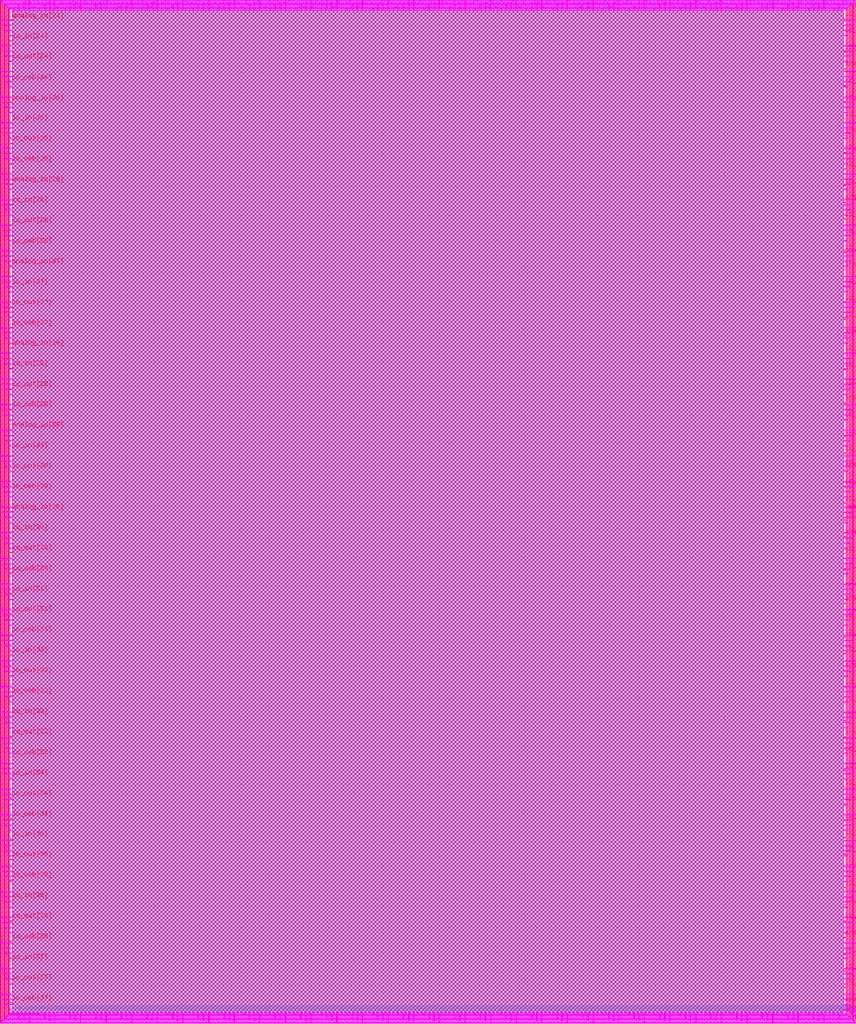
<source format=lef>
VERSION 5.7 ;
  NOWIREEXTENSIONATPIN ON ;
  DIVIDERCHAR "/" ;
  BUSBITCHARS "[]" ;
MACRO user_project_wrapper
  CLASS BLOCK ;
  FOREIGN user_project_wrapper ;
  ORIGIN 0.000 0.000 ;
  SIZE 2920.000 BY 3520.000 ;
  PIN analog_io[0]
    DIRECTION INOUT ;
    PORT
      LAYER met3 ;
        RECT 2920.400000 28.980000 2924.800000 30.180000 ;
    END
  END analog_io[0]
  PIN analog_io[10]
    DIRECTION INOUT ;
    PORT
      LAYER met3 ;
        RECT 2920.400000 2374.980000 2924.800000 2376.180000 ;
    END
  END analog_io[10]
  PIN analog_io[11]
    DIRECTION INOUT ;
    PORT
      LAYER met3 ;
        RECT 2920.400000 2609.580000 2924.800000 2610.780000 ;
    END
  END analog_io[11]
  PIN analog_io[12]
    DIRECTION INOUT ;
    PORT
      LAYER met3 ;
        RECT 2920.400000 2844.180000 2924.800000 2845.380000 ;
    END
  END analog_io[12]
  PIN analog_io[13]
    DIRECTION INOUT ;
    PORT
      LAYER met3 ;
        RECT 2920.400000 3078.780000 2924.800000 3079.980000 ;
    END
  END analog_io[13]
  PIN analog_io[14]
    DIRECTION INOUT ;
    PORT
      LAYER met3 ;
        RECT 2920.400000 3313.380000 2924.800000 3314.580000 ;
    END
  END analog_io[14]
  PIN analog_io[15]
    DIRECTION INOUT ;
    PORT
      LAYER met2 ;
        RECT 2879.090000 3520.400000 2879.650000 3524.800000 ;
    END
  END analog_io[15]
  PIN analog_io[16]
    DIRECTION INOUT ;
    PORT
      LAYER met2 ;
        RECT 2554.790000 3520.400000 2555.350000 3524.800000 ;
    END
  END analog_io[16]
  PIN analog_io[17]
    DIRECTION INOUT ;
    PORT
      LAYER met2 ;
        RECT 2230.490000 3520.400000 2231.050000 3524.800000 ;
    END
  END analog_io[17]
  PIN analog_io[18]
    DIRECTION INOUT ;
    PORT
      LAYER met2 ;
        RECT 1905.730000 3520.400000 1906.290000 3524.800000 ;
    END
  END analog_io[18]
  PIN analog_io[19]
    DIRECTION INOUT ;
    PORT
      LAYER met2 ;
        RECT 1581.430000 3520.400000 1581.990000 3524.800000 ;
    END
  END analog_io[19]
  PIN analog_io[1]
    DIRECTION INOUT ;
    PORT
      LAYER met3 ;
        RECT 2920.400000 263.580000 2924.800000 264.780000 ;
    END
  END analog_io[1]
  PIN analog_io[20]
    DIRECTION INOUT ;
    PORT
      LAYER met2 ;
        RECT 1257.130000 3520.400000 1257.690000 3524.800000 ;
    END
  END analog_io[20]
  PIN analog_io[21]
    DIRECTION INOUT ;
    PORT
      LAYER met2 ;
        RECT 932.370000 3520.400000 932.930000 3524.800000 ;
    END
  END analog_io[21]
  PIN analog_io[22]
    DIRECTION INOUT ;
    PORT
      LAYER met2 ;
        RECT 608.070000 3520.400000 608.630000 3524.800000 ;
    END
  END analog_io[22]
  PIN analog_io[23]
    DIRECTION INOUT ;
    PORT
      LAYER met2 ;
        RECT 283.770000 3520.400000 284.330000 3524.800000 ;
    END
  END analog_io[23]
  PIN analog_io[24]
    DIRECTION INOUT ;
    PORT
      LAYER met3 ;
        RECT -4.800000 3482.700000 -0.400000 3483.900000 ;
    END
  END analog_io[24]
  PIN analog_io[25]
    DIRECTION INOUT ;
    PORT
      LAYER met3 ;
        RECT -4.800000 3195.060000 -0.400000 3196.260000 ;
    END
  END analog_io[25]
  PIN analog_io[26]
    DIRECTION INOUT ;
    PORT
      LAYER met3 ;
        RECT -4.800000 2908.100000 -0.400000 2909.300000 ;
    END
  END analog_io[26]
  PIN analog_io[27]
    DIRECTION INOUT ;
    PORT
      LAYER met3 ;
        RECT -4.800000 2620.460000 -0.400000 2621.660000 ;
    END
  END analog_io[27]
  PIN analog_io[28]
    DIRECTION INOUT ;
    PORT
      LAYER met3 ;
        RECT -4.800000 2333.500000 -0.400000 2334.700000 ;
    END
  END analog_io[28]
  PIN analog_io[29]
    DIRECTION INOUT ;
    PORT
      LAYER met3 ;
        RECT -4.800000 2045.860000 -0.400000 2047.060000 ;
    END
  END analog_io[29]
  PIN analog_io[2]
    DIRECTION INOUT ;
    PORT
      LAYER met3 ;
        RECT 2920.400000 498.180000 2924.800000 499.380000 ;
    END
  END analog_io[2]
  PIN analog_io[30]
    DIRECTION INOUT ;
    PORT
      LAYER met3 ;
        RECT -4.800000 1758.900000 -0.400000 1760.100000 ;
    END
  END analog_io[30]
  PIN analog_io[3]
    DIRECTION INOUT ;
    PORT
      LAYER met3 ;
        RECT 2920.400000 732.780000 2924.800000 733.980000 ;
    END
  END analog_io[3]
  PIN analog_io[4]
    DIRECTION INOUT ;
    PORT
      LAYER met3 ;
        RECT 2920.400000 967.380000 2924.800000 968.580000 ;
    END
  END analog_io[4]
  PIN analog_io[5]
    DIRECTION INOUT ;
    PORT
      LAYER met3 ;
        RECT 2920.400000 1201.980000 2924.800000 1203.180000 ;
    END
  END analog_io[5]
  PIN analog_io[6]
    DIRECTION INOUT ;
    PORT
      LAYER met3 ;
        RECT 2920.400000 1436.580000 2924.800000 1437.780000 ;
    END
  END analog_io[6]
  PIN analog_io[7]
    DIRECTION INOUT ;
    PORT
      LAYER met3 ;
        RECT 2920.400000 1671.180000 2924.800000 1672.380000 ;
    END
  END analog_io[7]
  PIN analog_io[8]
    DIRECTION INOUT ;
    PORT
      LAYER met3 ;
        RECT 2920.400000 1905.780000 2924.800000 1906.980000 ;
    END
  END analog_io[8]
  PIN analog_io[9]
    DIRECTION INOUT ;
    PORT
      LAYER met3 ;
        RECT 2920.400000 2140.380000 2924.800000 2141.580000 ;
    END
  END analog_io[9]
  PIN io_in[0]
    DIRECTION INPUT ;
    PORT
      LAYER met3 ;
        RECT 2920.400000 87.460000 2924.800000 88.660000 ;
    END
  END io_in[0]
  PIN io_in[10]
    DIRECTION INPUT ;
    PORT
      LAYER met3 ;
        RECT 2920.400000 2433.460000 2924.800000 2434.660000 ;
    END
  END io_in[10]
  PIN io_in[11]
    DIRECTION INPUT ;
    PORT
      LAYER met3 ;
        RECT 2920.400000 2668.740000 2924.800000 2669.940000 ;
    END
  END io_in[11]
  PIN io_in[12]
    DIRECTION INPUT ;
    PORT
      LAYER met3 ;
        RECT 2920.400000 2903.340000 2924.800000 2904.540000 ;
    END
  END io_in[12]
  PIN io_in[13]
    DIRECTION INPUT ;
    PORT
      LAYER met3 ;
        RECT 2920.400000 3137.940000 2924.800000 3139.140000 ;
    END
  END io_in[13]
  PIN io_in[14]
    DIRECTION INPUT ;
    PORT
      LAYER met3 ;
        RECT 2920.400000 3372.540000 2924.800000 3373.740000 ;
    END
  END io_in[14]
  PIN io_in[15]
    DIRECTION INPUT ;
    PORT
      LAYER met2 ;
        RECT 2798.130000 3520.400000 2798.690000 3524.800000 ;
    END
  END io_in[15]
  PIN io_in[16]
    DIRECTION INPUT ;
    PORT
      LAYER met2 ;
        RECT 2473.830000 3520.400000 2474.390000 3524.800000 ;
    END
  END io_in[16]
  PIN io_in[17]
    DIRECTION INPUT ;
    PORT
      LAYER met2 ;
        RECT 2149.070000 3520.400000 2149.630000 3524.800000 ;
    END
  END io_in[17]
  PIN io_in[18]
    DIRECTION INPUT ;
    PORT
      LAYER met2 ;
        RECT 1824.770000 3520.400000 1825.330000 3524.800000 ;
    END
  END io_in[18]
  PIN io_in[19]
    DIRECTION INPUT ;
    PORT
      LAYER met2 ;
        RECT 1500.470000 3520.400000 1501.030000 3524.800000 ;
    END
  END io_in[19]
  PIN io_in[1]
    DIRECTION INPUT ;
    PORT
      LAYER met3 ;
        RECT 2920.400000 322.060000 2924.800000 323.260000 ;
    END
  END io_in[1]
  PIN io_in[20]
    DIRECTION INPUT ;
    PORT
      LAYER met2 ;
        RECT 1175.710000 3520.400000 1176.270000 3524.800000 ;
    END
  END io_in[20]
  PIN io_in[21]
    DIRECTION INPUT ;
    PORT
      LAYER met2 ;
        RECT 851.410000 3520.400000 851.970000 3524.800000 ;
    END
  END io_in[21]
  PIN io_in[22]
    DIRECTION INPUT ;
    PORT
      LAYER met2 ;
        RECT 527.110000 3520.400000 527.670000 3524.800000 ;
    END
  END io_in[22]
  PIN io_in[23]
    DIRECTION INPUT ;
    PORT
      LAYER met2 ;
        RECT 202.350000 3520.400000 202.910000 3524.800000 ;
    END
  END io_in[23]
  PIN io_in[24]
    DIRECTION INPUT ;
    PORT
      LAYER met3 ;
        RECT -4.800000 3410.620000 -0.400000 3411.820000 ;
    END
  END io_in[24]
  PIN io_in[25]
    DIRECTION INPUT ;
    PORT
      LAYER met3 ;
        RECT -4.800000 3123.660000 -0.400000 3124.860000 ;
    END
  END io_in[25]
  PIN io_in[26]
    DIRECTION INPUT ;
    PORT
      LAYER met3 ;
        RECT -4.800000 2836.020000 -0.400000 2837.220000 ;
    END
  END io_in[26]
  PIN io_in[27]
    DIRECTION INPUT ;
    PORT
      LAYER met3 ;
        RECT -4.800000 2549.060000 -0.400000 2550.260000 ;
    END
  END io_in[27]
  PIN io_in[28]
    DIRECTION INPUT ;
    PORT
      LAYER met3 ;
        RECT -4.800000 2261.420000 -0.400000 2262.620000 ;
    END
  END io_in[28]
  PIN io_in[29]
    DIRECTION INPUT ;
    PORT
      LAYER met3 ;
        RECT -4.800000 1974.460000 -0.400000 1975.660000 ;
    END
  END io_in[29]
  PIN io_in[2]
    DIRECTION INPUT ;
    PORT
      LAYER met3 ;
        RECT 2920.400000 556.660000 2924.800000 557.860000 ;
    END
  END io_in[2]
  PIN io_in[30]
    DIRECTION INPUT ;
    PORT
      LAYER met3 ;
        RECT -4.800000 1686.820000 -0.400000 1688.020000 ;
    END
  END io_in[30]
  PIN io_in[31]
    DIRECTION INPUT ;
    PORT
      LAYER met3 ;
        RECT -4.800000 1471.260000 -0.400000 1472.460000 ;
    END
  END io_in[31]
  PIN io_in[32]
    DIRECTION INPUT ;
    PORT
      LAYER met3 ;
        RECT -4.800000 1255.700000 -0.400000 1256.900000 ;
    END
  END io_in[32]
  PIN io_in[33]
    DIRECTION INPUT ;
    PORT
      LAYER met3 ;
        RECT -4.800000 1040.140000 -0.400000 1041.340000 ;
    END
  END io_in[33]
  PIN io_in[34]
    DIRECTION INPUT ;
    PORT
      LAYER met3 ;
        RECT -4.800000 824.580000 -0.400000 825.780000 ;
    END
  END io_in[34]
  PIN io_in[35]
    DIRECTION INPUT ;
    PORT
      LAYER met3 ;
        RECT -4.800000 609.700000 -0.400000 610.900000 ;
    END
  END io_in[35]
  PIN io_in[36]
    DIRECTION INPUT ;
    PORT
      LAYER met3 ;
        RECT -4.800000 394.140000 -0.400000 395.340000 ;
    END
  END io_in[36]
  PIN io_in[37]
    DIRECTION INPUT ;
    PORT
      LAYER met3 ;
        RECT -4.800000 178.580000 -0.400000 179.780000 ;
    END
  END io_in[37]
  PIN io_in[3]
    DIRECTION INPUT ;
    PORT
      LAYER met3 ;
        RECT 2920.400000 791.260000 2924.800000 792.460000 ;
    END
  END io_in[3]
  PIN io_in[4]
    DIRECTION INPUT ;
    PORT
      LAYER met3 ;
        RECT 2920.400000 1025.860000 2924.800000 1027.060000 ;
    END
  END io_in[4]
  PIN io_in[5]
    DIRECTION INPUT ;
    PORT
      LAYER met3 ;
        RECT 2920.400000 1260.460000 2924.800000 1261.660000 ;
    END
  END io_in[5]
  PIN io_in[6]
    DIRECTION INPUT ;
    PORT
      LAYER met3 ;
        RECT 2920.400000 1495.060000 2924.800000 1496.260000 ;
    END
  END io_in[6]
  PIN io_in[7]
    DIRECTION INPUT ;
    PORT
      LAYER met3 ;
        RECT 2920.400000 1729.660000 2924.800000 1730.860000 ;
    END
  END io_in[7]
  PIN io_in[8]
    DIRECTION INPUT ;
    PORT
      LAYER met3 ;
        RECT 2920.400000 1964.260000 2924.800000 1965.460000 ;
    END
  END io_in[8]
  PIN io_in[9]
    DIRECTION INPUT ;
    PORT
      LAYER met3 ;
        RECT 2920.400000 2198.860000 2924.800000 2200.060000 ;
    END
  END io_in[9]
  PIN io_oeb[0]
    DIRECTION OUTPUT TRISTATE ;
    PORT
      LAYER met3 ;
        RECT 2920.400000 204.420000 2924.800000 205.620000 ;
    END
  END io_oeb[0]
  PIN io_oeb[10]
    DIRECTION OUTPUT TRISTATE ;
    PORT
      LAYER met3 ;
        RECT 2920.400000 2551.100000 2924.800000 2552.300000 ;
    END
  END io_oeb[10]
  PIN io_oeb[11]
    DIRECTION OUTPUT TRISTATE ;
    PORT
      LAYER met3 ;
        RECT 2920.400000 2785.700000 2924.800000 2786.900000 ;
    END
  END io_oeb[11]
  PIN io_oeb[12]
    DIRECTION OUTPUT TRISTATE ;
    PORT
      LAYER met3 ;
        RECT 2920.400000 3020.300000 2924.800000 3021.500000 ;
    END
  END io_oeb[12]
  PIN io_oeb[13]
    DIRECTION OUTPUT TRISTATE ;
    PORT
      LAYER met3 ;
        RECT 2920.400000 3254.900000 2924.800000 3256.100000 ;
    END
  END io_oeb[13]
  PIN io_oeb[14]
    DIRECTION OUTPUT TRISTATE ;
    PORT
      LAYER met3 ;
        RECT 2920.400000 3489.500000 2924.800000 3490.700000 ;
    END
  END io_oeb[14]
  PIN io_oeb[15]
    DIRECTION OUTPUT TRISTATE ;
    PORT
      LAYER met2 ;
        RECT 2635.750000 3520.400000 2636.310000 3524.800000 ;
    END
  END io_oeb[15]
  PIN io_oeb[16]
    DIRECTION OUTPUT TRISTATE ;
    PORT
      LAYER met2 ;
        RECT 2311.450000 3520.400000 2312.010000 3524.800000 ;
    END
  END io_oeb[16]
  PIN io_oeb[17]
    DIRECTION OUTPUT TRISTATE ;
    PORT
      LAYER met2 ;
        RECT 1987.150000 3520.400000 1987.710000 3524.800000 ;
    END
  END io_oeb[17]
  PIN io_oeb[18]
    DIRECTION OUTPUT TRISTATE ;
    PORT
      LAYER met2 ;
        RECT 1662.390000 3520.400000 1662.950000 3524.800000 ;
    END
  END io_oeb[18]
  PIN io_oeb[19]
    DIRECTION OUTPUT TRISTATE ;
    PORT
      LAYER met2 ;
        RECT 1338.090000 3520.400000 1338.650000 3524.800000 ;
    END
  END io_oeb[19]
  PIN io_oeb[1]
    DIRECTION OUTPUT TRISTATE ;
    PORT
      LAYER met3 ;
        RECT 2920.400000 439.020000 2924.800000 440.220000 ;
    END
  END io_oeb[1]
  PIN io_oeb[20]
    DIRECTION OUTPUT TRISTATE ;
    PORT
      LAYER met2 ;
        RECT 1013.790000 3520.400000 1014.350000 3524.800000 ;
    END
  END io_oeb[20]
  PIN io_oeb[21]
    DIRECTION OUTPUT TRISTATE ;
    PORT
      LAYER met2 ;
        RECT 689.030000 3520.400000 689.590000 3524.800000 ;
    END
  END io_oeb[21]
  PIN io_oeb[22]
    DIRECTION OUTPUT TRISTATE ;
    PORT
      LAYER met2 ;
        RECT 364.730000 3520.400000 365.290000 3524.800000 ;
    END
  END io_oeb[22]
  PIN io_oeb[23]
    DIRECTION OUTPUT TRISTATE ;
    PORT
      LAYER met2 ;
        RECT 40.430000 3520.400000 40.990000 3524.800000 ;
    END
  END io_oeb[23]
  PIN io_oeb[24]
    DIRECTION OUTPUT TRISTATE ;
    PORT
      LAYER met3 ;
        RECT -4.800000 3267.140000 -0.400000 3268.340000 ;
    END
  END io_oeb[24]
  PIN io_oeb[25]
    DIRECTION OUTPUT TRISTATE ;
    PORT
      LAYER met3 ;
        RECT -4.800000 2979.500000 -0.400000 2980.700000 ;
    END
  END io_oeb[25]
  PIN io_oeb[26]
    DIRECTION OUTPUT TRISTATE ;
    PORT
      LAYER met3 ;
        RECT -4.800000 2692.540000 -0.400000 2693.740000 ;
    END
  END io_oeb[26]
  PIN io_oeb[27]
    DIRECTION OUTPUT TRISTATE ;
    PORT
      LAYER met3 ;
        RECT -4.800000 2404.900000 -0.400000 2406.100000 ;
    END
  END io_oeb[27]
  PIN io_oeb[28]
    DIRECTION OUTPUT TRISTATE ;
    PORT
      LAYER met3 ;
        RECT -4.800000 2117.940000 -0.400000 2119.140000 ;
    END
  END io_oeb[28]
  PIN io_oeb[29]
    DIRECTION OUTPUT TRISTATE ;
    PORT
      LAYER met3 ;
        RECT -4.800000 1830.300000 -0.400000 1831.500000 ;
    END
  END io_oeb[29]
  PIN io_oeb[2]
    DIRECTION OUTPUT TRISTATE ;
    PORT
      LAYER met3 ;
        RECT 2920.400000 673.620000 2924.800000 674.820000 ;
    END
  END io_oeb[2]
  PIN io_oeb[30]
    DIRECTION OUTPUT TRISTATE ;
    PORT
      LAYER met3 ;
        RECT -4.800000 1543.340000 -0.400000 1544.540000 ;
    END
  END io_oeb[30]
  PIN io_oeb[31]
    DIRECTION OUTPUT TRISTATE ;
    PORT
      LAYER met3 ;
        RECT -4.800000 1327.780000 -0.400000 1328.980000 ;
    END
  END io_oeb[31]
  PIN io_oeb[32]
    DIRECTION OUTPUT TRISTATE ;
    PORT
      LAYER met3 ;
        RECT -4.800000 1112.220000 -0.400000 1113.420000 ;
    END
  END io_oeb[32]
  PIN io_oeb[33]
    DIRECTION OUTPUT TRISTATE ;
    PORT
      LAYER met3 ;
        RECT -4.800000 896.660000 -0.400000 897.860000 ;
    END
  END io_oeb[33]
  PIN io_oeb[34]
    DIRECTION OUTPUT TRISTATE ;
    PORT
      LAYER met3 ;
        RECT -4.800000 681.100000 -0.400000 682.300000 ;
    END
  END io_oeb[34]
  PIN io_oeb[35]
    DIRECTION OUTPUT TRISTATE ;
    PORT
      LAYER met3 ;
        RECT -4.800000 465.540000 -0.400000 466.740000 ;
    END
  END io_oeb[35]
  PIN io_oeb[36]
    DIRECTION OUTPUT TRISTATE ;
    PORT
      LAYER met3 ;
        RECT -4.800000 249.980000 -0.400000 251.180000 ;
    END
  END io_oeb[36]
  PIN io_oeb[37]
    DIRECTION OUTPUT TRISTATE ;
    PORT
      LAYER met3 ;
        RECT -4.800000 35.100000 -0.400000 36.300000 ;
    END
  END io_oeb[37]
  PIN io_oeb[3]
    DIRECTION OUTPUT TRISTATE ;
    PORT
      LAYER met3 ;
        RECT 2920.400000 908.900000 2924.800000 910.100000 ;
    END
  END io_oeb[3]
  PIN io_oeb[4]
    DIRECTION OUTPUT TRISTATE ;
    PORT
      LAYER met3 ;
        RECT 2920.400000 1143.500000 2924.800000 1144.700000 ;
    END
  END io_oeb[4]
  PIN io_oeb[5]
    DIRECTION OUTPUT TRISTATE ;
    PORT
      LAYER met3 ;
        RECT 2920.400000 1378.100000 2924.800000 1379.300000 ;
    END
  END io_oeb[5]
  PIN io_oeb[6]
    DIRECTION OUTPUT TRISTATE ;
    PORT
      LAYER met3 ;
        RECT 2920.400000 1612.700000 2924.800000 1613.900000 ;
    END
  END io_oeb[6]
  PIN io_oeb[7]
    DIRECTION OUTPUT TRISTATE ;
    PORT
      LAYER met3 ;
        RECT 2920.400000 1847.300000 2924.800000 1848.500000 ;
    END
  END io_oeb[7]
  PIN io_oeb[8]
    DIRECTION OUTPUT TRISTATE ;
    PORT
      LAYER met3 ;
        RECT 2920.400000 2081.900000 2924.800000 2083.100000 ;
    END
  END io_oeb[8]
  PIN io_oeb[9]
    DIRECTION OUTPUT TRISTATE ;
    PORT
      LAYER met3 ;
        RECT 2920.400000 2316.500000 2924.800000 2317.700000 ;
    END
  END io_oeb[9]
  PIN io_out[0]
    DIRECTION OUTPUT TRISTATE ;
    PORT
      LAYER met3 ;
        RECT 2920.400000 145.940000 2924.800000 147.140000 ;
    END
  END io_out[0]
  PIN io_out[10]
    DIRECTION OUTPUT TRISTATE ;
    PORT
      LAYER met3 ;
        RECT 2920.400000 2492.620000 2924.800000 2493.820000 ;
    END
  END io_out[10]
  PIN io_out[11]
    DIRECTION OUTPUT TRISTATE ;
    PORT
      LAYER met3 ;
        RECT 2920.400000 2727.220000 2924.800000 2728.420000 ;
    END
  END io_out[11]
  PIN io_out[12]
    DIRECTION OUTPUT TRISTATE ;
    PORT
      LAYER met3 ;
        RECT 2920.400000 2961.820000 2924.800000 2963.020000 ;
    END
  END io_out[12]
  PIN io_out[13]
    DIRECTION OUTPUT TRISTATE ;
    PORT
      LAYER met3 ;
        RECT 2920.400000 3196.420000 2924.800000 3197.620000 ;
    END
  END io_out[13]
  PIN io_out[14]
    DIRECTION OUTPUT TRISTATE ;
    PORT
      LAYER met3 ;
        RECT 2920.400000 3431.020000 2924.800000 3432.220000 ;
    END
  END io_out[14]
  PIN io_out[15]
    DIRECTION OUTPUT TRISTATE ;
    PORT
      LAYER met2 ;
        RECT 2717.170000 3520.400000 2717.730000 3524.800000 ;
    END
  END io_out[15]
  PIN io_out[16]
    DIRECTION OUTPUT TRISTATE ;
    PORT
      LAYER met2 ;
        RECT 2392.410000 3520.400000 2392.970000 3524.800000 ;
    END
  END io_out[16]
  PIN io_out[17]
    DIRECTION OUTPUT TRISTATE ;
    PORT
      LAYER met2 ;
        RECT 2068.110000 3520.400000 2068.670000 3524.800000 ;
    END
  END io_out[17]
  PIN io_out[18]
    DIRECTION OUTPUT TRISTATE ;
    PORT
      LAYER met2 ;
        RECT 1743.810000 3520.400000 1744.370000 3524.800000 ;
    END
  END io_out[18]
  PIN io_out[19]
    DIRECTION OUTPUT TRISTATE ;
    PORT
      LAYER met2 ;
        RECT 1419.050000 3520.400000 1419.610000 3524.800000 ;
    END
  END io_out[19]
  PIN io_out[1]
    DIRECTION OUTPUT TRISTATE ;
    PORT
      LAYER met3 ;
        RECT 2920.400000 380.540000 2924.800000 381.740000 ;
    END
  END io_out[1]
  PIN io_out[20]
    DIRECTION OUTPUT TRISTATE ;
    PORT
      LAYER met2 ;
        RECT 1094.750000 3520.400000 1095.310000 3524.800000 ;
    END
  END io_out[20]
  PIN io_out[21]
    DIRECTION OUTPUT TRISTATE ;
    PORT
      LAYER met2 ;
        RECT 770.450000 3520.400000 771.010000 3524.800000 ;
    END
  END io_out[21]
  PIN io_out[22]
    DIRECTION OUTPUT TRISTATE ;
    PORT
      LAYER met2 ;
        RECT 445.690000 3520.400000 446.250000 3524.800000 ;
    END
  END io_out[22]
  PIN io_out[23]
    DIRECTION OUTPUT TRISTATE ;
    PORT
      LAYER met2 ;
        RECT 121.390000 3520.400000 121.950000 3524.800000 ;
    END
  END io_out[23]
  PIN io_out[24]
    DIRECTION OUTPUT TRISTATE ;
    PORT
      LAYER met3 ;
        RECT -4.800000 3339.220000 -0.400000 3340.420000 ;
    END
  END io_out[24]
  PIN io_out[25]
    DIRECTION OUTPUT TRISTATE ;
    PORT
      LAYER met3 ;
        RECT -4.800000 3051.580000 -0.400000 3052.780000 ;
    END
  END io_out[25]
  PIN io_out[26]
    DIRECTION OUTPUT TRISTATE ;
    PORT
      LAYER met3 ;
        RECT -4.800000 2764.620000 -0.400000 2765.820000 ;
    END
  END io_out[26]
  PIN io_out[27]
    DIRECTION OUTPUT TRISTATE ;
    PORT
      LAYER met3 ;
        RECT -4.800000 2476.980000 -0.400000 2478.180000 ;
    END
  END io_out[27]
  PIN io_out[28]
    DIRECTION OUTPUT TRISTATE ;
    PORT
      LAYER met3 ;
        RECT -4.800000 2189.340000 -0.400000 2190.540000 ;
    END
  END io_out[28]
  PIN io_out[29]
    DIRECTION OUTPUT TRISTATE ;
    PORT
      LAYER met3 ;
        RECT -4.800000 1902.380000 -0.400000 1903.580000 ;
    END
  END io_out[29]
  PIN io_out[2]
    DIRECTION OUTPUT TRISTATE ;
    PORT
      LAYER met3 ;
        RECT 2920.400000 615.140000 2924.800000 616.340000 ;
    END
  END io_out[2]
  PIN io_out[30]
    DIRECTION OUTPUT TRISTATE ;
    PORT
      LAYER met3 ;
        RECT -4.800000 1614.740000 -0.400000 1615.940000 ;
    END
  END io_out[30]
  PIN io_out[31]
    DIRECTION OUTPUT TRISTATE ;
    PORT
      LAYER met3 ;
        RECT -4.800000 1399.860000 -0.400000 1401.060000 ;
    END
  END io_out[31]
  PIN io_out[32]
    DIRECTION OUTPUT TRISTATE ;
    PORT
      LAYER met3 ;
        RECT -4.800000 1184.300000 -0.400000 1185.500000 ;
    END
  END io_out[32]
  PIN io_out[33]
    DIRECTION OUTPUT TRISTATE ;
    PORT
      LAYER met3 ;
        RECT -4.800000 968.740000 -0.400000 969.940000 ;
    END
  END io_out[33]
  PIN io_out[34]
    DIRECTION OUTPUT TRISTATE ;
    PORT
      LAYER met3 ;
        RECT -4.800000 753.180000 -0.400000 754.380000 ;
    END
  END io_out[34]
  PIN io_out[35]
    DIRECTION OUTPUT TRISTATE ;
    PORT
      LAYER met3 ;
        RECT -4.800000 537.620000 -0.400000 538.820000 ;
    END
  END io_out[35]
  PIN io_out[36]
    DIRECTION OUTPUT TRISTATE ;
    PORT
      LAYER met3 ;
        RECT -4.800000 322.060000 -0.400000 323.260000 ;
    END
  END io_out[36]
  PIN io_out[37]
    DIRECTION OUTPUT TRISTATE ;
    PORT
      LAYER met3 ;
        RECT -4.800000 106.500000 -0.400000 107.700000 ;
    END
  END io_out[37]
  PIN io_out[3]
    DIRECTION OUTPUT TRISTATE ;
    PORT
      LAYER met3 ;
        RECT 2920.400000 849.740000 2924.800000 850.940000 ;
    END
  END io_out[3]
  PIN io_out[4]
    DIRECTION OUTPUT TRISTATE ;
    PORT
      LAYER met3 ;
        RECT 2920.400000 1084.340000 2924.800000 1085.540000 ;
    END
  END io_out[4]
  PIN io_out[5]
    DIRECTION OUTPUT TRISTATE ;
    PORT
      LAYER met3 ;
        RECT 2920.400000 1318.940000 2924.800000 1320.140000 ;
    END
  END io_out[5]
  PIN io_out[6]
    DIRECTION OUTPUT TRISTATE ;
    PORT
      LAYER met3 ;
        RECT 2920.400000 1553.540000 2924.800000 1554.740000 ;
    END
  END io_out[6]
  PIN io_out[7]
    DIRECTION OUTPUT TRISTATE ;
    PORT
      LAYER met3 ;
        RECT 2920.400000 1788.820000 2924.800000 1790.020000 ;
    END
  END io_out[7]
  PIN io_out[8]
    DIRECTION OUTPUT TRISTATE ;
    PORT
      LAYER met3 ;
        RECT 2920.400000 2023.420000 2924.800000 2024.620000 ;
    END
  END io_out[8]
  PIN io_out[9]
    DIRECTION OUTPUT TRISTATE ;
    PORT
      LAYER met3 ;
        RECT 2920.400000 2258.020000 2924.800000 2259.220000 ;
    END
  END io_out[9]
  PIN la_data_in[0]
    DIRECTION INPUT ;
    PORT
      LAYER met2 ;
        RECT 632.910000 -4.800000 633.470000 -0.400000 ;
    END
  END la_data_in[0]
  PIN la_data_in[100]
    DIRECTION INPUT ;
    PORT
      LAYER met2 ;
        RECT 2417.250000 -4.800000 2417.810000 -0.400000 ;
    END
  END la_data_in[100]
  PIN la_data_in[101]
    DIRECTION INPUT ;
    PORT
      LAYER met2 ;
        RECT 2434.730000 -4.800000 2435.290000 -0.400000 ;
    END
  END la_data_in[101]
  PIN la_data_in[102]
    DIRECTION INPUT ;
    PORT
      LAYER met2 ;
        RECT 2452.670000 -4.800000 2453.230000 -0.400000 ;
    END
  END la_data_in[102]
  PIN la_data_in[103]
    DIRECTION INPUT ;
    PORT
      LAYER met2 ;
        RECT 2470.610000 -4.800000 2471.170000 -0.400000 ;
    END
  END la_data_in[103]
  PIN la_data_in[104]
    DIRECTION INPUT ;
    PORT
      LAYER met2 ;
        RECT 2488.550000 -4.800000 2489.110000 -0.400000 ;
    END
  END la_data_in[104]
  PIN la_data_in[105]
    DIRECTION INPUT ;
    PORT
      LAYER met2 ;
        RECT 2506.030000 -4.800000 2506.590000 -0.400000 ;
    END
  END la_data_in[105]
  PIN la_data_in[106]
    DIRECTION INPUT ;
    PORT
      LAYER met2 ;
        RECT 2523.970000 -4.800000 2524.530000 -0.400000 ;
    END
  END la_data_in[106]
  PIN la_data_in[107]
    DIRECTION INPUT ;
    PORT
      LAYER met2 ;
        RECT 2541.910000 -4.800000 2542.470000 -0.400000 ;
    END
  END la_data_in[107]
  PIN la_data_in[108]
    DIRECTION INPUT ;
    PORT
      LAYER met2 ;
        RECT 2559.850000 -4.800000 2560.410000 -0.400000 ;
    END
  END la_data_in[108]
  PIN la_data_in[109]
    DIRECTION INPUT ;
    PORT
      LAYER met2 ;
        RECT 2577.790000 -4.800000 2578.350000 -0.400000 ;
    END
  END la_data_in[109]
  PIN la_data_in[10]
    DIRECTION INPUT ;
    PORT
      LAYER met2 ;
        RECT 811.390000 -4.800000 811.950000 -0.400000 ;
    END
  END la_data_in[10]
  PIN la_data_in[110]
    DIRECTION INPUT ;
    PORT
      LAYER met2 ;
        RECT 2595.270000 -4.800000 2595.830000 -0.400000 ;
    END
  END la_data_in[110]
  PIN la_data_in[111]
    DIRECTION INPUT ;
    PORT
      LAYER met2 ;
        RECT 2613.210000 -4.800000 2613.770000 -0.400000 ;
    END
  END la_data_in[111]
  PIN la_data_in[112]
    DIRECTION INPUT ;
    PORT
      LAYER met2 ;
        RECT 2631.150000 -4.800000 2631.710000 -0.400000 ;
    END
  END la_data_in[112]
  PIN la_data_in[113]
    DIRECTION INPUT ;
    PORT
      LAYER met2 ;
        RECT 2649.090000 -4.800000 2649.650000 -0.400000 ;
    END
  END la_data_in[113]
  PIN la_data_in[114]
    DIRECTION INPUT ;
    PORT
      LAYER met2 ;
        RECT 2667.030000 -4.800000 2667.590000 -0.400000 ;
    END
  END la_data_in[114]
  PIN la_data_in[115]
    DIRECTION INPUT ;
    PORT
      LAYER met2 ;
        RECT 2684.510000 -4.800000 2685.070000 -0.400000 ;
    END
  END la_data_in[115]
  PIN la_data_in[116]
    DIRECTION INPUT ;
    PORT
      LAYER met2 ;
        RECT 2702.450000 -4.800000 2703.010000 -0.400000 ;
    END
  END la_data_in[116]
  PIN la_data_in[117]
    DIRECTION INPUT ;
    PORT
      LAYER met2 ;
        RECT 2720.390000 -4.800000 2720.950000 -0.400000 ;
    END
  END la_data_in[117]
  PIN la_data_in[118]
    DIRECTION INPUT ;
    PORT
      LAYER met2 ;
        RECT 2738.330000 -4.800000 2738.890000 -0.400000 ;
    END
  END la_data_in[118]
  PIN la_data_in[119]
    DIRECTION INPUT ;
    PORT
      LAYER met2 ;
        RECT 2755.810000 -4.800000 2756.370000 -0.400000 ;
    END
  END la_data_in[119]
  PIN la_data_in[11]
    DIRECTION INPUT ;
    PORT
      LAYER met2 ;
        RECT 829.330000 -4.800000 829.890000 -0.400000 ;
    END
  END la_data_in[11]
  PIN la_data_in[120]
    DIRECTION INPUT ;
    PORT
      LAYER met2 ;
        RECT 2773.750000 -4.800000 2774.310000 -0.400000 ;
    END
  END la_data_in[120]
  PIN la_data_in[121]
    DIRECTION INPUT ;
    PORT
      LAYER met2 ;
        RECT 2791.690000 -4.800000 2792.250000 -0.400000 ;
    END
  END la_data_in[121]
  PIN la_data_in[122]
    DIRECTION INPUT ;
    PORT
      LAYER met2 ;
        RECT 2809.630000 -4.800000 2810.190000 -0.400000 ;
    END
  END la_data_in[122]
  PIN la_data_in[123]
    DIRECTION INPUT ;
    PORT
      LAYER met2 ;
        RECT 2827.570000 -4.800000 2828.130000 -0.400000 ;
    END
  END la_data_in[123]
  PIN la_data_in[124]
    DIRECTION INPUT ;
    PORT
      LAYER met2 ;
        RECT 2845.050000 -4.800000 2845.610000 -0.400000 ;
    END
  END la_data_in[124]
  PIN la_data_in[125]
    DIRECTION INPUT ;
    PORT
      LAYER met2 ;
        RECT 2862.990000 -4.800000 2863.550000 -0.400000 ;
    END
  END la_data_in[125]
  PIN la_data_in[126]
    DIRECTION INPUT ;
    PORT
      LAYER met2 ;
        RECT 2880.930000 -4.800000 2881.490000 -0.400000 ;
    END
  END la_data_in[126]
  PIN la_data_in[127]
    DIRECTION INPUT ;
    PORT
      LAYER met2 ;
        RECT 2898.870000 -4.800000 2899.430000 -0.400000 ;
    END
  END la_data_in[127]
  PIN la_data_in[12]
    DIRECTION INPUT ;
    PORT
      LAYER met2 ;
        RECT 846.810000 -4.800000 847.370000 -0.400000 ;
    END
  END la_data_in[12]
  PIN la_data_in[13]
    DIRECTION INPUT ;
    PORT
      LAYER met2 ;
        RECT 864.750000 -4.800000 865.310000 -0.400000 ;
    END
  END la_data_in[13]
  PIN la_data_in[14]
    DIRECTION INPUT ;
    PORT
      LAYER met2 ;
        RECT 882.690000 -4.800000 883.250000 -0.400000 ;
    END
  END la_data_in[14]
  PIN la_data_in[15]
    DIRECTION INPUT ;
    PORT
      LAYER met2 ;
        RECT 900.630000 -4.800000 901.190000 -0.400000 ;
    END
  END la_data_in[15]
  PIN la_data_in[16]
    DIRECTION INPUT ;
    PORT
      LAYER met2 ;
        RECT 918.570000 -4.800000 919.130000 -0.400000 ;
    END
  END la_data_in[16]
  PIN la_data_in[17]
    DIRECTION INPUT ;
    PORT
      LAYER met2 ;
        RECT 936.050000 -4.800000 936.610000 -0.400000 ;
    END
  END la_data_in[17]
  PIN la_data_in[18]
    DIRECTION INPUT ;
    PORT
      LAYER met2 ;
        RECT 953.990000 -4.800000 954.550000 -0.400000 ;
    END
  END la_data_in[18]
  PIN la_data_in[19]
    DIRECTION INPUT ;
    PORT
      LAYER met2 ;
        RECT 971.930000 -4.800000 972.490000 -0.400000 ;
    END
  END la_data_in[19]
  PIN la_data_in[1]
    DIRECTION INPUT ;
    PORT
      LAYER met2 ;
        RECT 650.850000 -4.800000 651.410000 -0.400000 ;
    END
  END la_data_in[1]
  PIN la_data_in[20]
    DIRECTION INPUT ;
    PORT
      LAYER met2 ;
        RECT 989.870000 -4.800000 990.430000 -0.400000 ;
    END
  END la_data_in[20]
  PIN la_data_in[21]
    DIRECTION INPUT ;
    PORT
      LAYER met2 ;
        RECT 1007.350000 -4.800000 1007.910000 -0.400000 ;
    END
  END la_data_in[21]
  PIN la_data_in[22]
    DIRECTION INPUT ;
    PORT
      LAYER met2 ;
        RECT 1025.290000 -4.800000 1025.850000 -0.400000 ;
    END
  END la_data_in[22]
  PIN la_data_in[23]
    DIRECTION INPUT ;
    PORT
      LAYER met2 ;
        RECT 1043.230000 -4.800000 1043.790000 -0.400000 ;
    END
  END la_data_in[23]
  PIN la_data_in[24]
    DIRECTION INPUT ;
    PORT
      LAYER met2 ;
        RECT 1061.170000 -4.800000 1061.730000 -0.400000 ;
    END
  END la_data_in[24]
  PIN la_data_in[25]
    DIRECTION INPUT ;
    PORT
      LAYER met2 ;
        RECT 1079.110000 -4.800000 1079.670000 -0.400000 ;
    END
  END la_data_in[25]
  PIN la_data_in[26]
    DIRECTION INPUT ;
    PORT
      LAYER met2 ;
        RECT 1096.590000 -4.800000 1097.150000 -0.400000 ;
    END
  END la_data_in[26]
  PIN la_data_in[27]
    DIRECTION INPUT ;
    PORT
      LAYER met2 ;
        RECT 1114.530000 -4.800000 1115.090000 -0.400000 ;
    END
  END la_data_in[27]
  PIN la_data_in[28]
    DIRECTION INPUT ;
    PORT
      LAYER met2 ;
        RECT 1132.470000 -4.800000 1133.030000 -0.400000 ;
    END
  END la_data_in[28]
  PIN la_data_in[29]
    DIRECTION INPUT ;
    PORT
      LAYER met2 ;
        RECT 1150.410000 -4.800000 1150.970000 -0.400000 ;
    END
  END la_data_in[29]
  PIN la_data_in[2]
    DIRECTION INPUT ;
    PORT
      LAYER met2 ;
        RECT 668.790000 -4.800000 669.350000 -0.400000 ;
    END
  END la_data_in[2]
  PIN la_data_in[30]
    DIRECTION INPUT ;
    PORT
      LAYER met2 ;
        RECT 1168.350000 -4.800000 1168.910000 -0.400000 ;
    END
  END la_data_in[30]
  PIN la_data_in[31]
    DIRECTION INPUT ;
    PORT
      LAYER met2 ;
        RECT 1185.830000 -4.800000 1186.390000 -0.400000 ;
    END
  END la_data_in[31]
  PIN la_data_in[32]
    DIRECTION INPUT ;
    PORT
      LAYER met2 ;
        RECT 1203.770000 -4.800000 1204.330000 -0.400000 ;
    END
  END la_data_in[32]
  PIN la_data_in[33]
    DIRECTION INPUT ;
    PORT
      LAYER met2 ;
        RECT 1221.710000 -4.800000 1222.270000 -0.400000 ;
    END
  END la_data_in[33]
  PIN la_data_in[34]
    DIRECTION INPUT ;
    PORT
      LAYER met2 ;
        RECT 1239.650000 -4.800000 1240.210000 -0.400000 ;
    END
  END la_data_in[34]
  PIN la_data_in[35]
    DIRECTION INPUT ;
    PORT
      LAYER met2 ;
        RECT 1257.130000 -4.800000 1257.690000 -0.400000 ;
    END
  END la_data_in[35]
  PIN la_data_in[36]
    DIRECTION INPUT ;
    PORT
      LAYER met2 ;
        RECT 1275.070000 -4.800000 1275.630000 -0.400000 ;
    END
  END la_data_in[36]
  PIN la_data_in[37]
    DIRECTION INPUT ;
    PORT
      LAYER met2 ;
        RECT 1293.010000 -4.800000 1293.570000 -0.400000 ;
    END
  END la_data_in[37]
  PIN la_data_in[38]
    DIRECTION INPUT ;
    PORT
      LAYER met2 ;
        RECT 1310.950000 -4.800000 1311.510000 -0.400000 ;
    END
  END la_data_in[38]
  PIN la_data_in[39]
    DIRECTION INPUT ;
    PORT
      LAYER met2 ;
        RECT 1328.890000 -4.800000 1329.450000 -0.400000 ;
    END
  END la_data_in[39]
  PIN la_data_in[3]
    DIRECTION INPUT ;
    PORT
      LAYER met2 ;
        RECT 686.270000 -4.800000 686.830000 -0.400000 ;
    END
  END la_data_in[3]
  PIN la_data_in[40]
    DIRECTION INPUT ;
    PORT
      LAYER met2 ;
        RECT 1346.370000 -4.800000 1346.930000 -0.400000 ;
    END
  END la_data_in[40]
  PIN la_data_in[41]
    DIRECTION INPUT ;
    PORT
      LAYER met2 ;
        RECT 1364.310000 -4.800000 1364.870000 -0.400000 ;
    END
  END la_data_in[41]
  PIN la_data_in[42]
    DIRECTION INPUT ;
    PORT
      LAYER met2 ;
        RECT 1382.250000 -4.800000 1382.810000 -0.400000 ;
    END
  END la_data_in[42]
  PIN la_data_in[43]
    DIRECTION INPUT ;
    PORT
      LAYER met2 ;
        RECT 1400.190000 -4.800000 1400.750000 -0.400000 ;
    END
  END la_data_in[43]
  PIN la_data_in[44]
    DIRECTION INPUT ;
    PORT
      LAYER met2 ;
        RECT 1418.130000 -4.800000 1418.690000 -0.400000 ;
    END
  END la_data_in[44]
  PIN la_data_in[45]
    DIRECTION INPUT ;
    PORT
      LAYER met2 ;
        RECT 1435.610000 -4.800000 1436.170000 -0.400000 ;
    END
  END la_data_in[45]
  PIN la_data_in[46]
    DIRECTION INPUT ;
    PORT
      LAYER met2 ;
        RECT 1453.550000 -4.800000 1454.110000 -0.400000 ;
    END
  END la_data_in[46]
  PIN la_data_in[47]
    DIRECTION INPUT ;
    PORT
      LAYER met2 ;
        RECT 1471.490000 -4.800000 1472.050000 -0.400000 ;
    END
  END la_data_in[47]
  PIN la_data_in[48]
    DIRECTION INPUT ;
    PORT
      LAYER met2 ;
        RECT 1489.430000 -4.800000 1489.990000 -0.400000 ;
    END
  END la_data_in[48]
  PIN la_data_in[49]
    DIRECTION INPUT ;
    PORT
      LAYER met2 ;
        RECT 1506.910000 -4.800000 1507.470000 -0.400000 ;
    END
  END la_data_in[49]
  PIN la_data_in[4]
    DIRECTION INPUT ;
    PORT
      LAYER met2 ;
        RECT 704.210000 -4.800000 704.770000 -0.400000 ;
    END
  END la_data_in[4]
  PIN la_data_in[50]
    DIRECTION INPUT ;
    PORT
      LAYER met2 ;
        RECT 1524.850000 -4.800000 1525.410000 -0.400000 ;
    END
  END la_data_in[50]
  PIN la_data_in[51]
    DIRECTION INPUT ;
    PORT
      LAYER met2 ;
        RECT 1542.790000 -4.800000 1543.350000 -0.400000 ;
    END
  END la_data_in[51]
  PIN la_data_in[52]
    DIRECTION INPUT ;
    PORT
      LAYER met2 ;
        RECT 1560.730000 -4.800000 1561.290000 -0.400000 ;
    END
  END la_data_in[52]
  PIN la_data_in[53]
    DIRECTION INPUT ;
    PORT
      LAYER met2 ;
        RECT 1578.670000 -4.800000 1579.230000 -0.400000 ;
    END
  END la_data_in[53]
  PIN la_data_in[54]
    DIRECTION INPUT ;
    PORT
      LAYER met2 ;
        RECT 1596.150000 -4.800000 1596.710000 -0.400000 ;
    END
  END la_data_in[54]
  PIN la_data_in[55]
    DIRECTION INPUT ;
    PORT
      LAYER met2 ;
        RECT 1614.090000 -4.800000 1614.650000 -0.400000 ;
    END
  END la_data_in[55]
  PIN la_data_in[56]
    DIRECTION INPUT ;
    PORT
      LAYER met2 ;
        RECT 1632.030000 -4.800000 1632.590000 -0.400000 ;
    END
  END la_data_in[56]
  PIN la_data_in[57]
    DIRECTION INPUT ;
    PORT
      LAYER met2 ;
        RECT 1649.970000 -4.800000 1650.530000 -0.400000 ;
    END
  END la_data_in[57]
  PIN la_data_in[58]
    DIRECTION INPUT ;
    PORT
      LAYER met2 ;
        RECT 1667.910000 -4.800000 1668.470000 -0.400000 ;
    END
  END la_data_in[58]
  PIN la_data_in[59]
    DIRECTION INPUT ;
    PORT
      LAYER met2 ;
        RECT 1685.390000 -4.800000 1685.950000 -0.400000 ;
    END
  END la_data_in[59]
  PIN la_data_in[5]
    DIRECTION INPUT ;
    PORT
      LAYER met2 ;
        RECT 722.150000 -4.800000 722.710000 -0.400000 ;
    END
  END la_data_in[5]
  PIN la_data_in[60]
    DIRECTION INPUT ;
    PORT
      LAYER met2 ;
        RECT 1703.330000 -4.800000 1703.890000 -0.400000 ;
    END
  END la_data_in[60]
  PIN la_data_in[61]
    DIRECTION INPUT ;
    PORT
      LAYER met2 ;
        RECT 1721.270000 -4.800000 1721.830000 -0.400000 ;
    END
  END la_data_in[61]
  PIN la_data_in[62]
    DIRECTION INPUT ;
    PORT
      LAYER met2 ;
        RECT 1739.210000 -4.800000 1739.770000 -0.400000 ;
    END
  END la_data_in[62]
  PIN la_data_in[63]
    DIRECTION INPUT ;
    PORT
      LAYER met2 ;
        RECT 1756.690000 -4.800000 1757.250000 -0.400000 ;
    END
  END la_data_in[63]
  PIN la_data_in[64]
    DIRECTION INPUT ;
    PORT
      LAYER met2 ;
        RECT 1774.630000 -4.800000 1775.190000 -0.400000 ;
    END
  END la_data_in[64]
  PIN la_data_in[65]
    DIRECTION INPUT ;
    PORT
      LAYER met2 ;
        RECT 1792.570000 -4.800000 1793.130000 -0.400000 ;
    END
  END la_data_in[65]
  PIN la_data_in[66]
    DIRECTION INPUT ;
    PORT
      LAYER met2 ;
        RECT 1810.510000 -4.800000 1811.070000 -0.400000 ;
    END
  END la_data_in[66]
  PIN la_data_in[67]
    DIRECTION INPUT ;
    PORT
      LAYER met2 ;
        RECT 1828.450000 -4.800000 1829.010000 -0.400000 ;
    END
  END la_data_in[67]
  PIN la_data_in[68]
    DIRECTION INPUT ;
    PORT
      LAYER met2 ;
        RECT 1845.930000 -4.800000 1846.490000 -0.400000 ;
    END
  END la_data_in[68]
  PIN la_data_in[69]
    DIRECTION INPUT ;
    PORT
      LAYER met2 ;
        RECT 1863.870000 -4.800000 1864.430000 -0.400000 ;
    END
  END la_data_in[69]
  PIN la_data_in[6]
    DIRECTION INPUT ;
    PORT
      LAYER met2 ;
        RECT 740.090000 -4.800000 740.650000 -0.400000 ;
    END
  END la_data_in[6]
  PIN la_data_in[70]
    DIRECTION INPUT ;
    PORT
      LAYER met2 ;
        RECT 1881.810000 -4.800000 1882.370000 -0.400000 ;
    END
  END la_data_in[70]
  PIN la_data_in[71]
    DIRECTION INPUT ;
    PORT
      LAYER met2 ;
        RECT 1899.750000 -4.800000 1900.310000 -0.400000 ;
    END
  END la_data_in[71]
  PIN la_data_in[72]
    DIRECTION INPUT ;
    PORT
      LAYER met2 ;
        RECT 1917.690000 -4.800000 1918.250000 -0.400000 ;
    END
  END la_data_in[72]
  PIN la_data_in[73]
    DIRECTION INPUT ;
    PORT
      LAYER met2 ;
        RECT 1935.170000 -4.800000 1935.730000 -0.400000 ;
    END
  END la_data_in[73]
  PIN la_data_in[74]
    DIRECTION INPUT ;
    PORT
      LAYER met2 ;
        RECT 1953.110000 -4.800000 1953.670000 -0.400000 ;
    END
  END la_data_in[74]
  PIN la_data_in[75]
    DIRECTION INPUT ;
    PORT
      LAYER met2 ;
        RECT 1971.050000 -4.800000 1971.610000 -0.400000 ;
    END
  END la_data_in[75]
  PIN la_data_in[76]
    DIRECTION INPUT ;
    PORT
      LAYER met2 ;
        RECT 1988.990000 -4.800000 1989.550000 -0.400000 ;
    END
  END la_data_in[76]
  PIN la_data_in[77]
    DIRECTION INPUT ;
    PORT
      LAYER met2 ;
        RECT 2006.470000 -4.800000 2007.030000 -0.400000 ;
    END
  END la_data_in[77]
  PIN la_data_in[78]
    DIRECTION INPUT ;
    PORT
      LAYER met2 ;
        RECT 2024.410000 -4.800000 2024.970000 -0.400000 ;
    END
  END la_data_in[78]
  PIN la_data_in[79]
    DIRECTION INPUT ;
    PORT
      LAYER met2 ;
        RECT 2042.350000 -4.800000 2042.910000 -0.400000 ;
    END
  END la_data_in[79]
  PIN la_data_in[7]
    DIRECTION INPUT ;
    PORT
      LAYER met2 ;
        RECT 757.570000 -4.800000 758.130000 -0.400000 ;
    END
  END la_data_in[7]
  PIN la_data_in[80]
    DIRECTION INPUT ;
    PORT
      LAYER met2 ;
        RECT 2060.290000 -4.800000 2060.850000 -0.400000 ;
    END
  END la_data_in[80]
  PIN la_data_in[81]
    DIRECTION INPUT ;
    PORT
      LAYER met2 ;
        RECT 2078.230000 -4.800000 2078.790000 -0.400000 ;
    END
  END la_data_in[81]
  PIN la_data_in[82]
    DIRECTION INPUT ;
    PORT
      LAYER met2 ;
        RECT 2095.710000 -4.800000 2096.270000 -0.400000 ;
    END
  END la_data_in[82]
  PIN la_data_in[83]
    DIRECTION INPUT ;
    PORT
      LAYER met2 ;
        RECT 2113.650000 -4.800000 2114.210000 -0.400000 ;
    END
  END la_data_in[83]
  PIN la_data_in[84]
    DIRECTION INPUT ;
    PORT
      LAYER met2 ;
        RECT 2131.590000 -4.800000 2132.150000 -0.400000 ;
    END
  END la_data_in[84]
  PIN la_data_in[85]
    DIRECTION INPUT ;
    PORT
      LAYER met2 ;
        RECT 2149.530000 -4.800000 2150.090000 -0.400000 ;
    END
  END la_data_in[85]
  PIN la_data_in[86]
    DIRECTION INPUT ;
    PORT
      LAYER met2 ;
        RECT 2167.470000 -4.800000 2168.030000 -0.400000 ;
    END
  END la_data_in[86]
  PIN la_data_in[87]
    DIRECTION INPUT ;
    PORT
      LAYER met2 ;
        RECT 2184.950000 -4.800000 2185.510000 -0.400000 ;
    END
  END la_data_in[87]
  PIN la_data_in[88]
    DIRECTION INPUT ;
    PORT
      LAYER met2 ;
        RECT 2202.890000 -4.800000 2203.450000 -0.400000 ;
    END
  END la_data_in[88]
  PIN la_data_in[89]
    DIRECTION INPUT ;
    PORT
      LAYER met2 ;
        RECT 2220.830000 -4.800000 2221.390000 -0.400000 ;
    END
  END la_data_in[89]
  PIN la_data_in[8]
    DIRECTION INPUT ;
    PORT
      LAYER met2 ;
        RECT 775.510000 -4.800000 776.070000 -0.400000 ;
    END
  END la_data_in[8]
  PIN la_data_in[90]
    DIRECTION INPUT ;
    PORT
      LAYER met2 ;
        RECT 2238.770000 -4.800000 2239.330000 -0.400000 ;
    END
  END la_data_in[90]
  PIN la_data_in[91]
    DIRECTION INPUT ;
    PORT
      LAYER met2 ;
        RECT 2256.250000 -4.800000 2256.810000 -0.400000 ;
    END
  END la_data_in[91]
  PIN la_data_in[92]
    DIRECTION INPUT ;
    PORT
      LAYER met2 ;
        RECT 2274.190000 -4.800000 2274.750000 -0.400000 ;
    END
  END la_data_in[92]
  PIN la_data_in[93]
    DIRECTION INPUT ;
    PORT
      LAYER met2 ;
        RECT 2292.130000 -4.800000 2292.690000 -0.400000 ;
    END
  END la_data_in[93]
  PIN la_data_in[94]
    DIRECTION INPUT ;
    PORT
      LAYER met2 ;
        RECT 2310.070000 -4.800000 2310.630000 -0.400000 ;
    END
  END la_data_in[94]
  PIN la_data_in[95]
    DIRECTION INPUT ;
    PORT
      LAYER met2 ;
        RECT 2328.010000 -4.800000 2328.570000 -0.400000 ;
    END
  END la_data_in[95]
  PIN la_data_in[96]
    DIRECTION INPUT ;
    PORT
      LAYER met2 ;
        RECT 2345.490000 -4.800000 2346.050000 -0.400000 ;
    END
  END la_data_in[96]
  PIN la_data_in[97]
    DIRECTION INPUT ;
    PORT
      LAYER met2 ;
        RECT 2363.430000 -4.800000 2363.990000 -0.400000 ;
    END
  END la_data_in[97]
  PIN la_data_in[98]
    DIRECTION INPUT ;
    PORT
      LAYER met2 ;
        RECT 2381.370000 -4.800000 2381.930000 -0.400000 ;
    END
  END la_data_in[98]
  PIN la_data_in[99]
    DIRECTION INPUT ;
    PORT
      LAYER met2 ;
        RECT 2399.310000 -4.800000 2399.870000 -0.400000 ;
    END
  END la_data_in[99]
  PIN la_data_in[9]
    DIRECTION INPUT ;
    PORT
      LAYER met2 ;
        RECT 793.450000 -4.800000 794.010000 -0.400000 ;
    END
  END la_data_in[9]
  PIN la_data_out[0]
    DIRECTION OUTPUT TRISTATE ;
    PORT
      LAYER met2 ;
        RECT 638.890000 -4.800000 639.450000 -0.400000 ;
    END
  END la_data_out[0]
  PIN la_data_out[100]
    DIRECTION OUTPUT TRISTATE ;
    PORT
      LAYER met2 ;
        RECT 2422.770000 -4.800000 2423.330000 -0.400000 ;
    END
  END la_data_out[100]
  PIN la_data_out[101]
    DIRECTION OUTPUT TRISTATE ;
    PORT
      LAYER met2 ;
        RECT 2440.710000 -4.800000 2441.270000 -0.400000 ;
    END
  END la_data_out[101]
  PIN la_data_out[102]
    DIRECTION OUTPUT TRISTATE ;
    PORT
      LAYER met2 ;
        RECT 2458.650000 -4.800000 2459.210000 -0.400000 ;
    END
  END la_data_out[102]
  PIN la_data_out[103]
    DIRECTION OUTPUT TRISTATE ;
    PORT
      LAYER met2 ;
        RECT 2476.590000 -4.800000 2477.150000 -0.400000 ;
    END
  END la_data_out[103]
  PIN la_data_out[104]
    DIRECTION OUTPUT TRISTATE ;
    PORT
      LAYER met2 ;
        RECT 2494.530000 -4.800000 2495.090000 -0.400000 ;
    END
  END la_data_out[104]
  PIN la_data_out[105]
    DIRECTION OUTPUT TRISTATE ;
    PORT
      LAYER met2 ;
        RECT 2512.010000 -4.800000 2512.570000 -0.400000 ;
    END
  END la_data_out[105]
  PIN la_data_out[106]
    DIRECTION OUTPUT TRISTATE ;
    PORT
      LAYER met2 ;
        RECT 2529.950000 -4.800000 2530.510000 -0.400000 ;
    END
  END la_data_out[106]
  PIN la_data_out[107]
    DIRECTION OUTPUT TRISTATE ;
    PORT
      LAYER met2 ;
        RECT 2547.890000 -4.800000 2548.450000 -0.400000 ;
    END
  END la_data_out[107]
  PIN la_data_out[108]
    DIRECTION OUTPUT TRISTATE ;
    PORT
      LAYER met2 ;
        RECT 2565.830000 -4.800000 2566.390000 -0.400000 ;
    END
  END la_data_out[108]
  PIN la_data_out[109]
    DIRECTION OUTPUT TRISTATE ;
    PORT
      LAYER met2 ;
        RECT 2583.770000 -4.800000 2584.330000 -0.400000 ;
    END
  END la_data_out[109]
  PIN la_data_out[10]
    DIRECTION OUTPUT TRISTATE ;
    PORT
      LAYER met2 ;
        RECT 817.370000 -4.800000 817.930000 -0.400000 ;
    END
  END la_data_out[10]
  PIN la_data_out[110]
    DIRECTION OUTPUT TRISTATE ;
    PORT
      LAYER met2 ;
        RECT 2601.250000 -4.800000 2601.810000 -0.400000 ;
    END
  END la_data_out[110]
  PIN la_data_out[111]
    DIRECTION OUTPUT TRISTATE ;
    PORT
      LAYER met2 ;
        RECT 2619.190000 -4.800000 2619.750000 -0.400000 ;
    END
  END la_data_out[111]
  PIN la_data_out[112]
    DIRECTION OUTPUT TRISTATE ;
    PORT
      LAYER met2 ;
        RECT 2637.130000 -4.800000 2637.690000 -0.400000 ;
    END
  END la_data_out[112]
  PIN la_data_out[113]
    DIRECTION OUTPUT TRISTATE ;
    PORT
      LAYER met2 ;
        RECT 2655.070000 -4.800000 2655.630000 -0.400000 ;
    END
  END la_data_out[113]
  PIN la_data_out[114]
    DIRECTION OUTPUT TRISTATE ;
    PORT
      LAYER met2 ;
        RECT 2672.550000 -4.800000 2673.110000 -0.400000 ;
    END
  END la_data_out[114]
  PIN la_data_out[115]
    DIRECTION OUTPUT TRISTATE ;
    PORT
      LAYER met2 ;
        RECT 2690.490000 -4.800000 2691.050000 -0.400000 ;
    END
  END la_data_out[115]
  PIN la_data_out[116]
    DIRECTION OUTPUT TRISTATE ;
    PORT
      LAYER met2 ;
        RECT 2708.430000 -4.800000 2708.990000 -0.400000 ;
    END
  END la_data_out[116]
  PIN la_data_out[117]
    DIRECTION OUTPUT TRISTATE ;
    PORT
      LAYER met2 ;
        RECT 2726.370000 -4.800000 2726.930000 -0.400000 ;
    END
  END la_data_out[117]
  PIN la_data_out[118]
    DIRECTION OUTPUT TRISTATE ;
    PORT
      LAYER met2 ;
        RECT 2744.310000 -4.800000 2744.870000 -0.400000 ;
    END
  END la_data_out[118]
  PIN la_data_out[119]
    DIRECTION OUTPUT TRISTATE ;
    PORT
      LAYER met2 ;
        RECT 2761.790000 -4.800000 2762.350000 -0.400000 ;
    END
  END la_data_out[119]
  PIN la_data_out[11]
    DIRECTION OUTPUT TRISTATE ;
    PORT
      LAYER met2 ;
        RECT 835.310000 -4.800000 835.870000 -0.400000 ;
    END
  END la_data_out[11]
  PIN la_data_out[120]
    DIRECTION OUTPUT TRISTATE ;
    PORT
      LAYER met2 ;
        RECT 2779.730000 -4.800000 2780.290000 -0.400000 ;
    END
  END la_data_out[120]
  PIN la_data_out[121]
    DIRECTION OUTPUT TRISTATE ;
    PORT
      LAYER met2 ;
        RECT 2797.670000 -4.800000 2798.230000 -0.400000 ;
    END
  END la_data_out[121]
  PIN la_data_out[122]
    DIRECTION OUTPUT TRISTATE ;
    PORT
      LAYER met2 ;
        RECT 2815.610000 -4.800000 2816.170000 -0.400000 ;
    END
  END la_data_out[122]
  PIN la_data_out[123]
    DIRECTION OUTPUT TRISTATE ;
    PORT
      LAYER met2 ;
        RECT 2833.550000 -4.800000 2834.110000 -0.400000 ;
    END
  END la_data_out[123]
  PIN la_data_out[124]
    DIRECTION OUTPUT TRISTATE ;
    PORT
      LAYER met2 ;
        RECT 2851.030000 -4.800000 2851.590000 -0.400000 ;
    END
  END la_data_out[124]
  PIN la_data_out[125]
    DIRECTION OUTPUT TRISTATE ;
    PORT
      LAYER met2 ;
        RECT 2868.970000 -4.800000 2869.530000 -0.400000 ;
    END
  END la_data_out[125]
  PIN la_data_out[126]
    DIRECTION OUTPUT TRISTATE ;
    PORT
      LAYER met2 ;
        RECT 2886.910000 -4.800000 2887.470000 -0.400000 ;
    END
  END la_data_out[126]
  PIN la_data_out[127]
    DIRECTION OUTPUT TRISTATE ;
    PORT
      LAYER met2 ;
        RECT 2904.850000 -4.800000 2905.410000 -0.400000 ;
    END
  END la_data_out[127]
  PIN la_data_out[12]
    DIRECTION OUTPUT TRISTATE ;
    PORT
      LAYER met2 ;
        RECT 852.790000 -4.800000 853.350000 -0.400000 ;
    END
  END la_data_out[12]
  PIN la_data_out[13]
    DIRECTION OUTPUT TRISTATE ;
    PORT
      LAYER met2 ;
        RECT 870.730000 -4.800000 871.290000 -0.400000 ;
    END
  END la_data_out[13]
  PIN la_data_out[14]
    DIRECTION OUTPUT TRISTATE ;
    PORT
      LAYER met2 ;
        RECT 888.670000 -4.800000 889.230000 -0.400000 ;
    END
  END la_data_out[14]
  PIN la_data_out[15]
    DIRECTION OUTPUT TRISTATE ;
    PORT
      LAYER met2 ;
        RECT 906.610000 -4.800000 907.170000 -0.400000 ;
    END
  END la_data_out[15]
  PIN la_data_out[16]
    DIRECTION OUTPUT TRISTATE ;
    PORT
      LAYER met2 ;
        RECT 924.090000 -4.800000 924.650000 -0.400000 ;
    END
  END la_data_out[16]
  PIN la_data_out[17]
    DIRECTION OUTPUT TRISTATE ;
    PORT
      LAYER met2 ;
        RECT 942.030000 -4.800000 942.590000 -0.400000 ;
    END
  END la_data_out[17]
  PIN la_data_out[18]
    DIRECTION OUTPUT TRISTATE ;
    PORT
      LAYER met2 ;
        RECT 959.970000 -4.800000 960.530000 -0.400000 ;
    END
  END la_data_out[18]
  PIN la_data_out[19]
    DIRECTION OUTPUT TRISTATE ;
    PORT
      LAYER met2 ;
        RECT 977.910000 -4.800000 978.470000 -0.400000 ;
    END
  END la_data_out[19]
  PIN la_data_out[1]
    DIRECTION OUTPUT TRISTATE ;
    PORT
      LAYER met2 ;
        RECT 656.830000 -4.800000 657.390000 -0.400000 ;
    END
  END la_data_out[1]
  PIN la_data_out[20]
    DIRECTION OUTPUT TRISTATE ;
    PORT
      LAYER met2 ;
        RECT 995.850000 -4.800000 996.410000 -0.400000 ;
    END
  END la_data_out[20]
  PIN la_data_out[21]
    DIRECTION OUTPUT TRISTATE ;
    PORT
      LAYER met2 ;
        RECT 1013.330000 -4.800000 1013.890000 -0.400000 ;
    END
  END la_data_out[21]
  PIN la_data_out[22]
    DIRECTION OUTPUT TRISTATE ;
    PORT
      LAYER met2 ;
        RECT 1031.270000 -4.800000 1031.830000 -0.400000 ;
    END
  END la_data_out[22]
  PIN la_data_out[23]
    DIRECTION OUTPUT TRISTATE ;
    PORT
      LAYER met2 ;
        RECT 1049.210000 -4.800000 1049.770000 -0.400000 ;
    END
  END la_data_out[23]
  PIN la_data_out[24]
    DIRECTION OUTPUT TRISTATE ;
    PORT
      LAYER met2 ;
        RECT 1067.150000 -4.800000 1067.710000 -0.400000 ;
    END
  END la_data_out[24]
  PIN la_data_out[25]
    DIRECTION OUTPUT TRISTATE ;
    PORT
      LAYER met2 ;
        RECT 1085.090000 -4.800000 1085.650000 -0.400000 ;
    END
  END la_data_out[25]
  PIN la_data_out[26]
    DIRECTION OUTPUT TRISTATE ;
    PORT
      LAYER met2 ;
        RECT 1102.570000 -4.800000 1103.130000 -0.400000 ;
    END
  END la_data_out[26]
  PIN la_data_out[27]
    DIRECTION OUTPUT TRISTATE ;
    PORT
      LAYER met2 ;
        RECT 1120.510000 -4.800000 1121.070000 -0.400000 ;
    END
  END la_data_out[27]
  PIN la_data_out[28]
    DIRECTION OUTPUT TRISTATE ;
    PORT
      LAYER met2 ;
        RECT 1138.450000 -4.800000 1139.010000 -0.400000 ;
    END
  END la_data_out[28]
  PIN la_data_out[29]
    DIRECTION OUTPUT TRISTATE ;
    PORT
      LAYER met2 ;
        RECT 1156.390000 -4.800000 1156.950000 -0.400000 ;
    END
  END la_data_out[29]
  PIN la_data_out[2]
    DIRECTION OUTPUT TRISTATE ;
    PORT
      LAYER met2 ;
        RECT 674.310000 -4.800000 674.870000 -0.400000 ;
    END
  END la_data_out[2]
  PIN la_data_out[30]
    DIRECTION OUTPUT TRISTATE ;
    PORT
      LAYER met2 ;
        RECT 1173.870000 -4.800000 1174.430000 -0.400000 ;
    END
  END la_data_out[30]
  PIN la_data_out[31]
    DIRECTION OUTPUT TRISTATE ;
    PORT
      LAYER met2 ;
        RECT 1191.810000 -4.800000 1192.370000 -0.400000 ;
    END
  END la_data_out[31]
  PIN la_data_out[32]
    DIRECTION OUTPUT TRISTATE ;
    PORT
      LAYER met2 ;
        RECT 1209.750000 -4.800000 1210.310000 -0.400000 ;
    END
  END la_data_out[32]
  PIN la_data_out[33]
    DIRECTION OUTPUT TRISTATE ;
    PORT
      LAYER met2 ;
        RECT 1227.690000 -4.800000 1228.250000 -0.400000 ;
    END
  END la_data_out[33]
  PIN la_data_out[34]
    DIRECTION OUTPUT TRISTATE ;
    PORT
      LAYER met2 ;
        RECT 1245.630000 -4.800000 1246.190000 -0.400000 ;
    END
  END la_data_out[34]
  PIN la_data_out[35]
    DIRECTION OUTPUT TRISTATE ;
    PORT
      LAYER met2 ;
        RECT 1263.110000 -4.800000 1263.670000 -0.400000 ;
    END
  END la_data_out[35]
  PIN la_data_out[36]
    DIRECTION OUTPUT TRISTATE ;
    PORT
      LAYER met2 ;
        RECT 1281.050000 -4.800000 1281.610000 -0.400000 ;
    END
  END la_data_out[36]
  PIN la_data_out[37]
    DIRECTION OUTPUT TRISTATE ;
    PORT
      LAYER met2 ;
        RECT 1298.990000 -4.800000 1299.550000 -0.400000 ;
    END
  END la_data_out[37]
  PIN la_data_out[38]
    DIRECTION OUTPUT TRISTATE ;
    PORT
      LAYER met2 ;
        RECT 1316.930000 -4.800000 1317.490000 -0.400000 ;
    END
  END la_data_out[38]
  PIN la_data_out[39]
    DIRECTION OUTPUT TRISTATE ;
    PORT
      LAYER met2 ;
        RECT 1334.870000 -4.800000 1335.430000 -0.400000 ;
    END
  END la_data_out[39]
  PIN la_data_out[3]
    DIRECTION OUTPUT TRISTATE ;
    PORT
      LAYER met2 ;
        RECT 692.250000 -4.800000 692.810000 -0.400000 ;
    END
  END la_data_out[3]
  PIN la_data_out[40]
    DIRECTION OUTPUT TRISTATE ;
    PORT
      LAYER met2 ;
        RECT 1352.350000 -4.800000 1352.910000 -0.400000 ;
    END
  END la_data_out[40]
  PIN la_data_out[41]
    DIRECTION OUTPUT TRISTATE ;
    PORT
      LAYER met2 ;
        RECT 1370.290000 -4.800000 1370.850000 -0.400000 ;
    END
  END la_data_out[41]
  PIN la_data_out[42]
    DIRECTION OUTPUT TRISTATE ;
    PORT
      LAYER met2 ;
        RECT 1388.230000 -4.800000 1388.790000 -0.400000 ;
    END
  END la_data_out[42]
  PIN la_data_out[43]
    DIRECTION OUTPUT TRISTATE ;
    PORT
      LAYER met2 ;
        RECT 1406.170000 -4.800000 1406.730000 -0.400000 ;
    END
  END la_data_out[43]
  PIN la_data_out[44]
    DIRECTION OUTPUT TRISTATE ;
    PORT
      LAYER met2 ;
        RECT 1423.650000 -4.800000 1424.210000 -0.400000 ;
    END
  END la_data_out[44]
  PIN la_data_out[45]
    DIRECTION OUTPUT TRISTATE ;
    PORT
      LAYER met2 ;
        RECT 1441.590000 -4.800000 1442.150000 -0.400000 ;
    END
  END la_data_out[45]
  PIN la_data_out[46]
    DIRECTION OUTPUT TRISTATE ;
    PORT
      LAYER met2 ;
        RECT 1459.530000 -4.800000 1460.090000 -0.400000 ;
    END
  END la_data_out[46]
  PIN la_data_out[47]
    DIRECTION OUTPUT TRISTATE ;
    PORT
      LAYER met2 ;
        RECT 1477.470000 -4.800000 1478.030000 -0.400000 ;
    END
  END la_data_out[47]
  PIN la_data_out[48]
    DIRECTION OUTPUT TRISTATE ;
    PORT
      LAYER met2 ;
        RECT 1495.410000 -4.800000 1495.970000 -0.400000 ;
    END
  END la_data_out[48]
  PIN la_data_out[49]
    DIRECTION OUTPUT TRISTATE ;
    PORT
      LAYER met2 ;
        RECT 1512.890000 -4.800000 1513.450000 -0.400000 ;
    END
  END la_data_out[49]
  PIN la_data_out[4]
    DIRECTION OUTPUT TRISTATE ;
    PORT
      LAYER met2 ;
        RECT 710.190000 -4.800000 710.750000 -0.400000 ;
    END
  END la_data_out[4]
  PIN la_data_out[50]
    DIRECTION OUTPUT TRISTATE ;
    PORT
      LAYER met2 ;
        RECT 1530.830000 -4.800000 1531.390000 -0.400000 ;
    END
  END la_data_out[50]
  PIN la_data_out[51]
    DIRECTION OUTPUT TRISTATE ;
    PORT
      LAYER met2 ;
        RECT 1548.770000 -4.800000 1549.330000 -0.400000 ;
    END
  END la_data_out[51]
  PIN la_data_out[52]
    DIRECTION OUTPUT TRISTATE ;
    PORT
      LAYER met2 ;
        RECT 1566.710000 -4.800000 1567.270000 -0.400000 ;
    END
  END la_data_out[52]
  PIN la_data_out[53]
    DIRECTION OUTPUT TRISTATE ;
    PORT
      LAYER met2 ;
        RECT 1584.650000 -4.800000 1585.210000 -0.400000 ;
    END
  END la_data_out[53]
  PIN la_data_out[54]
    DIRECTION OUTPUT TRISTATE ;
    PORT
      LAYER met2 ;
        RECT 1602.130000 -4.800000 1602.690000 -0.400000 ;
    END
  END la_data_out[54]
  PIN la_data_out[55]
    DIRECTION OUTPUT TRISTATE ;
    PORT
      LAYER met2 ;
        RECT 1620.070000 -4.800000 1620.630000 -0.400000 ;
    END
  END la_data_out[55]
  PIN la_data_out[56]
    DIRECTION OUTPUT TRISTATE ;
    PORT
      LAYER met2 ;
        RECT 1638.010000 -4.800000 1638.570000 -0.400000 ;
    END
  END la_data_out[56]
  PIN la_data_out[57]
    DIRECTION OUTPUT TRISTATE ;
    PORT
      LAYER met2 ;
        RECT 1655.950000 -4.800000 1656.510000 -0.400000 ;
    END
  END la_data_out[57]
  PIN la_data_out[58]
    DIRECTION OUTPUT TRISTATE ;
    PORT
      LAYER met2 ;
        RECT 1673.430000 -4.800000 1673.990000 -0.400000 ;
    END
  END la_data_out[58]
  PIN la_data_out[59]
    DIRECTION OUTPUT TRISTATE ;
    PORT
      LAYER met2 ;
        RECT 1691.370000 -4.800000 1691.930000 -0.400000 ;
    END
  END la_data_out[59]
  PIN la_data_out[5]
    DIRECTION OUTPUT TRISTATE ;
    PORT
      LAYER met2 ;
        RECT 728.130000 -4.800000 728.690000 -0.400000 ;
    END
  END la_data_out[5]
  PIN la_data_out[60]
    DIRECTION OUTPUT TRISTATE ;
    PORT
      LAYER met2 ;
        RECT 1709.310000 -4.800000 1709.870000 -0.400000 ;
    END
  END la_data_out[60]
  PIN la_data_out[61]
    DIRECTION OUTPUT TRISTATE ;
    PORT
      LAYER met2 ;
        RECT 1727.250000 -4.800000 1727.810000 -0.400000 ;
    END
  END la_data_out[61]
  PIN la_data_out[62]
    DIRECTION OUTPUT TRISTATE ;
    PORT
      LAYER met2 ;
        RECT 1745.190000 -4.800000 1745.750000 -0.400000 ;
    END
  END la_data_out[62]
  PIN la_data_out[63]
    DIRECTION OUTPUT TRISTATE ;
    PORT
      LAYER met2 ;
        RECT 1762.670000 -4.800000 1763.230000 -0.400000 ;
    END
  END la_data_out[63]
  PIN la_data_out[64]
    DIRECTION OUTPUT TRISTATE ;
    PORT
      LAYER met2 ;
        RECT 1780.610000 -4.800000 1781.170000 -0.400000 ;
    END
  END la_data_out[64]
  PIN la_data_out[65]
    DIRECTION OUTPUT TRISTATE ;
    PORT
      LAYER met2 ;
        RECT 1798.550000 -4.800000 1799.110000 -0.400000 ;
    END
  END la_data_out[65]
  PIN la_data_out[66]
    DIRECTION OUTPUT TRISTATE ;
    PORT
      LAYER met2 ;
        RECT 1816.490000 -4.800000 1817.050000 -0.400000 ;
    END
  END la_data_out[66]
  PIN la_data_out[67]
    DIRECTION OUTPUT TRISTATE ;
    PORT
      LAYER met2 ;
        RECT 1834.430000 -4.800000 1834.990000 -0.400000 ;
    END
  END la_data_out[67]
  PIN la_data_out[68]
    DIRECTION OUTPUT TRISTATE ;
    PORT
      LAYER met2 ;
        RECT 1851.910000 -4.800000 1852.470000 -0.400000 ;
    END
  END la_data_out[68]
  PIN la_data_out[69]
    DIRECTION OUTPUT TRISTATE ;
    PORT
      LAYER met2 ;
        RECT 1869.850000 -4.800000 1870.410000 -0.400000 ;
    END
  END la_data_out[69]
  PIN la_data_out[6]
    DIRECTION OUTPUT TRISTATE ;
    PORT
      LAYER met2 ;
        RECT 746.070000 -4.800000 746.630000 -0.400000 ;
    END
  END la_data_out[6]
  PIN la_data_out[70]
    DIRECTION OUTPUT TRISTATE ;
    PORT
      LAYER met2 ;
        RECT 1887.790000 -4.800000 1888.350000 -0.400000 ;
    END
  END la_data_out[70]
  PIN la_data_out[71]
    DIRECTION OUTPUT TRISTATE ;
    PORT
      LAYER met2 ;
        RECT 1905.730000 -4.800000 1906.290000 -0.400000 ;
    END
  END la_data_out[71]
  PIN la_data_out[72]
    DIRECTION OUTPUT TRISTATE ;
    PORT
      LAYER met2 ;
        RECT 1923.210000 -4.800000 1923.770000 -0.400000 ;
    END
  END la_data_out[72]
  PIN la_data_out[73]
    DIRECTION OUTPUT TRISTATE ;
    PORT
      LAYER met2 ;
        RECT 1941.150000 -4.800000 1941.710000 -0.400000 ;
    END
  END la_data_out[73]
  PIN la_data_out[74]
    DIRECTION OUTPUT TRISTATE ;
    PORT
      LAYER met2 ;
        RECT 1959.090000 -4.800000 1959.650000 -0.400000 ;
    END
  END la_data_out[74]
  PIN la_data_out[75]
    DIRECTION OUTPUT TRISTATE ;
    PORT
      LAYER met2 ;
        RECT 1977.030000 -4.800000 1977.590000 -0.400000 ;
    END
  END la_data_out[75]
  PIN la_data_out[76]
    DIRECTION OUTPUT TRISTATE ;
    PORT
      LAYER met2 ;
        RECT 1994.970000 -4.800000 1995.530000 -0.400000 ;
    END
  END la_data_out[76]
  PIN la_data_out[77]
    DIRECTION OUTPUT TRISTATE ;
    PORT
      LAYER met2 ;
        RECT 2012.450000 -4.800000 2013.010000 -0.400000 ;
    END
  END la_data_out[77]
  PIN la_data_out[78]
    DIRECTION OUTPUT TRISTATE ;
    PORT
      LAYER met2 ;
        RECT 2030.390000 -4.800000 2030.950000 -0.400000 ;
    END
  END la_data_out[78]
  PIN la_data_out[79]
    DIRECTION OUTPUT TRISTATE ;
    PORT
      LAYER met2 ;
        RECT 2048.330000 -4.800000 2048.890000 -0.400000 ;
    END
  END la_data_out[79]
  PIN la_data_out[7]
    DIRECTION OUTPUT TRISTATE ;
    PORT
      LAYER met2 ;
        RECT 763.550000 -4.800000 764.110000 -0.400000 ;
    END
  END la_data_out[7]
  PIN la_data_out[80]
    DIRECTION OUTPUT TRISTATE ;
    PORT
      LAYER met2 ;
        RECT 2066.270000 -4.800000 2066.830000 -0.400000 ;
    END
  END la_data_out[80]
  PIN la_data_out[81]
    DIRECTION OUTPUT TRISTATE ;
    PORT
      LAYER met2 ;
        RECT 2084.210000 -4.800000 2084.770000 -0.400000 ;
    END
  END la_data_out[81]
  PIN la_data_out[82]
    DIRECTION OUTPUT TRISTATE ;
    PORT
      LAYER met2 ;
        RECT 2101.690000 -4.800000 2102.250000 -0.400000 ;
    END
  END la_data_out[82]
  PIN la_data_out[83]
    DIRECTION OUTPUT TRISTATE ;
    PORT
      LAYER met2 ;
        RECT 2119.630000 -4.800000 2120.190000 -0.400000 ;
    END
  END la_data_out[83]
  PIN la_data_out[84]
    DIRECTION OUTPUT TRISTATE ;
    PORT
      LAYER met2 ;
        RECT 2137.570000 -4.800000 2138.130000 -0.400000 ;
    END
  END la_data_out[84]
  PIN la_data_out[85]
    DIRECTION OUTPUT TRISTATE ;
    PORT
      LAYER met2 ;
        RECT 2155.510000 -4.800000 2156.070000 -0.400000 ;
    END
  END la_data_out[85]
  PIN la_data_out[86]
    DIRECTION OUTPUT TRISTATE ;
    PORT
      LAYER met2 ;
        RECT 2172.990000 -4.800000 2173.550000 -0.400000 ;
    END
  END la_data_out[86]
  PIN la_data_out[87]
    DIRECTION OUTPUT TRISTATE ;
    PORT
      LAYER met2 ;
        RECT 2190.930000 -4.800000 2191.490000 -0.400000 ;
    END
  END la_data_out[87]
  PIN la_data_out[88]
    DIRECTION OUTPUT TRISTATE ;
    PORT
      LAYER met2 ;
        RECT 2208.870000 -4.800000 2209.430000 -0.400000 ;
    END
  END la_data_out[88]
  PIN la_data_out[89]
    DIRECTION OUTPUT TRISTATE ;
    PORT
      LAYER met2 ;
        RECT 2226.810000 -4.800000 2227.370000 -0.400000 ;
    END
  END la_data_out[89]
  PIN la_data_out[8]
    DIRECTION OUTPUT TRISTATE ;
    PORT
      LAYER met2 ;
        RECT 781.490000 -4.800000 782.050000 -0.400000 ;
    END
  END la_data_out[8]
  PIN la_data_out[90]
    DIRECTION OUTPUT TRISTATE ;
    PORT
      LAYER met2 ;
        RECT 2244.750000 -4.800000 2245.310000 -0.400000 ;
    END
  END la_data_out[90]
  PIN la_data_out[91]
    DIRECTION OUTPUT TRISTATE ;
    PORT
      LAYER met2 ;
        RECT 2262.230000 -4.800000 2262.790000 -0.400000 ;
    END
  END la_data_out[91]
  PIN la_data_out[92]
    DIRECTION OUTPUT TRISTATE ;
    PORT
      LAYER met2 ;
        RECT 2280.170000 -4.800000 2280.730000 -0.400000 ;
    END
  END la_data_out[92]
  PIN la_data_out[93]
    DIRECTION OUTPUT TRISTATE ;
    PORT
      LAYER met2 ;
        RECT 2298.110000 -4.800000 2298.670000 -0.400000 ;
    END
  END la_data_out[93]
  PIN la_data_out[94]
    DIRECTION OUTPUT TRISTATE ;
    PORT
      LAYER met2 ;
        RECT 2316.050000 -4.800000 2316.610000 -0.400000 ;
    END
  END la_data_out[94]
  PIN la_data_out[95]
    DIRECTION OUTPUT TRISTATE ;
    PORT
      LAYER met2 ;
        RECT 2333.990000 -4.800000 2334.550000 -0.400000 ;
    END
  END la_data_out[95]
  PIN la_data_out[96]
    DIRECTION OUTPUT TRISTATE ;
    PORT
      LAYER met2 ;
        RECT 2351.470000 -4.800000 2352.030000 -0.400000 ;
    END
  END la_data_out[96]
  PIN la_data_out[97]
    DIRECTION OUTPUT TRISTATE ;
    PORT
      LAYER met2 ;
        RECT 2369.410000 -4.800000 2369.970000 -0.400000 ;
    END
  END la_data_out[97]
  PIN la_data_out[98]
    DIRECTION OUTPUT TRISTATE ;
    PORT
      LAYER met2 ;
        RECT 2387.350000 -4.800000 2387.910000 -0.400000 ;
    END
  END la_data_out[98]
  PIN la_data_out[99]
    DIRECTION OUTPUT TRISTATE ;
    PORT
      LAYER met2 ;
        RECT 2405.290000 -4.800000 2405.850000 -0.400000 ;
    END
  END la_data_out[99]
  PIN la_data_out[9]
    DIRECTION OUTPUT TRISTATE ;
    PORT
      LAYER met2 ;
        RECT 799.430000 -4.800000 799.990000 -0.400000 ;
    END
  END la_data_out[9]
  PIN la_oen[0]
    DIRECTION INPUT ;
    PORT
      LAYER met2 ;
        RECT 644.870000 -4.800000 645.430000 -0.400000 ;
    END
  END la_oen[0]
  PIN la_oen[100]
    DIRECTION INPUT ;
    PORT
      LAYER met2 ;
        RECT 2428.750000 -4.800000 2429.310000 -0.400000 ;
    END
  END la_oen[100]
  PIN la_oen[101]
    DIRECTION INPUT ;
    PORT
      LAYER met2 ;
        RECT 2446.690000 -4.800000 2447.250000 -0.400000 ;
    END
  END la_oen[101]
  PIN la_oen[102]
    DIRECTION INPUT ;
    PORT
      LAYER met2 ;
        RECT 2464.630000 -4.800000 2465.190000 -0.400000 ;
    END
  END la_oen[102]
  PIN la_oen[103]
    DIRECTION INPUT ;
    PORT
      LAYER met2 ;
        RECT 2482.570000 -4.800000 2483.130000 -0.400000 ;
    END
  END la_oen[103]
  PIN la_oen[104]
    DIRECTION INPUT ;
    PORT
      LAYER met2 ;
        RECT 2500.510000 -4.800000 2501.070000 -0.400000 ;
    END
  END la_oen[104]
  PIN la_oen[105]
    DIRECTION INPUT ;
    PORT
      LAYER met2 ;
        RECT 2517.990000 -4.800000 2518.550000 -0.400000 ;
    END
  END la_oen[105]
  PIN la_oen[106]
    DIRECTION INPUT ;
    PORT
      LAYER met2 ;
        RECT 2535.930000 -4.800000 2536.490000 -0.400000 ;
    END
  END la_oen[106]
  PIN la_oen[107]
    DIRECTION INPUT ;
    PORT
      LAYER met2 ;
        RECT 2553.870000 -4.800000 2554.430000 -0.400000 ;
    END
  END la_oen[107]
  PIN la_oen[108]
    DIRECTION INPUT ;
    PORT
      LAYER met2 ;
        RECT 2571.810000 -4.800000 2572.370000 -0.400000 ;
    END
  END la_oen[108]
  PIN la_oen[109]
    DIRECTION INPUT ;
    PORT
      LAYER met2 ;
        RECT 2589.290000 -4.800000 2589.850000 -0.400000 ;
    END
  END la_oen[109]
  PIN la_oen[10]
    DIRECTION INPUT ;
    PORT
      LAYER met2 ;
        RECT 823.350000 -4.800000 823.910000 -0.400000 ;
    END
  END la_oen[10]
  PIN la_oen[110]
    DIRECTION INPUT ;
    PORT
      LAYER met2 ;
        RECT 2607.230000 -4.800000 2607.790000 -0.400000 ;
    END
  END la_oen[110]
  PIN la_oen[111]
    DIRECTION INPUT ;
    PORT
      LAYER met2 ;
        RECT 2625.170000 -4.800000 2625.730000 -0.400000 ;
    END
  END la_oen[111]
  PIN la_oen[112]
    DIRECTION INPUT ;
    PORT
      LAYER met2 ;
        RECT 2643.110000 -4.800000 2643.670000 -0.400000 ;
    END
  END la_oen[112]
  PIN la_oen[113]
    DIRECTION INPUT ;
    PORT
      LAYER met2 ;
        RECT 2661.050000 -4.800000 2661.610000 -0.400000 ;
    END
  END la_oen[113]
  PIN la_oen[114]
    DIRECTION INPUT ;
    PORT
      LAYER met2 ;
        RECT 2678.530000 -4.800000 2679.090000 -0.400000 ;
    END
  END la_oen[114]
  PIN la_oen[115]
    DIRECTION INPUT ;
    PORT
      LAYER met2 ;
        RECT 2696.470000 -4.800000 2697.030000 -0.400000 ;
    END
  END la_oen[115]
  PIN la_oen[116]
    DIRECTION INPUT ;
    PORT
      LAYER met2 ;
        RECT 2714.410000 -4.800000 2714.970000 -0.400000 ;
    END
  END la_oen[116]
  PIN la_oen[117]
    DIRECTION INPUT ;
    PORT
      LAYER met2 ;
        RECT 2732.350000 -4.800000 2732.910000 -0.400000 ;
    END
  END la_oen[117]
  PIN la_oen[118]
    DIRECTION INPUT ;
    PORT
      LAYER met2 ;
        RECT 2750.290000 -4.800000 2750.850000 -0.400000 ;
    END
  END la_oen[118]
  PIN la_oen[119]
    DIRECTION INPUT ;
    PORT
      LAYER met2 ;
        RECT 2767.770000 -4.800000 2768.330000 -0.400000 ;
    END
  END la_oen[119]
  PIN la_oen[11]
    DIRECTION INPUT ;
    PORT
      LAYER met2 ;
        RECT 840.830000 -4.800000 841.390000 -0.400000 ;
    END
  END la_oen[11]
  PIN la_oen[120]
    DIRECTION INPUT ;
    PORT
      LAYER met2 ;
        RECT 2785.710000 -4.800000 2786.270000 -0.400000 ;
    END
  END la_oen[120]
  PIN la_oen[121]
    DIRECTION INPUT ;
    PORT
      LAYER met2 ;
        RECT 2803.650000 -4.800000 2804.210000 -0.400000 ;
    END
  END la_oen[121]
  PIN la_oen[122]
    DIRECTION INPUT ;
    PORT
      LAYER met2 ;
        RECT 2821.590000 -4.800000 2822.150000 -0.400000 ;
    END
  END la_oen[122]
  PIN la_oen[123]
    DIRECTION INPUT ;
    PORT
      LAYER met2 ;
        RECT 2839.070000 -4.800000 2839.630000 -0.400000 ;
    END
  END la_oen[123]
  PIN la_oen[124]
    DIRECTION INPUT ;
    PORT
      LAYER met2 ;
        RECT 2857.010000 -4.800000 2857.570000 -0.400000 ;
    END
  END la_oen[124]
  PIN la_oen[125]
    DIRECTION INPUT ;
    PORT
      LAYER met2 ;
        RECT 2874.950000 -4.800000 2875.510000 -0.400000 ;
    END
  END la_oen[125]
  PIN la_oen[126]
    DIRECTION INPUT ;
    PORT
      LAYER met2 ;
        RECT 2892.890000 -4.800000 2893.450000 -0.400000 ;
    END
  END la_oen[126]
  PIN la_oen[127]
    DIRECTION INPUT ;
    PORT
      LAYER met2 ;
        RECT 2910.830000 -4.800000 2911.390000 -0.400000 ;
    END
  END la_oen[127]
  PIN la_oen[12]
    DIRECTION INPUT ;
    PORT
      LAYER met2 ;
        RECT 858.770000 -4.800000 859.330000 -0.400000 ;
    END
  END la_oen[12]
  PIN la_oen[13]
    DIRECTION INPUT ;
    PORT
      LAYER met2 ;
        RECT 876.710000 -4.800000 877.270000 -0.400000 ;
    END
  END la_oen[13]
  PIN la_oen[14]
    DIRECTION INPUT ;
    PORT
      LAYER met2 ;
        RECT 894.650000 -4.800000 895.210000 -0.400000 ;
    END
  END la_oen[14]
  PIN la_oen[15]
    DIRECTION INPUT ;
    PORT
      LAYER met2 ;
        RECT 912.590000 -4.800000 913.150000 -0.400000 ;
    END
  END la_oen[15]
  PIN la_oen[16]
    DIRECTION INPUT ;
    PORT
      LAYER met2 ;
        RECT 930.070000 -4.800000 930.630000 -0.400000 ;
    END
  END la_oen[16]
  PIN la_oen[17]
    DIRECTION INPUT ;
    PORT
      LAYER met2 ;
        RECT 948.010000 -4.800000 948.570000 -0.400000 ;
    END
  END la_oen[17]
  PIN la_oen[18]
    DIRECTION INPUT ;
    PORT
      LAYER met2 ;
        RECT 965.950000 -4.800000 966.510000 -0.400000 ;
    END
  END la_oen[18]
  PIN la_oen[19]
    DIRECTION INPUT ;
    PORT
      LAYER met2 ;
        RECT 983.890000 -4.800000 984.450000 -0.400000 ;
    END
  END la_oen[19]
  PIN la_oen[1]
    DIRECTION INPUT ;
    PORT
      LAYER met2 ;
        RECT 662.810000 -4.800000 663.370000 -0.400000 ;
    END
  END la_oen[1]
  PIN la_oen[20]
    DIRECTION INPUT ;
    PORT
      LAYER met2 ;
        RECT 1001.830000 -4.800000 1002.390000 -0.400000 ;
    END
  END la_oen[20]
  PIN la_oen[21]
    DIRECTION INPUT ;
    PORT
      LAYER met2 ;
        RECT 1019.310000 -4.800000 1019.870000 -0.400000 ;
    END
  END la_oen[21]
  PIN la_oen[22]
    DIRECTION INPUT ;
    PORT
      LAYER met2 ;
        RECT 1037.250000 -4.800000 1037.810000 -0.400000 ;
    END
  END la_oen[22]
  PIN la_oen[23]
    DIRECTION INPUT ;
    PORT
      LAYER met2 ;
        RECT 1055.190000 -4.800000 1055.750000 -0.400000 ;
    END
  END la_oen[23]
  PIN la_oen[24]
    DIRECTION INPUT ;
    PORT
      LAYER met2 ;
        RECT 1073.130000 -4.800000 1073.690000 -0.400000 ;
    END
  END la_oen[24]
  PIN la_oen[25]
    DIRECTION INPUT ;
    PORT
      LAYER met2 ;
        RECT 1090.610000 -4.800000 1091.170000 -0.400000 ;
    END
  END la_oen[25]
  PIN la_oen[26]
    DIRECTION INPUT ;
    PORT
      LAYER met2 ;
        RECT 1108.550000 -4.800000 1109.110000 -0.400000 ;
    END
  END la_oen[26]
  PIN la_oen[27]
    DIRECTION INPUT ;
    PORT
      LAYER met2 ;
        RECT 1126.490000 -4.800000 1127.050000 -0.400000 ;
    END
  END la_oen[27]
  PIN la_oen[28]
    DIRECTION INPUT ;
    PORT
      LAYER met2 ;
        RECT 1144.430000 -4.800000 1144.990000 -0.400000 ;
    END
  END la_oen[28]
  PIN la_oen[29]
    DIRECTION INPUT ;
    PORT
      LAYER met2 ;
        RECT 1162.370000 -4.800000 1162.930000 -0.400000 ;
    END
  END la_oen[29]
  PIN la_oen[2]
    DIRECTION INPUT ;
    PORT
      LAYER met2 ;
        RECT 680.290000 -4.800000 680.850000 -0.400000 ;
    END
  END la_oen[2]
  PIN la_oen[30]
    DIRECTION INPUT ;
    PORT
      LAYER met2 ;
        RECT 1179.850000 -4.800000 1180.410000 -0.400000 ;
    END
  END la_oen[30]
  PIN la_oen[31]
    DIRECTION INPUT ;
    PORT
      LAYER met2 ;
        RECT 1197.790000 -4.800000 1198.350000 -0.400000 ;
    END
  END la_oen[31]
  PIN la_oen[32]
    DIRECTION INPUT ;
    PORT
      LAYER met2 ;
        RECT 1215.730000 -4.800000 1216.290000 -0.400000 ;
    END
  END la_oen[32]
  PIN la_oen[33]
    DIRECTION INPUT ;
    PORT
      LAYER met2 ;
        RECT 1233.670000 -4.800000 1234.230000 -0.400000 ;
    END
  END la_oen[33]
  PIN la_oen[34]
    DIRECTION INPUT ;
    PORT
      LAYER met2 ;
        RECT 1251.610000 -4.800000 1252.170000 -0.400000 ;
    END
  END la_oen[34]
  PIN la_oen[35]
    DIRECTION INPUT ;
    PORT
      LAYER met2 ;
        RECT 1269.090000 -4.800000 1269.650000 -0.400000 ;
    END
  END la_oen[35]
  PIN la_oen[36]
    DIRECTION INPUT ;
    PORT
      LAYER met2 ;
        RECT 1287.030000 -4.800000 1287.590000 -0.400000 ;
    END
  END la_oen[36]
  PIN la_oen[37]
    DIRECTION INPUT ;
    PORT
      LAYER met2 ;
        RECT 1304.970000 -4.800000 1305.530000 -0.400000 ;
    END
  END la_oen[37]
  PIN la_oen[38]
    DIRECTION INPUT ;
    PORT
      LAYER met2 ;
        RECT 1322.910000 -4.800000 1323.470000 -0.400000 ;
    END
  END la_oen[38]
  PIN la_oen[39]
    DIRECTION INPUT ;
    PORT
      LAYER met2 ;
        RECT 1340.390000 -4.800000 1340.950000 -0.400000 ;
    END
  END la_oen[39]
  PIN la_oen[3]
    DIRECTION INPUT ;
    PORT
      LAYER met2 ;
        RECT 698.230000 -4.800000 698.790000 -0.400000 ;
    END
  END la_oen[3]
  PIN la_oen[40]
    DIRECTION INPUT ;
    PORT
      LAYER met2 ;
        RECT 1358.330000 -4.800000 1358.890000 -0.400000 ;
    END
  END la_oen[40]
  PIN la_oen[41]
    DIRECTION INPUT ;
    PORT
      LAYER met2 ;
        RECT 1376.270000 -4.800000 1376.830000 -0.400000 ;
    END
  END la_oen[41]
  PIN la_oen[42]
    DIRECTION INPUT ;
    PORT
      LAYER met2 ;
        RECT 1394.210000 -4.800000 1394.770000 -0.400000 ;
    END
  END la_oen[42]
  PIN la_oen[43]
    DIRECTION INPUT ;
    PORT
      LAYER met2 ;
        RECT 1412.150000 -4.800000 1412.710000 -0.400000 ;
    END
  END la_oen[43]
  PIN la_oen[44]
    DIRECTION INPUT ;
    PORT
      LAYER met2 ;
        RECT 1429.630000 -4.800000 1430.190000 -0.400000 ;
    END
  END la_oen[44]
  PIN la_oen[45]
    DIRECTION INPUT ;
    PORT
      LAYER met2 ;
        RECT 1447.570000 -4.800000 1448.130000 -0.400000 ;
    END
  END la_oen[45]
  PIN la_oen[46]
    DIRECTION INPUT ;
    PORT
      LAYER met2 ;
        RECT 1465.510000 -4.800000 1466.070000 -0.400000 ;
    END
  END la_oen[46]
  PIN la_oen[47]
    DIRECTION INPUT ;
    PORT
      LAYER met2 ;
        RECT 1483.450000 -4.800000 1484.010000 -0.400000 ;
    END
  END la_oen[47]
  PIN la_oen[48]
    DIRECTION INPUT ;
    PORT
      LAYER met2 ;
        RECT 1501.390000 -4.800000 1501.950000 -0.400000 ;
    END
  END la_oen[48]
  PIN la_oen[49]
    DIRECTION INPUT ;
    PORT
      LAYER met2 ;
        RECT 1518.870000 -4.800000 1519.430000 -0.400000 ;
    END
  END la_oen[49]
  PIN la_oen[4]
    DIRECTION INPUT ;
    PORT
      LAYER met2 ;
        RECT 716.170000 -4.800000 716.730000 -0.400000 ;
    END
  END la_oen[4]
  PIN la_oen[50]
    DIRECTION INPUT ;
    PORT
      LAYER met2 ;
        RECT 1536.810000 -4.800000 1537.370000 -0.400000 ;
    END
  END la_oen[50]
  PIN la_oen[51]
    DIRECTION INPUT ;
    PORT
      LAYER met2 ;
        RECT 1554.750000 -4.800000 1555.310000 -0.400000 ;
    END
  END la_oen[51]
  PIN la_oen[52]
    DIRECTION INPUT ;
    PORT
      LAYER met2 ;
        RECT 1572.690000 -4.800000 1573.250000 -0.400000 ;
    END
  END la_oen[52]
  PIN la_oen[53]
    DIRECTION INPUT ;
    PORT
      LAYER met2 ;
        RECT 1590.170000 -4.800000 1590.730000 -0.400000 ;
    END
  END la_oen[53]
  PIN la_oen[54]
    DIRECTION INPUT ;
    PORT
      LAYER met2 ;
        RECT 1608.110000 -4.800000 1608.670000 -0.400000 ;
    END
  END la_oen[54]
  PIN la_oen[55]
    DIRECTION INPUT ;
    PORT
      LAYER met2 ;
        RECT 1626.050000 -4.800000 1626.610000 -0.400000 ;
    END
  END la_oen[55]
  PIN la_oen[56]
    DIRECTION INPUT ;
    PORT
      LAYER met2 ;
        RECT 1643.990000 -4.800000 1644.550000 -0.400000 ;
    END
  END la_oen[56]
  PIN la_oen[57]
    DIRECTION INPUT ;
    PORT
      LAYER met2 ;
        RECT 1661.930000 -4.800000 1662.490000 -0.400000 ;
    END
  END la_oen[57]
  PIN la_oen[58]
    DIRECTION INPUT ;
    PORT
      LAYER met2 ;
        RECT 1679.410000 -4.800000 1679.970000 -0.400000 ;
    END
  END la_oen[58]
  PIN la_oen[59]
    DIRECTION INPUT ;
    PORT
      LAYER met2 ;
        RECT 1697.350000 -4.800000 1697.910000 -0.400000 ;
    END
  END la_oen[59]
  PIN la_oen[5]
    DIRECTION INPUT ;
    PORT
      LAYER met2 ;
        RECT 734.110000 -4.800000 734.670000 -0.400000 ;
    END
  END la_oen[5]
  PIN la_oen[60]
    DIRECTION INPUT ;
    PORT
      LAYER met2 ;
        RECT 1715.290000 -4.800000 1715.850000 -0.400000 ;
    END
  END la_oen[60]
  PIN la_oen[61]
    DIRECTION INPUT ;
    PORT
      LAYER met2 ;
        RECT 1733.230000 -4.800000 1733.790000 -0.400000 ;
    END
  END la_oen[61]
  PIN la_oen[62]
    DIRECTION INPUT ;
    PORT
      LAYER met2 ;
        RECT 1751.170000 -4.800000 1751.730000 -0.400000 ;
    END
  END la_oen[62]
  PIN la_oen[63]
    DIRECTION INPUT ;
    PORT
      LAYER met2 ;
        RECT 1768.650000 -4.800000 1769.210000 -0.400000 ;
    END
  END la_oen[63]
  PIN la_oen[64]
    DIRECTION INPUT ;
    PORT
      LAYER met2 ;
        RECT 1786.590000 -4.800000 1787.150000 -0.400000 ;
    END
  END la_oen[64]
  PIN la_oen[65]
    DIRECTION INPUT ;
    PORT
      LAYER met2 ;
        RECT 1804.530000 -4.800000 1805.090000 -0.400000 ;
    END
  END la_oen[65]
  PIN la_oen[66]
    DIRECTION INPUT ;
    PORT
      LAYER met2 ;
        RECT 1822.470000 -4.800000 1823.030000 -0.400000 ;
    END
  END la_oen[66]
  PIN la_oen[67]
    DIRECTION INPUT ;
    PORT
      LAYER met2 ;
        RECT 1839.950000 -4.800000 1840.510000 -0.400000 ;
    END
  END la_oen[67]
  PIN la_oen[68]
    DIRECTION INPUT ;
    PORT
      LAYER met2 ;
        RECT 1857.890000 -4.800000 1858.450000 -0.400000 ;
    END
  END la_oen[68]
  PIN la_oen[69]
    DIRECTION INPUT ;
    PORT
      LAYER met2 ;
        RECT 1875.830000 -4.800000 1876.390000 -0.400000 ;
    END
  END la_oen[69]
  PIN la_oen[6]
    DIRECTION INPUT ;
    PORT
      LAYER met2 ;
        RECT 752.050000 -4.800000 752.610000 -0.400000 ;
    END
  END la_oen[6]
  PIN la_oen[70]
    DIRECTION INPUT ;
    PORT
      LAYER met2 ;
        RECT 1893.770000 -4.800000 1894.330000 -0.400000 ;
    END
  END la_oen[70]
  PIN la_oen[71]
    DIRECTION INPUT ;
    PORT
      LAYER met2 ;
        RECT 1911.710000 -4.800000 1912.270000 -0.400000 ;
    END
  END la_oen[71]
  PIN la_oen[72]
    DIRECTION INPUT ;
    PORT
      LAYER met2 ;
        RECT 1929.190000 -4.800000 1929.750000 -0.400000 ;
    END
  END la_oen[72]
  PIN la_oen[73]
    DIRECTION INPUT ;
    PORT
      LAYER met2 ;
        RECT 1947.130000 -4.800000 1947.690000 -0.400000 ;
    END
  END la_oen[73]
  PIN la_oen[74]
    DIRECTION INPUT ;
    PORT
      LAYER met2 ;
        RECT 1965.070000 -4.800000 1965.630000 -0.400000 ;
    END
  END la_oen[74]
  PIN la_oen[75]
    DIRECTION INPUT ;
    PORT
      LAYER met2 ;
        RECT 1983.010000 -4.800000 1983.570000 -0.400000 ;
    END
  END la_oen[75]
  PIN la_oen[76]
    DIRECTION INPUT ;
    PORT
      LAYER met2 ;
        RECT 2000.950000 -4.800000 2001.510000 -0.400000 ;
    END
  END la_oen[76]
  PIN la_oen[77]
    DIRECTION INPUT ;
    PORT
      LAYER met2 ;
        RECT 2018.430000 -4.800000 2018.990000 -0.400000 ;
    END
  END la_oen[77]
  PIN la_oen[78]
    DIRECTION INPUT ;
    PORT
      LAYER met2 ;
        RECT 2036.370000 -4.800000 2036.930000 -0.400000 ;
    END
  END la_oen[78]
  PIN la_oen[79]
    DIRECTION INPUT ;
    PORT
      LAYER met2 ;
        RECT 2054.310000 -4.800000 2054.870000 -0.400000 ;
    END
  END la_oen[79]
  PIN la_oen[7]
    DIRECTION INPUT ;
    PORT
      LAYER met2 ;
        RECT 769.530000 -4.800000 770.090000 -0.400000 ;
    END
  END la_oen[7]
  PIN la_oen[80]
    DIRECTION INPUT ;
    PORT
      LAYER met2 ;
        RECT 2072.250000 -4.800000 2072.810000 -0.400000 ;
    END
  END la_oen[80]
  PIN la_oen[81]
    DIRECTION INPUT ;
    PORT
      LAYER met2 ;
        RECT 2089.730000 -4.800000 2090.290000 -0.400000 ;
    END
  END la_oen[81]
  PIN la_oen[82]
    DIRECTION INPUT ;
    PORT
      LAYER met2 ;
        RECT 2107.670000 -4.800000 2108.230000 -0.400000 ;
    END
  END la_oen[82]
  PIN la_oen[83]
    DIRECTION INPUT ;
    PORT
      LAYER met2 ;
        RECT 2125.610000 -4.800000 2126.170000 -0.400000 ;
    END
  END la_oen[83]
  PIN la_oen[84]
    DIRECTION INPUT ;
    PORT
      LAYER met2 ;
        RECT 2143.550000 -4.800000 2144.110000 -0.400000 ;
    END
  END la_oen[84]
  PIN la_oen[85]
    DIRECTION INPUT ;
    PORT
      LAYER met2 ;
        RECT 2161.490000 -4.800000 2162.050000 -0.400000 ;
    END
  END la_oen[85]
  PIN la_oen[86]
    DIRECTION INPUT ;
    PORT
      LAYER met2 ;
        RECT 2178.970000 -4.800000 2179.530000 -0.400000 ;
    END
  END la_oen[86]
  PIN la_oen[87]
    DIRECTION INPUT ;
    PORT
      LAYER met2 ;
        RECT 2196.910000 -4.800000 2197.470000 -0.400000 ;
    END
  END la_oen[87]
  PIN la_oen[88]
    DIRECTION INPUT ;
    PORT
      LAYER met2 ;
        RECT 2214.850000 -4.800000 2215.410000 -0.400000 ;
    END
  END la_oen[88]
  PIN la_oen[89]
    DIRECTION INPUT ;
    PORT
      LAYER met2 ;
        RECT 2232.790000 -4.800000 2233.350000 -0.400000 ;
    END
  END la_oen[89]
  PIN la_oen[8]
    DIRECTION INPUT ;
    PORT
      LAYER met2 ;
        RECT 787.470000 -4.800000 788.030000 -0.400000 ;
    END
  END la_oen[8]
  PIN la_oen[90]
    DIRECTION INPUT ;
    PORT
      LAYER met2 ;
        RECT 2250.730000 -4.800000 2251.290000 -0.400000 ;
    END
  END la_oen[90]
  PIN la_oen[91]
    DIRECTION INPUT ;
    PORT
      LAYER met2 ;
        RECT 2268.210000 -4.800000 2268.770000 -0.400000 ;
    END
  END la_oen[91]
  PIN la_oen[92]
    DIRECTION INPUT ;
    PORT
      LAYER met2 ;
        RECT 2286.150000 -4.800000 2286.710000 -0.400000 ;
    END
  END la_oen[92]
  PIN la_oen[93]
    DIRECTION INPUT ;
    PORT
      LAYER met2 ;
        RECT 2304.090000 -4.800000 2304.650000 -0.400000 ;
    END
  END la_oen[93]
  PIN la_oen[94]
    DIRECTION INPUT ;
    PORT
      LAYER met2 ;
        RECT 2322.030000 -4.800000 2322.590000 -0.400000 ;
    END
  END la_oen[94]
  PIN la_oen[95]
    DIRECTION INPUT ;
    PORT
      LAYER met2 ;
        RECT 2339.510000 -4.800000 2340.070000 -0.400000 ;
    END
  END la_oen[95]
  PIN la_oen[96]
    DIRECTION INPUT ;
    PORT
      LAYER met2 ;
        RECT 2357.450000 -4.800000 2358.010000 -0.400000 ;
    END
  END la_oen[96]
  PIN la_oen[97]
    DIRECTION INPUT ;
    PORT
      LAYER met2 ;
        RECT 2375.390000 -4.800000 2375.950000 -0.400000 ;
    END
  END la_oen[97]
  PIN la_oen[98]
    DIRECTION INPUT ;
    PORT
      LAYER met2 ;
        RECT 2393.330000 -4.800000 2393.890000 -0.400000 ;
    END
  END la_oen[98]
  PIN la_oen[99]
    DIRECTION INPUT ;
    PORT
      LAYER met2 ;
        RECT 2411.270000 -4.800000 2411.830000 -0.400000 ;
    END
  END la_oen[99]
  PIN la_oen[9]
    DIRECTION INPUT ;
    PORT
      LAYER met2 ;
        RECT 805.410000 -4.800000 805.970000 -0.400000 ;
    END
  END la_oen[9]
  PIN user_clock2
    DIRECTION INPUT ;
    PORT
      LAYER met2 ;
        RECT 2916.810000 -4.800000 2917.370000 -0.400000 ;
    END
  END user_clock2
  PIN wb_clk_i
    DIRECTION INPUT ;
    PORT
      LAYER met2 ;
        RECT 2.710000 -4.800000 3.270000 -0.400000 ;
    END
  END wb_clk_i
  PIN wb_rst_i
    DIRECTION INPUT ;
    PORT
      LAYER met2 ;
        RECT 8.230000 -4.800000 8.790000 -0.400000 ;
    END
  END wb_rst_i
  PIN wbs_ack_o
    DIRECTION OUTPUT TRISTATE ;
    PORT
      LAYER met2 ;
        RECT 14.210000 -4.800000 14.770000 -0.400000 ;
    END
  END wbs_ack_o
  PIN wbs_adr_i[0]
    DIRECTION INPUT ;
    PORT
      LAYER met2 ;
        RECT 38.130000 -4.800000 38.690000 -0.400000 ;
    END
  END wbs_adr_i[0]
  PIN wbs_adr_i[10]
    DIRECTION INPUT ;
    PORT
      LAYER met2 ;
        RECT 240.530000 -4.800000 241.090000 -0.400000 ;
    END
  END wbs_adr_i[10]
  PIN wbs_adr_i[11]
    DIRECTION INPUT ;
    PORT
      LAYER met2 ;
        RECT 258.010000 -4.800000 258.570000 -0.400000 ;
    END
  END wbs_adr_i[11]
  PIN wbs_adr_i[12]
    DIRECTION INPUT ;
    PORT
      LAYER met2 ;
        RECT 275.950000 -4.800000 276.510000 -0.400000 ;
    END
  END wbs_adr_i[12]
  PIN wbs_adr_i[13]
    DIRECTION INPUT ;
    PORT
      LAYER met2 ;
        RECT 293.890000 -4.800000 294.450000 -0.400000 ;
    END
  END wbs_adr_i[13]
  PIN wbs_adr_i[14]
    DIRECTION INPUT ;
    PORT
      LAYER met2 ;
        RECT 311.830000 -4.800000 312.390000 -0.400000 ;
    END
  END wbs_adr_i[14]
  PIN wbs_adr_i[15]
    DIRECTION INPUT ;
    PORT
      LAYER met2 ;
        RECT 329.770000 -4.800000 330.330000 -0.400000 ;
    END
  END wbs_adr_i[15]
  PIN wbs_adr_i[16]
    DIRECTION INPUT ;
    PORT
      LAYER met2 ;
        RECT 347.250000 -4.800000 347.810000 -0.400000 ;
    END
  END wbs_adr_i[16]
  PIN wbs_adr_i[17]
    DIRECTION INPUT ;
    PORT
      LAYER met2 ;
        RECT 365.190000 -4.800000 365.750000 -0.400000 ;
    END
  END wbs_adr_i[17]
  PIN wbs_adr_i[18]
    DIRECTION INPUT ;
    PORT
      LAYER met2 ;
        RECT 383.130000 -4.800000 383.690000 -0.400000 ;
    END
  END wbs_adr_i[18]
  PIN wbs_adr_i[19]
    DIRECTION INPUT ;
    PORT
      LAYER met2 ;
        RECT 401.070000 -4.800000 401.630000 -0.400000 ;
    END
  END wbs_adr_i[19]
  PIN wbs_adr_i[1]
    DIRECTION INPUT ;
    PORT
      LAYER met2 ;
        RECT 62.050000 -4.800000 62.610000 -0.400000 ;
    END
  END wbs_adr_i[1]
  PIN wbs_adr_i[20]
    DIRECTION INPUT ;
    PORT
      LAYER met2 ;
        RECT 419.010000 -4.800000 419.570000 -0.400000 ;
    END
  END wbs_adr_i[20]
  PIN wbs_adr_i[21]
    DIRECTION INPUT ;
    PORT
      LAYER met2 ;
        RECT 436.490000 -4.800000 437.050000 -0.400000 ;
    END
  END wbs_adr_i[21]
  PIN wbs_adr_i[22]
    DIRECTION INPUT ;
    PORT
      LAYER met2 ;
        RECT 454.430000 -4.800000 454.990000 -0.400000 ;
    END
  END wbs_adr_i[22]
  PIN wbs_adr_i[23]
    DIRECTION INPUT ;
    PORT
      LAYER met2 ;
        RECT 472.370000 -4.800000 472.930000 -0.400000 ;
    END
  END wbs_adr_i[23]
  PIN wbs_adr_i[24]
    DIRECTION INPUT ;
    PORT
      LAYER met2 ;
        RECT 490.310000 -4.800000 490.870000 -0.400000 ;
    END
  END wbs_adr_i[24]
  PIN wbs_adr_i[25]
    DIRECTION INPUT ;
    PORT
      LAYER met2 ;
        RECT 507.790000 -4.800000 508.350000 -0.400000 ;
    END
  END wbs_adr_i[25]
  PIN wbs_adr_i[26]
    DIRECTION INPUT ;
    PORT
      LAYER met2 ;
        RECT 525.730000 -4.800000 526.290000 -0.400000 ;
    END
  END wbs_adr_i[26]
  PIN wbs_adr_i[27]
    DIRECTION INPUT ;
    PORT
      LAYER met2 ;
        RECT 543.670000 -4.800000 544.230000 -0.400000 ;
    END
  END wbs_adr_i[27]
  PIN wbs_adr_i[28]
    DIRECTION INPUT ;
    PORT
      LAYER met2 ;
        RECT 561.610000 -4.800000 562.170000 -0.400000 ;
    END
  END wbs_adr_i[28]
  PIN wbs_adr_i[29]
    DIRECTION INPUT ;
    PORT
      LAYER met2 ;
        RECT 579.550000 -4.800000 580.110000 -0.400000 ;
    END
  END wbs_adr_i[29]
  PIN wbs_adr_i[2]
    DIRECTION INPUT ;
    PORT
      LAYER met2 ;
        RECT 85.970000 -4.800000 86.530000 -0.400000 ;
    END
  END wbs_adr_i[2]
  PIN wbs_adr_i[30]
    DIRECTION INPUT ;
    PORT
      LAYER met2 ;
        RECT 597.030000 -4.800000 597.590000 -0.400000 ;
    END
  END wbs_adr_i[30]
  PIN wbs_adr_i[31]
    DIRECTION INPUT ;
    PORT
      LAYER met2 ;
        RECT 614.970000 -4.800000 615.530000 -0.400000 ;
    END
  END wbs_adr_i[31]
  PIN wbs_adr_i[3]
    DIRECTION INPUT ;
    PORT
      LAYER met2 ;
        RECT 109.430000 -4.800000 109.990000 -0.400000 ;
    END
  END wbs_adr_i[3]
  PIN wbs_adr_i[4]
    DIRECTION INPUT ;
    PORT
      LAYER met2 ;
        RECT 133.350000 -4.800000 133.910000 -0.400000 ;
    END
  END wbs_adr_i[4]
  PIN wbs_adr_i[5]
    DIRECTION INPUT ;
    PORT
      LAYER met2 ;
        RECT 151.290000 -4.800000 151.850000 -0.400000 ;
    END
  END wbs_adr_i[5]
  PIN wbs_adr_i[6]
    DIRECTION INPUT ;
    PORT
      LAYER met2 ;
        RECT 169.230000 -4.800000 169.790000 -0.400000 ;
    END
  END wbs_adr_i[6]
  PIN wbs_adr_i[7]
    DIRECTION INPUT ;
    PORT
      LAYER met2 ;
        RECT 186.710000 -4.800000 187.270000 -0.400000 ;
    END
  END wbs_adr_i[7]
  PIN wbs_adr_i[8]
    DIRECTION INPUT ;
    PORT
      LAYER met2 ;
        RECT 204.650000 -4.800000 205.210000 -0.400000 ;
    END
  END wbs_adr_i[8]
  PIN wbs_adr_i[9]
    DIRECTION INPUT ;
    PORT
      LAYER met2 ;
        RECT 222.590000 -4.800000 223.150000 -0.400000 ;
    END
  END wbs_adr_i[9]
  PIN wbs_cyc_i
    DIRECTION INPUT ;
    PORT
      LAYER met2 ;
        RECT 20.190000 -4.800000 20.750000 -0.400000 ;
    END
  END wbs_cyc_i
  PIN wbs_dat_i[0]
    DIRECTION INPUT ;
    PORT
      LAYER met2 ;
        RECT 44.110000 -4.800000 44.670000 -0.400000 ;
    END
  END wbs_dat_i[0]
  PIN wbs_dat_i[10]
    DIRECTION INPUT ;
    PORT
      LAYER met2 ;
        RECT 246.510000 -4.800000 247.070000 -0.400000 ;
    END
  END wbs_dat_i[10]
  PIN wbs_dat_i[11]
    DIRECTION INPUT ;
    PORT
      LAYER met2 ;
        RECT 263.990000 -4.800000 264.550000 -0.400000 ;
    END
  END wbs_dat_i[11]
  PIN wbs_dat_i[12]
    DIRECTION INPUT ;
    PORT
      LAYER met2 ;
        RECT 281.930000 -4.800000 282.490000 -0.400000 ;
    END
  END wbs_dat_i[12]
  PIN wbs_dat_i[13]
    DIRECTION INPUT ;
    PORT
      LAYER met2 ;
        RECT 299.870000 -4.800000 300.430000 -0.400000 ;
    END
  END wbs_dat_i[13]
  PIN wbs_dat_i[14]
    DIRECTION INPUT ;
    PORT
      LAYER met2 ;
        RECT 317.810000 -4.800000 318.370000 -0.400000 ;
    END
  END wbs_dat_i[14]
  PIN wbs_dat_i[15]
    DIRECTION INPUT ;
    PORT
      LAYER met2 ;
        RECT 335.750000 -4.800000 336.310000 -0.400000 ;
    END
  END wbs_dat_i[15]
  PIN wbs_dat_i[16]
    DIRECTION INPUT ;
    PORT
      LAYER met2 ;
        RECT 353.230000 -4.800000 353.790000 -0.400000 ;
    END
  END wbs_dat_i[16]
  PIN wbs_dat_i[17]
    DIRECTION INPUT ;
    PORT
      LAYER met2 ;
        RECT 371.170000 -4.800000 371.730000 -0.400000 ;
    END
  END wbs_dat_i[17]
  PIN wbs_dat_i[18]
    DIRECTION INPUT ;
    PORT
      LAYER met2 ;
        RECT 389.110000 -4.800000 389.670000 -0.400000 ;
    END
  END wbs_dat_i[18]
  PIN wbs_dat_i[19]
    DIRECTION INPUT ;
    PORT
      LAYER met2 ;
        RECT 407.050000 -4.800000 407.610000 -0.400000 ;
    END
  END wbs_dat_i[19]
  PIN wbs_dat_i[1]
    DIRECTION INPUT ;
    PORT
      LAYER met2 ;
        RECT 68.030000 -4.800000 68.590000 -0.400000 ;
    END
  END wbs_dat_i[1]
  PIN wbs_dat_i[20]
    DIRECTION INPUT ;
    PORT
      LAYER met2 ;
        RECT 424.530000 -4.800000 425.090000 -0.400000 ;
    END
  END wbs_dat_i[20]
  PIN wbs_dat_i[21]
    DIRECTION INPUT ;
    PORT
      LAYER met2 ;
        RECT 442.470000 -4.800000 443.030000 -0.400000 ;
    END
  END wbs_dat_i[21]
  PIN wbs_dat_i[22]
    DIRECTION INPUT ;
    PORT
      LAYER met2 ;
        RECT 460.410000 -4.800000 460.970000 -0.400000 ;
    END
  END wbs_dat_i[22]
  PIN wbs_dat_i[23]
    DIRECTION INPUT ;
    PORT
      LAYER met2 ;
        RECT 478.350000 -4.800000 478.910000 -0.400000 ;
    END
  END wbs_dat_i[23]
  PIN wbs_dat_i[24]
    DIRECTION INPUT ;
    PORT
      LAYER met2 ;
        RECT 496.290000 -4.800000 496.850000 -0.400000 ;
    END
  END wbs_dat_i[24]
  PIN wbs_dat_i[25]
    DIRECTION INPUT ;
    PORT
      LAYER met2 ;
        RECT 513.770000 -4.800000 514.330000 -0.400000 ;
    END
  END wbs_dat_i[25]
  PIN wbs_dat_i[26]
    DIRECTION INPUT ;
    PORT
      LAYER met2 ;
        RECT 531.710000 -4.800000 532.270000 -0.400000 ;
    END
  END wbs_dat_i[26]
  PIN wbs_dat_i[27]
    DIRECTION INPUT ;
    PORT
      LAYER met2 ;
        RECT 549.650000 -4.800000 550.210000 -0.400000 ;
    END
  END wbs_dat_i[27]
  PIN wbs_dat_i[28]
    DIRECTION INPUT ;
    PORT
      LAYER met2 ;
        RECT 567.590000 -4.800000 568.150000 -0.400000 ;
    END
  END wbs_dat_i[28]
  PIN wbs_dat_i[29]
    DIRECTION INPUT ;
    PORT
      LAYER met2 ;
        RECT 585.530000 -4.800000 586.090000 -0.400000 ;
    END
  END wbs_dat_i[29]
  PIN wbs_dat_i[2]
    DIRECTION INPUT ;
    PORT
      LAYER met2 ;
        RECT 91.490000 -4.800000 92.050000 -0.400000 ;
    END
  END wbs_dat_i[2]
  PIN wbs_dat_i[30]
    DIRECTION INPUT ;
    PORT
      LAYER met2 ;
        RECT 603.010000 -4.800000 603.570000 -0.400000 ;
    END
  END wbs_dat_i[30]
  PIN wbs_dat_i[31]
    DIRECTION INPUT ;
    PORT
      LAYER met2 ;
        RECT 620.950000 -4.800000 621.510000 -0.400000 ;
    END
  END wbs_dat_i[31]
  PIN wbs_dat_i[3]
    DIRECTION INPUT ;
    PORT
      LAYER met2 ;
        RECT 115.410000 -4.800000 115.970000 -0.400000 ;
    END
  END wbs_dat_i[3]
  PIN wbs_dat_i[4]
    DIRECTION INPUT ;
    PORT
      LAYER met2 ;
        RECT 139.330000 -4.800000 139.890000 -0.400000 ;
    END
  END wbs_dat_i[4]
  PIN wbs_dat_i[5]
    DIRECTION INPUT ;
    PORT
      LAYER met2 ;
        RECT 157.270000 -4.800000 157.830000 -0.400000 ;
    END
  END wbs_dat_i[5]
  PIN wbs_dat_i[6]
    DIRECTION INPUT ;
    PORT
      LAYER met2 ;
        RECT 174.750000 -4.800000 175.310000 -0.400000 ;
    END
  END wbs_dat_i[6]
  PIN wbs_dat_i[7]
    DIRECTION INPUT ;
    PORT
      LAYER met2 ;
        RECT 192.690000 -4.800000 193.250000 -0.400000 ;
    END
  END wbs_dat_i[7]
  PIN wbs_dat_i[8]
    DIRECTION INPUT ;
    PORT
      LAYER met2 ;
        RECT 210.630000 -4.800000 211.190000 -0.400000 ;
    END
  END wbs_dat_i[8]
  PIN wbs_dat_i[9]
    DIRECTION INPUT ;
    PORT
      LAYER met2 ;
        RECT 228.570000 -4.800000 229.130000 -0.400000 ;
    END
  END wbs_dat_i[9]
  PIN wbs_dat_o[0]
    DIRECTION OUTPUT TRISTATE ;
    PORT
      LAYER met2 ;
        RECT 50.090000 -4.800000 50.650000 -0.400000 ;
    END
  END wbs_dat_o[0]
  PIN wbs_dat_o[10]
    DIRECTION OUTPUT TRISTATE ;
    PORT
      LAYER met2 ;
        RECT 252.490000 -4.800000 253.050000 -0.400000 ;
    END
  END wbs_dat_o[10]
  PIN wbs_dat_o[11]
    DIRECTION OUTPUT TRISTATE ;
    PORT
      LAYER met2 ;
        RECT 269.970000 -4.800000 270.530000 -0.400000 ;
    END
  END wbs_dat_o[11]
  PIN wbs_dat_o[12]
    DIRECTION OUTPUT TRISTATE ;
    PORT
      LAYER met2 ;
        RECT 287.910000 -4.800000 288.470000 -0.400000 ;
    END
  END wbs_dat_o[12]
  PIN wbs_dat_o[13]
    DIRECTION OUTPUT TRISTATE ;
    PORT
      LAYER met2 ;
        RECT 305.850000 -4.800000 306.410000 -0.400000 ;
    END
  END wbs_dat_o[13]
  PIN wbs_dat_o[14]
    DIRECTION OUTPUT TRISTATE ;
    PORT
      LAYER met2 ;
        RECT 323.790000 -4.800000 324.350000 -0.400000 ;
    END
  END wbs_dat_o[14]
  PIN wbs_dat_o[15]
    DIRECTION OUTPUT TRISTATE ;
    PORT
      LAYER met2 ;
        RECT 341.270000 -4.800000 341.830000 -0.400000 ;
    END
  END wbs_dat_o[15]
  PIN wbs_dat_o[16]
    DIRECTION OUTPUT TRISTATE ;
    PORT
      LAYER met2 ;
        RECT 359.210000 -4.800000 359.770000 -0.400000 ;
    END
  END wbs_dat_o[16]
  PIN wbs_dat_o[17]
    DIRECTION OUTPUT TRISTATE ;
    PORT
      LAYER met2 ;
        RECT 377.150000 -4.800000 377.710000 -0.400000 ;
    END
  END wbs_dat_o[17]
  PIN wbs_dat_o[18]
    DIRECTION OUTPUT TRISTATE ;
    PORT
      LAYER met2 ;
        RECT 395.090000 -4.800000 395.650000 -0.400000 ;
    END
  END wbs_dat_o[18]
  PIN wbs_dat_o[19]
    DIRECTION OUTPUT TRISTATE ;
    PORT
      LAYER met2 ;
        RECT 413.030000 -4.800000 413.590000 -0.400000 ;
    END
  END wbs_dat_o[19]
  PIN wbs_dat_o[1]
    DIRECTION OUTPUT TRISTATE ;
    PORT
      LAYER met2 ;
        RECT 74.010000 -4.800000 74.570000 -0.400000 ;
    END
  END wbs_dat_o[1]
  PIN wbs_dat_o[20]
    DIRECTION OUTPUT TRISTATE ;
    PORT
      LAYER met2 ;
        RECT 430.510000 -4.800000 431.070000 -0.400000 ;
    END
  END wbs_dat_o[20]
  PIN wbs_dat_o[21]
    DIRECTION OUTPUT TRISTATE ;
    PORT
      LAYER met2 ;
        RECT 448.450000 -4.800000 449.010000 -0.400000 ;
    END
  END wbs_dat_o[21]
  PIN wbs_dat_o[22]
    DIRECTION OUTPUT TRISTATE ;
    PORT
      LAYER met2 ;
        RECT 466.390000 -4.800000 466.950000 -0.400000 ;
    END
  END wbs_dat_o[22]
  PIN wbs_dat_o[23]
    DIRECTION OUTPUT TRISTATE ;
    PORT
      LAYER met2 ;
        RECT 484.330000 -4.800000 484.890000 -0.400000 ;
    END
  END wbs_dat_o[23]
  PIN wbs_dat_o[24]
    DIRECTION OUTPUT TRISTATE ;
    PORT
      LAYER met2 ;
        RECT 502.270000 -4.800000 502.830000 -0.400000 ;
    END
  END wbs_dat_o[24]
  PIN wbs_dat_o[25]
    DIRECTION OUTPUT TRISTATE ;
    PORT
      LAYER met2 ;
        RECT 519.750000 -4.800000 520.310000 -0.400000 ;
    END
  END wbs_dat_o[25]
  PIN wbs_dat_o[26]
    DIRECTION OUTPUT TRISTATE ;
    PORT
      LAYER met2 ;
        RECT 537.690000 -4.800000 538.250000 -0.400000 ;
    END
  END wbs_dat_o[26]
  PIN wbs_dat_o[27]
    DIRECTION OUTPUT TRISTATE ;
    PORT
      LAYER met2 ;
        RECT 555.630000 -4.800000 556.190000 -0.400000 ;
    END
  END wbs_dat_o[27]
  PIN wbs_dat_o[28]
    DIRECTION OUTPUT TRISTATE ;
    PORT
      LAYER met2 ;
        RECT 573.570000 -4.800000 574.130000 -0.400000 ;
    END
  END wbs_dat_o[28]
  PIN wbs_dat_o[29]
    DIRECTION OUTPUT TRISTATE ;
    PORT
      LAYER met2 ;
        RECT 591.050000 -4.800000 591.610000 -0.400000 ;
    END
  END wbs_dat_o[29]
  PIN wbs_dat_o[2]
    DIRECTION OUTPUT TRISTATE ;
    PORT
      LAYER met2 ;
        RECT 97.470000 -4.800000 98.030000 -0.400000 ;
    END
  END wbs_dat_o[2]
  PIN wbs_dat_o[30]
    DIRECTION OUTPUT TRISTATE ;
    PORT
      LAYER met2 ;
        RECT 608.990000 -4.800000 609.550000 -0.400000 ;
    END
  END wbs_dat_o[30]
  PIN wbs_dat_o[31]
    DIRECTION OUTPUT TRISTATE ;
    PORT
      LAYER met2 ;
        RECT 626.930000 -4.800000 627.490000 -0.400000 ;
    END
  END wbs_dat_o[31]
  PIN wbs_dat_o[3]
    DIRECTION OUTPUT TRISTATE ;
    PORT
      LAYER met2 ;
        RECT 121.390000 -4.800000 121.950000 -0.400000 ;
    END
  END wbs_dat_o[3]
  PIN wbs_dat_o[4]
    DIRECTION OUTPUT TRISTATE ;
    PORT
      LAYER met2 ;
        RECT 145.310000 -4.800000 145.870000 -0.400000 ;
    END
  END wbs_dat_o[4]
  PIN wbs_dat_o[5]
    DIRECTION OUTPUT TRISTATE ;
    PORT
      LAYER met2 ;
        RECT 163.250000 -4.800000 163.810000 -0.400000 ;
    END
  END wbs_dat_o[5]
  PIN wbs_dat_o[6]
    DIRECTION OUTPUT TRISTATE ;
    PORT
      LAYER met2 ;
        RECT 180.730000 -4.800000 181.290000 -0.400000 ;
    END
  END wbs_dat_o[6]
  PIN wbs_dat_o[7]
    DIRECTION OUTPUT TRISTATE ;
    PORT
      LAYER met2 ;
        RECT 198.670000 -4.800000 199.230000 -0.400000 ;
    END
  END wbs_dat_o[7]
  PIN wbs_dat_o[8]
    DIRECTION OUTPUT TRISTATE ;
    PORT
      LAYER met2 ;
        RECT 216.610000 -4.800000 217.170000 -0.400000 ;
    END
  END wbs_dat_o[8]
  PIN wbs_dat_o[9]
    DIRECTION OUTPUT TRISTATE ;
    PORT
      LAYER met2 ;
        RECT 234.550000 -4.800000 235.110000 -0.400000 ;
    END
  END wbs_dat_o[9]
  PIN wbs_sel_i[0]
    DIRECTION INPUT ;
    PORT
      LAYER met2 ;
        RECT 56.070000 -4.800000 56.630000 -0.400000 ;
    END
  END wbs_sel_i[0]
  PIN wbs_sel_i[1]
    DIRECTION INPUT ;
    PORT
      LAYER met2 ;
        RECT 79.990000 -4.800000 80.550000 -0.400000 ;
    END
  END wbs_sel_i[1]
  PIN wbs_sel_i[2]
    DIRECTION INPUT ;
    PORT
      LAYER met2 ;
        RECT 103.450000 -4.800000 104.010000 -0.400000 ;
    END
  END wbs_sel_i[2]
  PIN wbs_sel_i[3]
    DIRECTION INPUT ;
    PORT
      LAYER met2 ;
        RECT 127.370000 -4.800000 127.930000 -0.400000 ;
    END
  END wbs_sel_i[3]
  PIN wbs_stb_i
    DIRECTION INPUT ;
    PORT
      LAYER met2 ;
        RECT 26.170000 -4.800000 26.730000 -0.400000 ;
    END
  END wbs_stb_i
  PIN wbs_we_i
    DIRECTION INPUT ;
    PORT
      LAYER met2 ;
        RECT 32.150000 -4.800000 32.710000 -0.400000 ;
    END
  END wbs_we_i
  PIN vccd1
    DIRECTION INPUT ;
    PORT
      LAYER met4 ;
        RECT -9.980000 -4.620000 -6.980000 3524.300000 ;
        RECT 4.020000 3520.400000 7.020000 3529.000000 ;
        RECT 184.020000 3520.400000 187.020000 3529.000000 ;
        RECT 364.020000 3520.400000 367.020000 3529.000000 ;
        RECT 544.020000 3520.400000 547.020000 3529.000000 ;
        RECT 724.020000 3520.400000 727.020000 3529.000000 ;
        RECT 904.020000 3520.400000 907.020000 3529.000000 ;
        RECT 1084.020000 3520.400000 1087.020000 3529.000000 ;
        RECT 1264.020000 3520.400000 1267.020000 3529.000000 ;
        RECT 1444.020000 3520.400000 1447.020000 3529.000000 ;
        RECT 1624.020000 3520.400000 1627.020000 3529.000000 ;
        RECT 1804.020000 3520.400000 1807.020000 3529.000000 ;
        RECT 1984.020000 3520.400000 1987.020000 3529.000000 ;
        RECT 2164.020000 3520.400000 2167.020000 3529.000000 ;
        RECT 2344.020000 3520.400000 2347.020000 3529.000000 ;
        RECT 2524.020000 3520.400000 2527.020000 3529.000000 ;
        RECT 2704.020000 3520.400000 2707.020000 3529.000000 ;
        RECT 2884.020000 3520.400000 2887.020000 3529.000000 ;
        RECT 4.020000 -9.320000 7.020000 -0.400000 ;
        RECT 184.020000 -9.320000 187.020000 -0.400000 ;
        RECT 364.020000 -9.320000 367.020000 -0.400000 ;
        RECT 544.020000 -9.320000 547.020000 -0.400000 ;
        RECT 724.020000 -9.320000 727.020000 -0.400000 ;
        RECT 904.020000 -9.320000 907.020000 -0.400000 ;
        RECT 1084.020000 -9.320000 1087.020000 -0.400000 ;
        RECT 1264.020000 -9.320000 1267.020000 -0.400000 ;
        RECT 1444.020000 -9.320000 1447.020000 -0.400000 ;
        RECT 1624.020000 -9.320000 1627.020000 -0.400000 ;
        RECT 1804.020000 -9.320000 1807.020000 -0.400000 ;
        RECT 1984.020000 -9.320000 1987.020000 -0.400000 ;
        RECT 2164.020000 -9.320000 2167.020000 -0.400000 ;
        RECT 2344.020000 -9.320000 2347.020000 -0.400000 ;
        RECT 2524.020000 -9.320000 2527.020000 -0.400000 ;
        RECT 2704.020000 -9.320000 2707.020000 -0.400000 ;
        RECT 2884.020000 -9.320000 2887.020000 -0.400000 ;
        RECT 2926.600000 -4.620000 2929.600000 3524.300000 ;
      LAYER M4M5_PR_C ;
        RECT -9.070000 3523.010000 -7.890000 3524.190000 ;
        RECT -9.070000 3521.410000 -7.890000 3522.590000 ;
        RECT 4.930000 3523.010000 6.110000 3524.190000 ;
        RECT 4.930000 3521.410000 6.110000 3522.590000 ;
        RECT 184.930000 3523.010000 186.110000 3524.190000 ;
        RECT 184.930000 3521.410000 186.110000 3522.590000 ;
        RECT 364.930000 3523.010000 366.110000 3524.190000 ;
        RECT 364.930000 3521.410000 366.110000 3522.590000 ;
        RECT 544.930000 3523.010000 546.110000 3524.190000 ;
        RECT 544.930000 3521.410000 546.110000 3522.590000 ;
        RECT 724.930000 3523.010000 726.110000 3524.190000 ;
        RECT 724.930000 3521.410000 726.110000 3522.590000 ;
        RECT 904.930000 3523.010000 906.110000 3524.190000 ;
        RECT 904.930000 3521.410000 906.110000 3522.590000 ;
        RECT 1084.930000 3523.010000 1086.110000 3524.190000 ;
        RECT 1084.930000 3521.410000 1086.110000 3522.590000 ;
        RECT 1264.930000 3523.010000 1266.110000 3524.190000 ;
        RECT 1264.930000 3521.410000 1266.110000 3522.590000 ;
        RECT 1444.930000 3523.010000 1446.110000 3524.190000 ;
        RECT 1444.930000 3521.410000 1446.110000 3522.590000 ;
        RECT 1624.930000 3523.010000 1626.110000 3524.190000 ;
        RECT 1624.930000 3521.410000 1626.110000 3522.590000 ;
        RECT 1804.930000 3523.010000 1806.110000 3524.190000 ;
        RECT 1804.930000 3521.410000 1806.110000 3522.590000 ;
        RECT 1984.930000 3523.010000 1986.110000 3524.190000 ;
        RECT 1984.930000 3521.410000 1986.110000 3522.590000 ;
        RECT 2164.930000 3523.010000 2166.110000 3524.190000 ;
        RECT 2164.930000 3521.410000 2166.110000 3522.590000 ;
        RECT 2344.930000 3523.010000 2346.110000 3524.190000 ;
        RECT 2344.930000 3521.410000 2346.110000 3522.590000 ;
        RECT 2524.930000 3523.010000 2526.110000 3524.190000 ;
        RECT 2524.930000 3521.410000 2526.110000 3522.590000 ;
        RECT 2704.930000 3523.010000 2706.110000 3524.190000 ;
        RECT 2704.930000 3521.410000 2706.110000 3522.590000 ;
        RECT 2884.930000 3523.010000 2886.110000 3524.190000 ;
        RECT 2884.930000 3521.410000 2886.110000 3522.590000 ;
        RECT 2927.510000 3523.010000 2928.690000 3524.190000 ;
        RECT 2927.510000 3521.410000 2928.690000 3522.590000 ;
        RECT -9.070000 3431.090000 -7.890000 3432.270000 ;
        RECT -9.070000 3429.490000 -7.890000 3430.670000 ;
        RECT -9.070000 3251.090000 -7.890000 3252.270000 ;
        RECT -9.070000 3249.490000 -7.890000 3250.670000 ;
        RECT -9.070000 3071.090000 -7.890000 3072.270000 ;
        RECT -9.070000 3069.490000 -7.890000 3070.670000 ;
        RECT -9.070000 2891.090000 -7.890000 2892.270000 ;
        RECT -9.070000 2889.490000 -7.890000 2890.670000 ;
        RECT -9.070000 2711.090000 -7.890000 2712.270000 ;
        RECT -9.070000 2709.490000 -7.890000 2710.670000 ;
        RECT -9.070000 2531.090000 -7.890000 2532.270000 ;
        RECT -9.070000 2529.490000 -7.890000 2530.670000 ;
        RECT -9.070000 2351.090000 -7.890000 2352.270000 ;
        RECT -9.070000 2349.490000 -7.890000 2350.670000 ;
        RECT -9.070000 2171.090000 -7.890000 2172.270000 ;
        RECT -9.070000 2169.490000 -7.890000 2170.670000 ;
        RECT -9.070000 1991.090000 -7.890000 1992.270000 ;
        RECT -9.070000 1989.490000 -7.890000 1990.670000 ;
        RECT -9.070000 1811.090000 -7.890000 1812.270000 ;
        RECT -9.070000 1809.490000 -7.890000 1810.670000 ;
        RECT -9.070000 1631.090000 -7.890000 1632.270000 ;
        RECT -9.070000 1629.490000 -7.890000 1630.670000 ;
        RECT -9.070000 1451.090000 -7.890000 1452.270000 ;
        RECT -9.070000 1449.490000 -7.890000 1450.670000 ;
        RECT -9.070000 1271.090000 -7.890000 1272.270000 ;
        RECT -9.070000 1269.490000 -7.890000 1270.670000 ;
        RECT -9.070000 1091.090000 -7.890000 1092.270000 ;
        RECT -9.070000 1089.490000 -7.890000 1090.670000 ;
        RECT -9.070000 911.090000 -7.890000 912.270000 ;
        RECT -9.070000 909.490000 -7.890000 910.670000 ;
        RECT -9.070000 731.090000 -7.890000 732.270000 ;
        RECT -9.070000 729.490000 -7.890000 730.670000 ;
        RECT -9.070000 551.090000 -7.890000 552.270000 ;
        RECT -9.070000 549.490000 -7.890000 550.670000 ;
        RECT -9.070000 371.090000 -7.890000 372.270000 ;
        RECT -9.070000 369.490000 -7.890000 370.670000 ;
        RECT -9.070000 191.090000 -7.890000 192.270000 ;
        RECT -9.070000 189.490000 -7.890000 190.670000 ;
        RECT -9.070000 11.090000 -7.890000 12.270000 ;
        RECT -9.070000 9.490000 -7.890000 10.670000 ;
        RECT 2927.510000 3431.090000 2928.690000 3432.270000 ;
        RECT 2927.510000 3429.490000 2928.690000 3430.670000 ;
        RECT 2927.510000 3251.090000 2928.690000 3252.270000 ;
        RECT 2927.510000 3249.490000 2928.690000 3250.670000 ;
        RECT 2927.510000 3071.090000 2928.690000 3072.270000 ;
        RECT 2927.510000 3069.490000 2928.690000 3070.670000 ;
        RECT 2927.510000 2891.090000 2928.690000 2892.270000 ;
        RECT 2927.510000 2889.490000 2928.690000 2890.670000 ;
        RECT 2927.510000 2711.090000 2928.690000 2712.270000 ;
        RECT 2927.510000 2709.490000 2928.690000 2710.670000 ;
        RECT 2927.510000 2531.090000 2928.690000 2532.270000 ;
        RECT 2927.510000 2529.490000 2928.690000 2530.670000 ;
        RECT 2927.510000 2351.090000 2928.690000 2352.270000 ;
        RECT 2927.510000 2349.490000 2928.690000 2350.670000 ;
        RECT 2927.510000 2171.090000 2928.690000 2172.270000 ;
        RECT 2927.510000 2169.490000 2928.690000 2170.670000 ;
        RECT 2927.510000 1991.090000 2928.690000 1992.270000 ;
        RECT 2927.510000 1989.490000 2928.690000 1990.670000 ;
        RECT 2927.510000 1811.090000 2928.690000 1812.270000 ;
        RECT 2927.510000 1809.490000 2928.690000 1810.670000 ;
        RECT 2927.510000 1631.090000 2928.690000 1632.270000 ;
        RECT 2927.510000 1629.490000 2928.690000 1630.670000 ;
        RECT 2927.510000 1451.090000 2928.690000 1452.270000 ;
        RECT 2927.510000 1449.490000 2928.690000 1450.670000 ;
        RECT 2927.510000 1271.090000 2928.690000 1272.270000 ;
        RECT 2927.510000 1269.490000 2928.690000 1270.670000 ;
        RECT 2927.510000 1091.090000 2928.690000 1092.270000 ;
        RECT 2927.510000 1089.490000 2928.690000 1090.670000 ;
        RECT 2927.510000 911.090000 2928.690000 912.270000 ;
        RECT 2927.510000 909.490000 2928.690000 910.670000 ;
        RECT 2927.510000 731.090000 2928.690000 732.270000 ;
        RECT 2927.510000 729.490000 2928.690000 730.670000 ;
        RECT 2927.510000 551.090000 2928.690000 552.270000 ;
        RECT 2927.510000 549.490000 2928.690000 550.670000 ;
        RECT 2927.510000 371.090000 2928.690000 372.270000 ;
        RECT 2927.510000 369.490000 2928.690000 370.670000 ;
        RECT 2927.510000 191.090000 2928.690000 192.270000 ;
        RECT 2927.510000 189.490000 2928.690000 190.670000 ;
        RECT 2927.510000 11.090000 2928.690000 12.270000 ;
        RECT 2927.510000 9.490000 2928.690000 10.670000 ;
        RECT -9.070000 -2.910000 -7.890000 -1.730000 ;
        RECT -9.070000 -4.510000 -7.890000 -3.330000 ;
        RECT 4.930000 -2.910000 6.110000 -1.730000 ;
        RECT 4.930000 -4.510000 6.110000 -3.330000 ;
        RECT 184.930000 -2.910000 186.110000 -1.730000 ;
        RECT 184.930000 -4.510000 186.110000 -3.330000 ;
        RECT 364.930000 -2.910000 366.110000 -1.730000 ;
        RECT 364.930000 -4.510000 366.110000 -3.330000 ;
        RECT 544.930000 -2.910000 546.110000 -1.730000 ;
        RECT 544.930000 -4.510000 546.110000 -3.330000 ;
        RECT 724.930000 -2.910000 726.110000 -1.730000 ;
        RECT 724.930000 -4.510000 726.110000 -3.330000 ;
        RECT 904.930000 -2.910000 906.110000 -1.730000 ;
        RECT 904.930000 -4.510000 906.110000 -3.330000 ;
        RECT 1084.930000 -2.910000 1086.110000 -1.730000 ;
        RECT 1084.930000 -4.510000 1086.110000 -3.330000 ;
        RECT 1264.930000 -2.910000 1266.110000 -1.730000 ;
        RECT 1264.930000 -4.510000 1266.110000 -3.330000 ;
        RECT 1444.930000 -2.910000 1446.110000 -1.730000 ;
        RECT 1444.930000 -4.510000 1446.110000 -3.330000 ;
        RECT 1624.930000 -2.910000 1626.110000 -1.730000 ;
        RECT 1624.930000 -4.510000 1626.110000 -3.330000 ;
        RECT 1804.930000 -2.910000 1806.110000 -1.730000 ;
        RECT 1804.930000 -4.510000 1806.110000 -3.330000 ;
        RECT 1984.930000 -2.910000 1986.110000 -1.730000 ;
        RECT 1984.930000 -4.510000 1986.110000 -3.330000 ;
        RECT 2164.930000 -2.910000 2166.110000 -1.730000 ;
        RECT 2164.930000 -4.510000 2166.110000 -3.330000 ;
        RECT 2344.930000 -2.910000 2346.110000 -1.730000 ;
        RECT 2344.930000 -4.510000 2346.110000 -3.330000 ;
        RECT 2524.930000 -2.910000 2526.110000 -1.730000 ;
        RECT 2524.930000 -4.510000 2526.110000 -3.330000 ;
        RECT 2704.930000 -2.910000 2706.110000 -1.730000 ;
        RECT 2704.930000 -4.510000 2706.110000 -3.330000 ;
        RECT 2884.930000 -2.910000 2886.110000 -1.730000 ;
        RECT 2884.930000 -4.510000 2886.110000 -3.330000 ;
        RECT 2927.510000 -2.910000 2928.690000 -1.730000 ;
        RECT 2927.510000 -4.510000 2928.690000 -3.330000 ;
      LAYER met5 ;
        RECT -9.980000 3524.300000 -6.980000 3524.310000 ;
        RECT 4.020000 3524.300000 7.020000 3524.310000 ;
        RECT 184.020000 3524.300000 187.020000 3524.310000 ;
        RECT 364.020000 3524.300000 367.020000 3524.310000 ;
        RECT 544.020000 3524.300000 547.020000 3524.310000 ;
        RECT 724.020000 3524.300000 727.020000 3524.310000 ;
        RECT 904.020000 3524.300000 907.020000 3524.310000 ;
        RECT 1084.020000 3524.300000 1087.020000 3524.310000 ;
        RECT 1264.020000 3524.300000 1267.020000 3524.310000 ;
        RECT 1444.020000 3524.300000 1447.020000 3524.310000 ;
        RECT 1624.020000 3524.300000 1627.020000 3524.310000 ;
        RECT 1804.020000 3524.300000 1807.020000 3524.310000 ;
        RECT 1984.020000 3524.300000 1987.020000 3524.310000 ;
        RECT 2164.020000 3524.300000 2167.020000 3524.310000 ;
        RECT 2344.020000 3524.300000 2347.020000 3524.310000 ;
        RECT 2524.020000 3524.300000 2527.020000 3524.310000 ;
        RECT 2704.020000 3524.300000 2707.020000 3524.310000 ;
        RECT 2884.020000 3524.300000 2887.020000 3524.310000 ;
        RECT 2926.600000 3524.300000 2929.600000 3524.310000 ;
        RECT -9.980000 3521.300000 2929.600000 3524.300000 ;
        RECT -9.980000 3521.290000 -6.980000 3521.300000 ;
        RECT 4.020000 3521.290000 7.020000 3521.300000 ;
        RECT 184.020000 3521.290000 187.020000 3521.300000 ;
        RECT 364.020000 3521.290000 367.020000 3521.300000 ;
        RECT 544.020000 3521.290000 547.020000 3521.300000 ;
        RECT 724.020000 3521.290000 727.020000 3521.300000 ;
        RECT 904.020000 3521.290000 907.020000 3521.300000 ;
        RECT 1084.020000 3521.290000 1087.020000 3521.300000 ;
        RECT 1264.020000 3521.290000 1267.020000 3521.300000 ;
        RECT 1444.020000 3521.290000 1447.020000 3521.300000 ;
        RECT 1624.020000 3521.290000 1627.020000 3521.300000 ;
        RECT 1804.020000 3521.290000 1807.020000 3521.300000 ;
        RECT 1984.020000 3521.290000 1987.020000 3521.300000 ;
        RECT 2164.020000 3521.290000 2167.020000 3521.300000 ;
        RECT 2344.020000 3521.290000 2347.020000 3521.300000 ;
        RECT 2524.020000 3521.290000 2527.020000 3521.300000 ;
        RECT 2704.020000 3521.290000 2707.020000 3521.300000 ;
        RECT 2884.020000 3521.290000 2887.020000 3521.300000 ;
        RECT 2926.600000 3521.290000 2929.600000 3521.300000 ;
        RECT -9.980000 3432.380000 -6.980000 3432.390000 ;
        RECT 2926.600000 3432.380000 2929.600000 3432.390000 ;
        RECT -14.680000 3429.380000 -0.400000 3432.380000 ;
        RECT 2920.400000 3429.380000 2934.300000 3432.380000 ;
        RECT -9.980000 3429.370000 -6.980000 3429.380000 ;
        RECT 2926.600000 3429.370000 2929.600000 3429.380000 ;
        RECT -9.980000 3252.380000 -6.980000 3252.390000 ;
        RECT 2926.600000 3252.380000 2929.600000 3252.390000 ;
        RECT -14.680000 3249.380000 -0.400000 3252.380000 ;
        RECT 2920.400000 3249.380000 2934.300000 3252.380000 ;
        RECT -9.980000 3249.370000 -6.980000 3249.380000 ;
        RECT 2926.600000 3249.370000 2929.600000 3249.380000 ;
        RECT -9.980000 3072.380000 -6.980000 3072.390000 ;
        RECT 2926.600000 3072.380000 2929.600000 3072.390000 ;
        RECT -14.680000 3069.380000 -0.400000 3072.380000 ;
        RECT 2920.400000 3069.380000 2934.300000 3072.380000 ;
        RECT -9.980000 3069.370000 -6.980000 3069.380000 ;
        RECT 2926.600000 3069.370000 2929.600000 3069.380000 ;
        RECT -9.980000 2892.380000 -6.980000 2892.390000 ;
        RECT 2926.600000 2892.380000 2929.600000 2892.390000 ;
        RECT -14.680000 2889.380000 -0.400000 2892.380000 ;
        RECT 2920.400000 2889.380000 2934.300000 2892.380000 ;
        RECT -9.980000 2889.370000 -6.980000 2889.380000 ;
        RECT 2926.600000 2889.370000 2929.600000 2889.380000 ;
        RECT -9.980000 2712.380000 -6.980000 2712.390000 ;
        RECT 2926.600000 2712.380000 2929.600000 2712.390000 ;
        RECT -14.680000 2709.380000 -0.400000 2712.380000 ;
        RECT 2920.400000 2709.380000 2934.300000 2712.380000 ;
        RECT -9.980000 2709.370000 -6.980000 2709.380000 ;
        RECT 2926.600000 2709.370000 2929.600000 2709.380000 ;
        RECT -9.980000 2532.380000 -6.980000 2532.390000 ;
        RECT 2926.600000 2532.380000 2929.600000 2532.390000 ;
        RECT -14.680000 2529.380000 -0.400000 2532.380000 ;
        RECT 2920.400000 2529.380000 2934.300000 2532.380000 ;
        RECT -9.980000 2529.370000 -6.980000 2529.380000 ;
        RECT 2926.600000 2529.370000 2929.600000 2529.380000 ;
        RECT -9.980000 2352.380000 -6.980000 2352.390000 ;
        RECT 2926.600000 2352.380000 2929.600000 2352.390000 ;
        RECT -14.680000 2349.380000 -0.400000 2352.380000 ;
        RECT 2920.400000 2349.380000 2934.300000 2352.380000 ;
        RECT -9.980000 2349.370000 -6.980000 2349.380000 ;
        RECT 2926.600000 2349.370000 2929.600000 2349.380000 ;
        RECT -9.980000 2172.380000 -6.980000 2172.390000 ;
        RECT 2926.600000 2172.380000 2929.600000 2172.390000 ;
        RECT -14.680000 2169.380000 -0.400000 2172.380000 ;
        RECT 2920.400000 2169.380000 2934.300000 2172.380000 ;
        RECT -9.980000 2169.370000 -6.980000 2169.380000 ;
        RECT 2926.600000 2169.370000 2929.600000 2169.380000 ;
        RECT -9.980000 1992.380000 -6.980000 1992.390000 ;
        RECT 2926.600000 1992.380000 2929.600000 1992.390000 ;
        RECT -14.680000 1989.380000 -0.400000 1992.380000 ;
        RECT 2920.400000 1989.380000 2934.300000 1992.380000 ;
        RECT -9.980000 1989.370000 -6.980000 1989.380000 ;
        RECT 2926.600000 1989.370000 2929.600000 1989.380000 ;
        RECT -9.980000 1812.380000 -6.980000 1812.390000 ;
        RECT 2926.600000 1812.380000 2929.600000 1812.390000 ;
        RECT -14.680000 1809.380000 -0.400000 1812.380000 ;
        RECT 2920.400000 1809.380000 2934.300000 1812.380000 ;
        RECT -9.980000 1809.370000 -6.980000 1809.380000 ;
        RECT 2926.600000 1809.370000 2929.600000 1809.380000 ;
        RECT -9.980000 1632.380000 -6.980000 1632.390000 ;
        RECT 2926.600000 1632.380000 2929.600000 1632.390000 ;
        RECT -14.680000 1629.380000 -0.400000 1632.380000 ;
        RECT 2920.400000 1629.380000 2934.300000 1632.380000 ;
        RECT -9.980000 1629.370000 -6.980000 1629.380000 ;
        RECT 2926.600000 1629.370000 2929.600000 1629.380000 ;
        RECT -9.980000 1452.380000 -6.980000 1452.390000 ;
        RECT 2926.600000 1452.380000 2929.600000 1452.390000 ;
        RECT -14.680000 1449.380000 -0.400000 1452.380000 ;
        RECT 2920.400000 1449.380000 2934.300000 1452.380000 ;
        RECT -9.980000 1449.370000 -6.980000 1449.380000 ;
        RECT 2926.600000 1449.370000 2929.600000 1449.380000 ;
        RECT -9.980000 1272.380000 -6.980000 1272.390000 ;
        RECT 2926.600000 1272.380000 2929.600000 1272.390000 ;
        RECT -14.680000 1269.380000 -0.400000 1272.380000 ;
        RECT 2920.400000 1269.380000 2934.300000 1272.380000 ;
        RECT -9.980000 1269.370000 -6.980000 1269.380000 ;
        RECT 2926.600000 1269.370000 2929.600000 1269.380000 ;
        RECT -9.980000 1092.380000 -6.980000 1092.390000 ;
        RECT 2926.600000 1092.380000 2929.600000 1092.390000 ;
        RECT -14.680000 1089.380000 -0.400000 1092.380000 ;
        RECT 2920.400000 1089.380000 2934.300000 1092.380000 ;
        RECT -9.980000 1089.370000 -6.980000 1089.380000 ;
        RECT 2926.600000 1089.370000 2929.600000 1089.380000 ;
        RECT -9.980000 912.380000 -6.980000 912.390000 ;
        RECT 2926.600000 912.380000 2929.600000 912.390000 ;
        RECT -14.680000 909.380000 -0.400000 912.380000 ;
        RECT 2920.400000 909.380000 2934.300000 912.380000 ;
        RECT -9.980000 909.370000 -6.980000 909.380000 ;
        RECT 2926.600000 909.370000 2929.600000 909.380000 ;
        RECT -9.980000 732.380000 -6.980000 732.390000 ;
        RECT 2926.600000 732.380000 2929.600000 732.390000 ;
        RECT -14.680000 729.380000 -0.400000 732.380000 ;
        RECT 2920.400000 729.380000 2934.300000 732.380000 ;
        RECT -9.980000 729.370000 -6.980000 729.380000 ;
        RECT 2926.600000 729.370000 2929.600000 729.380000 ;
        RECT -9.980000 552.380000 -6.980000 552.390000 ;
        RECT 2926.600000 552.380000 2929.600000 552.390000 ;
        RECT -14.680000 549.380000 -0.400000 552.380000 ;
        RECT 2920.400000 549.380000 2934.300000 552.380000 ;
        RECT -9.980000 549.370000 -6.980000 549.380000 ;
        RECT 2926.600000 549.370000 2929.600000 549.380000 ;
        RECT -9.980000 372.380000 -6.980000 372.390000 ;
        RECT 2926.600000 372.380000 2929.600000 372.390000 ;
        RECT -14.680000 369.380000 -0.400000 372.380000 ;
        RECT 2920.400000 369.380000 2934.300000 372.380000 ;
        RECT -9.980000 369.370000 -6.980000 369.380000 ;
        RECT 2926.600000 369.370000 2929.600000 369.380000 ;
        RECT -9.980000 192.380000 -6.980000 192.390000 ;
        RECT 2926.600000 192.380000 2929.600000 192.390000 ;
        RECT -14.680000 189.380000 -0.400000 192.380000 ;
        RECT 2920.400000 189.380000 2934.300000 192.380000 ;
        RECT -9.980000 189.370000 -6.980000 189.380000 ;
        RECT 2926.600000 189.370000 2929.600000 189.380000 ;
        RECT -9.980000 12.380000 -6.980000 12.390000 ;
        RECT 2926.600000 12.380000 2929.600000 12.390000 ;
        RECT -14.680000 9.380000 -0.400000 12.380000 ;
        RECT 2920.400000 9.380000 2934.300000 12.380000 ;
        RECT -9.980000 9.370000 -6.980000 9.380000 ;
        RECT 2926.600000 9.370000 2929.600000 9.380000 ;
        RECT -9.980000 -1.620000 -6.980000 -1.610000 ;
        RECT 4.020000 -1.620000 7.020000 -1.610000 ;
        RECT 184.020000 -1.620000 187.020000 -1.610000 ;
        RECT 364.020000 -1.620000 367.020000 -1.610000 ;
        RECT 544.020000 -1.620000 547.020000 -1.610000 ;
        RECT 724.020000 -1.620000 727.020000 -1.610000 ;
        RECT 904.020000 -1.620000 907.020000 -1.610000 ;
        RECT 1084.020000 -1.620000 1087.020000 -1.610000 ;
        RECT 1264.020000 -1.620000 1267.020000 -1.610000 ;
        RECT 1444.020000 -1.620000 1447.020000 -1.610000 ;
        RECT 1624.020000 -1.620000 1627.020000 -1.610000 ;
        RECT 1804.020000 -1.620000 1807.020000 -1.610000 ;
        RECT 1984.020000 -1.620000 1987.020000 -1.610000 ;
        RECT 2164.020000 -1.620000 2167.020000 -1.610000 ;
        RECT 2344.020000 -1.620000 2347.020000 -1.610000 ;
        RECT 2524.020000 -1.620000 2527.020000 -1.610000 ;
        RECT 2704.020000 -1.620000 2707.020000 -1.610000 ;
        RECT 2884.020000 -1.620000 2887.020000 -1.610000 ;
        RECT 2926.600000 -1.620000 2929.600000 -1.610000 ;
        RECT -9.980000 -4.620000 2929.600000 -1.620000 ;
        RECT -9.980000 -4.630000 -6.980000 -4.620000 ;
        RECT 4.020000 -4.630000 7.020000 -4.620000 ;
        RECT 184.020000 -4.630000 187.020000 -4.620000 ;
        RECT 364.020000 -4.630000 367.020000 -4.620000 ;
        RECT 544.020000 -4.630000 547.020000 -4.620000 ;
        RECT 724.020000 -4.630000 727.020000 -4.620000 ;
        RECT 904.020000 -4.630000 907.020000 -4.620000 ;
        RECT 1084.020000 -4.630000 1087.020000 -4.620000 ;
        RECT 1264.020000 -4.630000 1267.020000 -4.620000 ;
        RECT 1444.020000 -4.630000 1447.020000 -4.620000 ;
        RECT 1624.020000 -4.630000 1627.020000 -4.620000 ;
        RECT 1804.020000 -4.630000 1807.020000 -4.620000 ;
        RECT 1984.020000 -4.630000 1987.020000 -4.620000 ;
        RECT 2164.020000 -4.630000 2167.020000 -4.620000 ;
        RECT 2344.020000 -4.630000 2347.020000 -4.620000 ;
        RECT 2524.020000 -4.630000 2527.020000 -4.620000 ;
        RECT 2704.020000 -4.630000 2707.020000 -4.620000 ;
        RECT 2884.020000 -4.630000 2887.020000 -4.620000 ;
        RECT 2926.600000 -4.630000 2929.600000 -4.620000 ;
    END
  END vccd1
  PIN vssd1
    DIRECTION INPUT ;
    PORT
      LAYER met4 ;
        RECT -14.680000 -9.320000 -11.680000 3529.000000 ;
        RECT 94.020000 3520.400000 97.020000 3529.000000 ;
        RECT 274.020000 3520.400000 277.020000 3529.000000 ;
        RECT 454.020000 3520.400000 457.020000 3529.000000 ;
        RECT 634.020000 3520.400000 637.020000 3529.000000 ;
        RECT 814.020000 3520.400000 817.020000 3529.000000 ;
        RECT 994.020000 3520.400000 997.020000 3529.000000 ;
        RECT 1174.020000 3520.400000 1177.020000 3529.000000 ;
        RECT 1354.020000 3520.400000 1357.020000 3529.000000 ;
        RECT 1534.020000 3520.400000 1537.020000 3529.000000 ;
        RECT 1714.020000 3520.400000 1717.020000 3529.000000 ;
        RECT 1894.020000 3520.400000 1897.020000 3529.000000 ;
        RECT 2074.020000 3520.400000 2077.020000 3529.000000 ;
        RECT 2254.020000 3520.400000 2257.020000 3529.000000 ;
        RECT 2434.020000 3520.400000 2437.020000 3529.000000 ;
        RECT 2614.020000 3520.400000 2617.020000 3529.000000 ;
        RECT 2794.020000 3520.400000 2797.020000 3529.000000 ;
        RECT 94.020000 -9.320000 97.020000 -0.400000 ;
        RECT 274.020000 -9.320000 277.020000 -0.400000 ;
        RECT 454.020000 -9.320000 457.020000 -0.400000 ;
        RECT 634.020000 -9.320000 637.020000 -0.400000 ;
        RECT 814.020000 -9.320000 817.020000 -0.400000 ;
        RECT 994.020000 -9.320000 997.020000 -0.400000 ;
        RECT 1174.020000 -9.320000 1177.020000 -0.400000 ;
        RECT 1354.020000 -9.320000 1357.020000 -0.400000 ;
        RECT 1534.020000 -9.320000 1537.020000 -0.400000 ;
        RECT 1714.020000 -9.320000 1717.020000 -0.400000 ;
        RECT 1894.020000 -9.320000 1897.020000 -0.400000 ;
        RECT 2074.020000 -9.320000 2077.020000 -0.400000 ;
        RECT 2254.020000 -9.320000 2257.020000 -0.400000 ;
        RECT 2434.020000 -9.320000 2437.020000 -0.400000 ;
        RECT 2614.020000 -9.320000 2617.020000 -0.400000 ;
        RECT 2794.020000 -9.320000 2797.020000 -0.400000 ;
        RECT 2931.300000 -9.320000 2934.300000 3529.000000 ;
      LAYER M4M5_PR_C ;
        RECT -13.770000 3527.710000 -12.590000 3528.890000 ;
        RECT -13.770000 3526.110000 -12.590000 3527.290000 ;
        RECT 94.930000 3527.710000 96.110000 3528.890000 ;
        RECT 94.930000 3526.110000 96.110000 3527.290000 ;
        RECT 274.930000 3527.710000 276.110000 3528.890000 ;
        RECT 274.930000 3526.110000 276.110000 3527.290000 ;
        RECT 454.930000 3527.710000 456.110000 3528.890000 ;
        RECT 454.930000 3526.110000 456.110000 3527.290000 ;
        RECT 634.930000 3527.710000 636.110000 3528.890000 ;
        RECT 634.930000 3526.110000 636.110000 3527.290000 ;
        RECT 814.930000 3527.710000 816.110000 3528.890000 ;
        RECT 814.930000 3526.110000 816.110000 3527.290000 ;
        RECT 994.930000 3527.710000 996.110000 3528.890000 ;
        RECT 994.930000 3526.110000 996.110000 3527.290000 ;
        RECT 1174.930000 3527.710000 1176.110000 3528.890000 ;
        RECT 1174.930000 3526.110000 1176.110000 3527.290000 ;
        RECT 1354.930000 3527.710000 1356.110000 3528.890000 ;
        RECT 1354.930000 3526.110000 1356.110000 3527.290000 ;
        RECT 1534.930000 3527.710000 1536.110000 3528.890000 ;
        RECT 1534.930000 3526.110000 1536.110000 3527.290000 ;
        RECT 1714.930000 3527.710000 1716.110000 3528.890000 ;
        RECT 1714.930000 3526.110000 1716.110000 3527.290000 ;
        RECT 1894.930000 3527.710000 1896.110000 3528.890000 ;
        RECT 1894.930000 3526.110000 1896.110000 3527.290000 ;
        RECT 2074.930000 3527.710000 2076.110000 3528.890000 ;
        RECT 2074.930000 3526.110000 2076.110000 3527.290000 ;
        RECT 2254.930000 3527.710000 2256.110000 3528.890000 ;
        RECT 2254.930000 3526.110000 2256.110000 3527.290000 ;
        RECT 2434.930000 3527.710000 2436.110000 3528.890000 ;
        RECT 2434.930000 3526.110000 2436.110000 3527.290000 ;
        RECT 2614.930000 3527.710000 2616.110000 3528.890000 ;
        RECT 2614.930000 3526.110000 2616.110000 3527.290000 ;
        RECT 2794.930000 3527.710000 2796.110000 3528.890000 ;
        RECT 2794.930000 3526.110000 2796.110000 3527.290000 ;
        RECT 2932.210000 3527.710000 2933.390000 3528.890000 ;
        RECT 2932.210000 3526.110000 2933.390000 3527.290000 ;
        RECT -13.770000 3341.090000 -12.590000 3342.270000 ;
        RECT -13.770000 3339.490000 -12.590000 3340.670000 ;
        RECT -13.770000 3161.090000 -12.590000 3162.270000 ;
        RECT -13.770000 3159.490000 -12.590000 3160.670000 ;
        RECT -13.770000 2981.090000 -12.590000 2982.270000 ;
        RECT -13.770000 2979.490000 -12.590000 2980.670000 ;
        RECT -13.770000 2801.090000 -12.590000 2802.270000 ;
        RECT -13.770000 2799.490000 -12.590000 2800.670000 ;
        RECT -13.770000 2621.090000 -12.590000 2622.270000 ;
        RECT -13.770000 2619.490000 -12.590000 2620.670000 ;
        RECT -13.770000 2441.090000 -12.590000 2442.270000 ;
        RECT -13.770000 2439.490000 -12.590000 2440.670000 ;
        RECT -13.770000 2261.090000 -12.590000 2262.270000 ;
        RECT -13.770000 2259.490000 -12.590000 2260.670000 ;
        RECT -13.770000 2081.090000 -12.590000 2082.270000 ;
        RECT -13.770000 2079.490000 -12.590000 2080.670000 ;
        RECT -13.770000 1901.090000 -12.590000 1902.270000 ;
        RECT -13.770000 1899.490000 -12.590000 1900.670000 ;
        RECT -13.770000 1721.090000 -12.590000 1722.270000 ;
        RECT -13.770000 1719.490000 -12.590000 1720.670000 ;
        RECT -13.770000 1541.090000 -12.590000 1542.270000 ;
        RECT -13.770000 1539.490000 -12.590000 1540.670000 ;
        RECT -13.770000 1361.090000 -12.590000 1362.270000 ;
        RECT -13.770000 1359.490000 -12.590000 1360.670000 ;
        RECT -13.770000 1181.090000 -12.590000 1182.270000 ;
        RECT -13.770000 1179.490000 -12.590000 1180.670000 ;
        RECT -13.770000 1001.090000 -12.590000 1002.270000 ;
        RECT -13.770000 999.490000 -12.590000 1000.670000 ;
        RECT -13.770000 821.090000 -12.590000 822.270000 ;
        RECT -13.770000 819.490000 -12.590000 820.670000 ;
        RECT -13.770000 641.090000 -12.590000 642.270000 ;
        RECT -13.770000 639.490000 -12.590000 640.670000 ;
        RECT -13.770000 461.090000 -12.590000 462.270000 ;
        RECT -13.770000 459.490000 -12.590000 460.670000 ;
        RECT -13.770000 281.090000 -12.590000 282.270000 ;
        RECT -13.770000 279.490000 -12.590000 280.670000 ;
        RECT -13.770000 101.090000 -12.590000 102.270000 ;
        RECT -13.770000 99.490000 -12.590000 100.670000 ;
        RECT 2932.210000 3341.090000 2933.390000 3342.270000 ;
        RECT 2932.210000 3339.490000 2933.390000 3340.670000 ;
        RECT 2932.210000 3161.090000 2933.390000 3162.270000 ;
        RECT 2932.210000 3159.490000 2933.390000 3160.670000 ;
        RECT 2932.210000 2981.090000 2933.390000 2982.270000 ;
        RECT 2932.210000 2979.490000 2933.390000 2980.670000 ;
        RECT 2932.210000 2801.090000 2933.390000 2802.270000 ;
        RECT 2932.210000 2799.490000 2933.390000 2800.670000 ;
        RECT 2932.210000 2621.090000 2933.390000 2622.270000 ;
        RECT 2932.210000 2619.490000 2933.390000 2620.670000 ;
        RECT 2932.210000 2441.090000 2933.390000 2442.270000 ;
        RECT 2932.210000 2439.490000 2933.390000 2440.670000 ;
        RECT 2932.210000 2261.090000 2933.390000 2262.270000 ;
        RECT 2932.210000 2259.490000 2933.390000 2260.670000 ;
        RECT 2932.210000 2081.090000 2933.390000 2082.270000 ;
        RECT 2932.210000 2079.490000 2933.390000 2080.670000 ;
        RECT 2932.210000 1901.090000 2933.390000 1902.270000 ;
        RECT 2932.210000 1899.490000 2933.390000 1900.670000 ;
        RECT 2932.210000 1721.090000 2933.390000 1722.270000 ;
        RECT 2932.210000 1719.490000 2933.390000 1720.670000 ;
        RECT 2932.210000 1541.090000 2933.390000 1542.270000 ;
        RECT 2932.210000 1539.490000 2933.390000 1540.670000 ;
        RECT 2932.210000 1361.090000 2933.390000 1362.270000 ;
        RECT 2932.210000 1359.490000 2933.390000 1360.670000 ;
        RECT 2932.210000 1181.090000 2933.390000 1182.270000 ;
        RECT 2932.210000 1179.490000 2933.390000 1180.670000 ;
        RECT 2932.210000 1001.090000 2933.390000 1002.270000 ;
        RECT 2932.210000 999.490000 2933.390000 1000.670000 ;
        RECT 2932.210000 821.090000 2933.390000 822.270000 ;
        RECT 2932.210000 819.490000 2933.390000 820.670000 ;
        RECT 2932.210000 641.090000 2933.390000 642.270000 ;
        RECT 2932.210000 639.490000 2933.390000 640.670000 ;
        RECT 2932.210000 461.090000 2933.390000 462.270000 ;
        RECT 2932.210000 459.490000 2933.390000 460.670000 ;
        RECT 2932.210000 281.090000 2933.390000 282.270000 ;
        RECT 2932.210000 279.490000 2933.390000 280.670000 ;
        RECT 2932.210000 101.090000 2933.390000 102.270000 ;
        RECT 2932.210000 99.490000 2933.390000 100.670000 ;
        RECT -13.770000 -7.610000 -12.590000 -6.430000 ;
        RECT -13.770000 -9.210000 -12.590000 -8.030000 ;
        RECT 94.930000 -7.610000 96.110000 -6.430000 ;
        RECT 94.930000 -9.210000 96.110000 -8.030000 ;
        RECT 274.930000 -7.610000 276.110000 -6.430000 ;
        RECT 274.930000 -9.210000 276.110000 -8.030000 ;
        RECT 454.930000 -7.610000 456.110000 -6.430000 ;
        RECT 454.930000 -9.210000 456.110000 -8.030000 ;
        RECT 634.930000 -7.610000 636.110000 -6.430000 ;
        RECT 634.930000 -9.210000 636.110000 -8.030000 ;
        RECT 814.930000 -7.610000 816.110000 -6.430000 ;
        RECT 814.930000 -9.210000 816.110000 -8.030000 ;
        RECT 994.930000 -7.610000 996.110000 -6.430000 ;
        RECT 994.930000 -9.210000 996.110000 -8.030000 ;
        RECT 1174.930000 -7.610000 1176.110000 -6.430000 ;
        RECT 1174.930000 -9.210000 1176.110000 -8.030000 ;
        RECT 1354.930000 -7.610000 1356.110000 -6.430000 ;
        RECT 1354.930000 -9.210000 1356.110000 -8.030000 ;
        RECT 1534.930000 -7.610000 1536.110000 -6.430000 ;
        RECT 1534.930000 -9.210000 1536.110000 -8.030000 ;
        RECT 1714.930000 -7.610000 1716.110000 -6.430000 ;
        RECT 1714.930000 -9.210000 1716.110000 -8.030000 ;
        RECT 1894.930000 -7.610000 1896.110000 -6.430000 ;
        RECT 1894.930000 -9.210000 1896.110000 -8.030000 ;
        RECT 2074.930000 -7.610000 2076.110000 -6.430000 ;
        RECT 2074.930000 -9.210000 2076.110000 -8.030000 ;
        RECT 2254.930000 -7.610000 2256.110000 -6.430000 ;
        RECT 2254.930000 -9.210000 2256.110000 -8.030000 ;
        RECT 2434.930000 -7.610000 2436.110000 -6.430000 ;
        RECT 2434.930000 -9.210000 2436.110000 -8.030000 ;
        RECT 2614.930000 -7.610000 2616.110000 -6.430000 ;
        RECT 2614.930000 -9.210000 2616.110000 -8.030000 ;
        RECT 2794.930000 -7.610000 2796.110000 -6.430000 ;
        RECT 2794.930000 -9.210000 2796.110000 -8.030000 ;
        RECT 2932.210000 -7.610000 2933.390000 -6.430000 ;
        RECT 2932.210000 -9.210000 2933.390000 -8.030000 ;
      LAYER met5 ;
        RECT -14.680000 3529.000000 -11.680000 3529.010000 ;
        RECT 94.020000 3529.000000 97.020000 3529.010000 ;
        RECT 274.020000 3529.000000 277.020000 3529.010000 ;
        RECT 454.020000 3529.000000 457.020000 3529.010000 ;
        RECT 634.020000 3529.000000 637.020000 3529.010000 ;
        RECT 814.020000 3529.000000 817.020000 3529.010000 ;
        RECT 994.020000 3529.000000 997.020000 3529.010000 ;
        RECT 1174.020000 3529.000000 1177.020000 3529.010000 ;
        RECT 1354.020000 3529.000000 1357.020000 3529.010000 ;
        RECT 1534.020000 3529.000000 1537.020000 3529.010000 ;
        RECT 1714.020000 3529.000000 1717.020000 3529.010000 ;
        RECT 1894.020000 3529.000000 1897.020000 3529.010000 ;
        RECT 2074.020000 3529.000000 2077.020000 3529.010000 ;
        RECT 2254.020000 3529.000000 2257.020000 3529.010000 ;
        RECT 2434.020000 3529.000000 2437.020000 3529.010000 ;
        RECT 2614.020000 3529.000000 2617.020000 3529.010000 ;
        RECT 2794.020000 3529.000000 2797.020000 3529.010000 ;
        RECT 2931.300000 3529.000000 2934.300000 3529.010000 ;
        RECT -14.680000 3526.000000 2934.300000 3529.000000 ;
        RECT -14.680000 3525.990000 -11.680000 3526.000000 ;
        RECT 94.020000 3525.990000 97.020000 3526.000000 ;
        RECT 274.020000 3525.990000 277.020000 3526.000000 ;
        RECT 454.020000 3525.990000 457.020000 3526.000000 ;
        RECT 634.020000 3525.990000 637.020000 3526.000000 ;
        RECT 814.020000 3525.990000 817.020000 3526.000000 ;
        RECT 994.020000 3525.990000 997.020000 3526.000000 ;
        RECT 1174.020000 3525.990000 1177.020000 3526.000000 ;
        RECT 1354.020000 3525.990000 1357.020000 3526.000000 ;
        RECT 1534.020000 3525.990000 1537.020000 3526.000000 ;
        RECT 1714.020000 3525.990000 1717.020000 3526.000000 ;
        RECT 1894.020000 3525.990000 1897.020000 3526.000000 ;
        RECT 2074.020000 3525.990000 2077.020000 3526.000000 ;
        RECT 2254.020000 3525.990000 2257.020000 3526.000000 ;
        RECT 2434.020000 3525.990000 2437.020000 3526.000000 ;
        RECT 2614.020000 3525.990000 2617.020000 3526.000000 ;
        RECT 2794.020000 3525.990000 2797.020000 3526.000000 ;
        RECT 2931.300000 3525.990000 2934.300000 3526.000000 ;
        RECT -14.680000 3342.380000 -11.680000 3342.390000 ;
        RECT 2931.300000 3342.380000 2934.300000 3342.390000 ;
        RECT -14.680000 3339.380000 -0.400000 3342.380000 ;
        RECT 2920.400000 3339.380000 2934.300000 3342.380000 ;
        RECT -14.680000 3339.370000 -11.680000 3339.380000 ;
        RECT 2931.300000 3339.370000 2934.300000 3339.380000 ;
        RECT -14.680000 3162.380000 -11.680000 3162.390000 ;
        RECT 2931.300000 3162.380000 2934.300000 3162.390000 ;
        RECT -14.680000 3159.380000 -0.400000 3162.380000 ;
        RECT 2920.400000 3159.380000 2934.300000 3162.380000 ;
        RECT -14.680000 3159.370000 -11.680000 3159.380000 ;
        RECT 2931.300000 3159.370000 2934.300000 3159.380000 ;
        RECT -14.680000 2982.380000 -11.680000 2982.390000 ;
        RECT 2931.300000 2982.380000 2934.300000 2982.390000 ;
        RECT -14.680000 2979.380000 -0.400000 2982.380000 ;
        RECT 2920.400000 2979.380000 2934.300000 2982.380000 ;
        RECT -14.680000 2979.370000 -11.680000 2979.380000 ;
        RECT 2931.300000 2979.370000 2934.300000 2979.380000 ;
        RECT -14.680000 2802.380000 -11.680000 2802.390000 ;
        RECT 2931.300000 2802.380000 2934.300000 2802.390000 ;
        RECT -14.680000 2799.380000 -0.400000 2802.380000 ;
        RECT 2920.400000 2799.380000 2934.300000 2802.380000 ;
        RECT -14.680000 2799.370000 -11.680000 2799.380000 ;
        RECT 2931.300000 2799.370000 2934.300000 2799.380000 ;
        RECT -14.680000 2622.380000 -11.680000 2622.390000 ;
        RECT 2931.300000 2622.380000 2934.300000 2622.390000 ;
        RECT -14.680000 2619.380000 -0.400000 2622.380000 ;
        RECT 2920.400000 2619.380000 2934.300000 2622.380000 ;
        RECT -14.680000 2619.370000 -11.680000 2619.380000 ;
        RECT 2931.300000 2619.370000 2934.300000 2619.380000 ;
        RECT -14.680000 2442.380000 -11.680000 2442.390000 ;
        RECT 2931.300000 2442.380000 2934.300000 2442.390000 ;
        RECT -14.680000 2439.380000 -0.400000 2442.380000 ;
        RECT 2920.400000 2439.380000 2934.300000 2442.380000 ;
        RECT -14.680000 2439.370000 -11.680000 2439.380000 ;
        RECT 2931.300000 2439.370000 2934.300000 2439.380000 ;
        RECT -14.680000 2262.380000 -11.680000 2262.390000 ;
        RECT 2931.300000 2262.380000 2934.300000 2262.390000 ;
        RECT -14.680000 2259.380000 -0.400000 2262.380000 ;
        RECT 2920.400000 2259.380000 2934.300000 2262.380000 ;
        RECT -14.680000 2259.370000 -11.680000 2259.380000 ;
        RECT 2931.300000 2259.370000 2934.300000 2259.380000 ;
        RECT -14.680000 2082.380000 -11.680000 2082.390000 ;
        RECT 2931.300000 2082.380000 2934.300000 2082.390000 ;
        RECT -14.680000 2079.380000 -0.400000 2082.380000 ;
        RECT 2920.400000 2079.380000 2934.300000 2082.380000 ;
        RECT -14.680000 2079.370000 -11.680000 2079.380000 ;
        RECT 2931.300000 2079.370000 2934.300000 2079.380000 ;
        RECT -14.680000 1902.380000 -11.680000 1902.390000 ;
        RECT 2931.300000 1902.380000 2934.300000 1902.390000 ;
        RECT -14.680000 1899.380000 -0.400000 1902.380000 ;
        RECT 2920.400000 1899.380000 2934.300000 1902.380000 ;
        RECT -14.680000 1899.370000 -11.680000 1899.380000 ;
        RECT 2931.300000 1899.370000 2934.300000 1899.380000 ;
        RECT -14.680000 1722.380000 -11.680000 1722.390000 ;
        RECT 2931.300000 1722.380000 2934.300000 1722.390000 ;
        RECT -14.680000 1719.380000 -0.400000 1722.380000 ;
        RECT 2920.400000 1719.380000 2934.300000 1722.380000 ;
        RECT -14.680000 1719.370000 -11.680000 1719.380000 ;
        RECT 2931.300000 1719.370000 2934.300000 1719.380000 ;
        RECT -14.680000 1542.380000 -11.680000 1542.390000 ;
        RECT 2931.300000 1542.380000 2934.300000 1542.390000 ;
        RECT -14.680000 1539.380000 -0.400000 1542.380000 ;
        RECT 2920.400000 1539.380000 2934.300000 1542.380000 ;
        RECT -14.680000 1539.370000 -11.680000 1539.380000 ;
        RECT 2931.300000 1539.370000 2934.300000 1539.380000 ;
        RECT -14.680000 1362.380000 -11.680000 1362.390000 ;
        RECT 2931.300000 1362.380000 2934.300000 1362.390000 ;
        RECT -14.680000 1359.380000 -0.400000 1362.380000 ;
        RECT 2920.400000 1359.380000 2934.300000 1362.380000 ;
        RECT -14.680000 1359.370000 -11.680000 1359.380000 ;
        RECT 2931.300000 1359.370000 2934.300000 1359.380000 ;
        RECT -14.680000 1182.380000 -11.680000 1182.390000 ;
        RECT 2931.300000 1182.380000 2934.300000 1182.390000 ;
        RECT -14.680000 1179.380000 -0.400000 1182.380000 ;
        RECT 2920.400000 1179.380000 2934.300000 1182.380000 ;
        RECT -14.680000 1179.370000 -11.680000 1179.380000 ;
        RECT 2931.300000 1179.370000 2934.300000 1179.380000 ;
        RECT -14.680000 1002.380000 -11.680000 1002.390000 ;
        RECT 2931.300000 1002.380000 2934.300000 1002.390000 ;
        RECT -14.680000 999.380000 -0.400000 1002.380000 ;
        RECT 2920.400000 999.380000 2934.300000 1002.380000 ;
        RECT -14.680000 999.370000 -11.680000 999.380000 ;
        RECT 2931.300000 999.370000 2934.300000 999.380000 ;
        RECT -14.680000 822.380000 -11.680000 822.390000 ;
        RECT 2931.300000 822.380000 2934.300000 822.390000 ;
        RECT -14.680000 819.380000 -0.400000 822.380000 ;
        RECT 2920.400000 819.380000 2934.300000 822.380000 ;
        RECT -14.680000 819.370000 -11.680000 819.380000 ;
        RECT 2931.300000 819.370000 2934.300000 819.380000 ;
        RECT -14.680000 642.380000 -11.680000 642.390000 ;
        RECT 2931.300000 642.380000 2934.300000 642.390000 ;
        RECT -14.680000 639.380000 -0.400000 642.380000 ;
        RECT 2920.400000 639.380000 2934.300000 642.380000 ;
        RECT -14.680000 639.370000 -11.680000 639.380000 ;
        RECT 2931.300000 639.370000 2934.300000 639.380000 ;
        RECT -14.680000 462.380000 -11.680000 462.390000 ;
        RECT 2931.300000 462.380000 2934.300000 462.390000 ;
        RECT -14.680000 459.380000 -0.400000 462.380000 ;
        RECT 2920.400000 459.380000 2934.300000 462.380000 ;
        RECT -14.680000 459.370000 -11.680000 459.380000 ;
        RECT 2931.300000 459.370000 2934.300000 459.380000 ;
        RECT -14.680000 282.380000 -11.680000 282.390000 ;
        RECT 2931.300000 282.380000 2934.300000 282.390000 ;
        RECT -14.680000 279.380000 -0.400000 282.380000 ;
        RECT 2920.400000 279.380000 2934.300000 282.380000 ;
        RECT -14.680000 279.370000 -11.680000 279.380000 ;
        RECT 2931.300000 279.370000 2934.300000 279.380000 ;
        RECT -14.680000 102.380000 -11.680000 102.390000 ;
        RECT 2931.300000 102.380000 2934.300000 102.390000 ;
        RECT -14.680000 99.380000 -0.400000 102.380000 ;
        RECT 2920.400000 99.380000 2934.300000 102.380000 ;
        RECT -14.680000 99.370000 -11.680000 99.380000 ;
        RECT 2931.300000 99.370000 2934.300000 99.380000 ;
        RECT -14.680000 -6.320000 -11.680000 -6.310000 ;
        RECT 94.020000 -6.320000 97.020000 -6.310000 ;
        RECT 274.020000 -6.320000 277.020000 -6.310000 ;
        RECT 454.020000 -6.320000 457.020000 -6.310000 ;
        RECT 634.020000 -6.320000 637.020000 -6.310000 ;
        RECT 814.020000 -6.320000 817.020000 -6.310000 ;
        RECT 994.020000 -6.320000 997.020000 -6.310000 ;
        RECT 1174.020000 -6.320000 1177.020000 -6.310000 ;
        RECT 1354.020000 -6.320000 1357.020000 -6.310000 ;
        RECT 1534.020000 -6.320000 1537.020000 -6.310000 ;
        RECT 1714.020000 -6.320000 1717.020000 -6.310000 ;
        RECT 1894.020000 -6.320000 1897.020000 -6.310000 ;
        RECT 2074.020000 -6.320000 2077.020000 -6.310000 ;
        RECT 2254.020000 -6.320000 2257.020000 -6.310000 ;
        RECT 2434.020000 -6.320000 2437.020000 -6.310000 ;
        RECT 2614.020000 -6.320000 2617.020000 -6.310000 ;
        RECT 2794.020000 -6.320000 2797.020000 -6.310000 ;
        RECT 2931.300000 -6.320000 2934.300000 -6.310000 ;
        RECT -14.680000 -9.320000 2934.300000 -6.320000 ;
        RECT -14.680000 -9.330000 -11.680000 -9.320000 ;
        RECT 94.020000 -9.330000 97.020000 -9.320000 ;
        RECT 274.020000 -9.330000 277.020000 -9.320000 ;
        RECT 454.020000 -9.330000 457.020000 -9.320000 ;
        RECT 634.020000 -9.330000 637.020000 -9.320000 ;
        RECT 814.020000 -9.330000 817.020000 -9.320000 ;
        RECT 994.020000 -9.330000 997.020000 -9.320000 ;
        RECT 1174.020000 -9.330000 1177.020000 -9.320000 ;
        RECT 1354.020000 -9.330000 1357.020000 -9.320000 ;
        RECT 1534.020000 -9.330000 1537.020000 -9.320000 ;
        RECT 1714.020000 -9.330000 1717.020000 -9.320000 ;
        RECT 1894.020000 -9.330000 1897.020000 -9.320000 ;
        RECT 2074.020000 -9.330000 2077.020000 -9.320000 ;
        RECT 2254.020000 -9.330000 2257.020000 -9.320000 ;
        RECT 2434.020000 -9.330000 2437.020000 -9.320000 ;
        RECT 2614.020000 -9.330000 2617.020000 -9.320000 ;
        RECT 2794.020000 -9.330000 2797.020000 -9.320000 ;
        RECT 2931.300000 -9.330000 2934.300000 -9.320000 ;
    END
  END vssd1
  PIN vccd2
    DIRECTION INPUT ;
    PORT
      LAYER met4 ;
        RECT -19.380000 -14.020000 -16.380000 3533.700000 ;
        RECT 22.020000 3520.400000 25.020000 3538.400000 ;
        RECT 202.020000 3520.400000 205.020000 3538.400000 ;
        RECT 382.020000 3520.400000 385.020000 3538.400000 ;
        RECT 562.020000 3520.400000 565.020000 3538.400000 ;
        RECT 742.020000 3520.400000 745.020000 3538.400000 ;
        RECT 922.020000 3520.400000 925.020000 3538.400000 ;
        RECT 1102.020000 3520.400000 1105.020000 3538.400000 ;
        RECT 1282.020000 3520.400000 1285.020000 3538.400000 ;
        RECT 1462.020000 3520.400000 1465.020000 3538.400000 ;
        RECT 1642.020000 3520.400000 1645.020000 3538.400000 ;
        RECT 1822.020000 3520.400000 1825.020000 3538.400000 ;
        RECT 2002.020000 3520.400000 2005.020000 3538.400000 ;
        RECT 2182.020000 3520.400000 2185.020000 3538.400000 ;
        RECT 2362.020000 3520.400000 2365.020000 3538.400000 ;
        RECT 2542.020000 3520.400000 2545.020000 3538.400000 ;
        RECT 2722.020000 3520.400000 2725.020000 3538.400000 ;
        RECT 2902.020000 3520.400000 2905.020000 3538.400000 ;
        RECT 22.020000 -18.720000 25.020000 -0.400000 ;
        RECT 202.020000 -18.720000 205.020000 -0.400000 ;
        RECT 382.020000 -18.720000 385.020000 -0.400000 ;
        RECT 562.020000 -18.720000 565.020000 -0.400000 ;
        RECT 742.020000 -18.720000 745.020000 -0.400000 ;
        RECT 922.020000 -18.720000 925.020000 -0.400000 ;
        RECT 1102.020000 -18.720000 1105.020000 -0.400000 ;
        RECT 1282.020000 -18.720000 1285.020000 -0.400000 ;
        RECT 1462.020000 -18.720000 1465.020000 -0.400000 ;
        RECT 1642.020000 -18.720000 1645.020000 -0.400000 ;
        RECT 1822.020000 -18.720000 1825.020000 -0.400000 ;
        RECT 2002.020000 -18.720000 2005.020000 -0.400000 ;
        RECT 2182.020000 -18.720000 2185.020000 -0.400000 ;
        RECT 2362.020000 -18.720000 2365.020000 -0.400000 ;
        RECT 2542.020000 -18.720000 2545.020000 -0.400000 ;
        RECT 2722.020000 -18.720000 2725.020000 -0.400000 ;
        RECT 2902.020000 -18.720000 2905.020000 -0.400000 ;
        RECT 2936.000000 -14.020000 2939.000000 3533.700000 ;
      LAYER M4M5_PR_C ;
        RECT -18.470000 3532.410000 -17.290000 3533.590000 ;
        RECT -18.470000 3530.810000 -17.290000 3531.990000 ;
        RECT 22.930000 3532.410000 24.110000 3533.590000 ;
        RECT 22.930000 3530.810000 24.110000 3531.990000 ;
        RECT 202.930000 3532.410000 204.110000 3533.590000 ;
        RECT 202.930000 3530.810000 204.110000 3531.990000 ;
        RECT 382.930000 3532.410000 384.110000 3533.590000 ;
        RECT 382.930000 3530.810000 384.110000 3531.990000 ;
        RECT 562.930000 3532.410000 564.110000 3533.590000 ;
        RECT 562.930000 3530.810000 564.110000 3531.990000 ;
        RECT 742.930000 3532.410000 744.110000 3533.590000 ;
        RECT 742.930000 3530.810000 744.110000 3531.990000 ;
        RECT 922.930000 3532.410000 924.110000 3533.590000 ;
        RECT 922.930000 3530.810000 924.110000 3531.990000 ;
        RECT 1102.930000 3532.410000 1104.110000 3533.590000 ;
        RECT 1102.930000 3530.810000 1104.110000 3531.990000 ;
        RECT 1282.930000 3532.410000 1284.110000 3533.590000 ;
        RECT 1282.930000 3530.810000 1284.110000 3531.990000 ;
        RECT 1462.930000 3532.410000 1464.110000 3533.590000 ;
        RECT 1462.930000 3530.810000 1464.110000 3531.990000 ;
        RECT 1642.930000 3532.410000 1644.110000 3533.590000 ;
        RECT 1642.930000 3530.810000 1644.110000 3531.990000 ;
        RECT 1822.930000 3532.410000 1824.110000 3533.590000 ;
        RECT 1822.930000 3530.810000 1824.110000 3531.990000 ;
        RECT 2002.930000 3532.410000 2004.110000 3533.590000 ;
        RECT 2002.930000 3530.810000 2004.110000 3531.990000 ;
        RECT 2182.930000 3532.410000 2184.110000 3533.590000 ;
        RECT 2182.930000 3530.810000 2184.110000 3531.990000 ;
        RECT 2362.930000 3532.410000 2364.110000 3533.590000 ;
        RECT 2362.930000 3530.810000 2364.110000 3531.990000 ;
        RECT 2542.930000 3532.410000 2544.110000 3533.590000 ;
        RECT 2542.930000 3530.810000 2544.110000 3531.990000 ;
        RECT 2722.930000 3532.410000 2724.110000 3533.590000 ;
        RECT 2722.930000 3530.810000 2724.110000 3531.990000 ;
        RECT 2902.930000 3532.410000 2904.110000 3533.590000 ;
        RECT 2902.930000 3530.810000 2904.110000 3531.990000 ;
        RECT 2936.910000 3532.410000 2938.090000 3533.590000 ;
        RECT 2936.910000 3530.810000 2938.090000 3531.990000 ;
        RECT -18.470000 3449.090000 -17.290000 3450.270000 ;
        RECT -18.470000 3447.490000 -17.290000 3448.670000 ;
        RECT -18.470000 3269.090000 -17.290000 3270.270000 ;
        RECT -18.470000 3267.490000 -17.290000 3268.670000 ;
        RECT -18.470000 3089.090000 -17.290000 3090.270000 ;
        RECT -18.470000 3087.490000 -17.290000 3088.670000 ;
        RECT -18.470000 2909.090000 -17.290000 2910.270000 ;
        RECT -18.470000 2907.490000 -17.290000 2908.670000 ;
        RECT -18.470000 2729.090000 -17.290000 2730.270000 ;
        RECT -18.470000 2727.490000 -17.290000 2728.670000 ;
        RECT -18.470000 2549.090000 -17.290000 2550.270000 ;
        RECT -18.470000 2547.490000 -17.290000 2548.670000 ;
        RECT -18.470000 2369.090000 -17.290000 2370.270000 ;
        RECT -18.470000 2367.490000 -17.290000 2368.670000 ;
        RECT -18.470000 2189.090000 -17.290000 2190.270000 ;
        RECT -18.470000 2187.490000 -17.290000 2188.670000 ;
        RECT -18.470000 2009.090000 -17.290000 2010.270000 ;
        RECT -18.470000 2007.490000 -17.290000 2008.670000 ;
        RECT -18.470000 1829.090000 -17.290000 1830.270000 ;
        RECT -18.470000 1827.490000 -17.290000 1828.670000 ;
        RECT -18.470000 1649.090000 -17.290000 1650.270000 ;
        RECT -18.470000 1647.490000 -17.290000 1648.670000 ;
        RECT -18.470000 1469.090000 -17.290000 1470.270000 ;
        RECT -18.470000 1467.490000 -17.290000 1468.670000 ;
        RECT -18.470000 1289.090000 -17.290000 1290.270000 ;
        RECT -18.470000 1287.490000 -17.290000 1288.670000 ;
        RECT -18.470000 1109.090000 -17.290000 1110.270000 ;
        RECT -18.470000 1107.490000 -17.290000 1108.670000 ;
        RECT -18.470000 929.090000 -17.290000 930.270000 ;
        RECT -18.470000 927.490000 -17.290000 928.670000 ;
        RECT -18.470000 749.090000 -17.290000 750.270000 ;
        RECT -18.470000 747.490000 -17.290000 748.670000 ;
        RECT -18.470000 569.090000 -17.290000 570.270000 ;
        RECT -18.470000 567.490000 -17.290000 568.670000 ;
        RECT -18.470000 389.090000 -17.290000 390.270000 ;
        RECT -18.470000 387.490000 -17.290000 388.670000 ;
        RECT -18.470000 209.090000 -17.290000 210.270000 ;
        RECT -18.470000 207.490000 -17.290000 208.670000 ;
        RECT -18.470000 29.090000 -17.290000 30.270000 ;
        RECT -18.470000 27.490000 -17.290000 28.670000 ;
        RECT 2936.910000 3449.090000 2938.090000 3450.270000 ;
        RECT 2936.910000 3447.490000 2938.090000 3448.670000 ;
        RECT 2936.910000 3269.090000 2938.090000 3270.270000 ;
        RECT 2936.910000 3267.490000 2938.090000 3268.670000 ;
        RECT 2936.910000 3089.090000 2938.090000 3090.270000 ;
        RECT 2936.910000 3087.490000 2938.090000 3088.670000 ;
        RECT 2936.910000 2909.090000 2938.090000 2910.270000 ;
        RECT 2936.910000 2907.490000 2938.090000 2908.670000 ;
        RECT 2936.910000 2729.090000 2938.090000 2730.270000 ;
        RECT 2936.910000 2727.490000 2938.090000 2728.670000 ;
        RECT 2936.910000 2549.090000 2938.090000 2550.270000 ;
        RECT 2936.910000 2547.490000 2938.090000 2548.670000 ;
        RECT 2936.910000 2369.090000 2938.090000 2370.270000 ;
        RECT 2936.910000 2367.490000 2938.090000 2368.670000 ;
        RECT 2936.910000 2189.090000 2938.090000 2190.270000 ;
        RECT 2936.910000 2187.490000 2938.090000 2188.670000 ;
        RECT 2936.910000 2009.090000 2938.090000 2010.270000 ;
        RECT 2936.910000 2007.490000 2938.090000 2008.670000 ;
        RECT 2936.910000 1829.090000 2938.090000 1830.270000 ;
        RECT 2936.910000 1827.490000 2938.090000 1828.670000 ;
        RECT 2936.910000 1649.090000 2938.090000 1650.270000 ;
        RECT 2936.910000 1647.490000 2938.090000 1648.670000 ;
        RECT 2936.910000 1469.090000 2938.090000 1470.270000 ;
        RECT 2936.910000 1467.490000 2938.090000 1468.670000 ;
        RECT 2936.910000 1289.090000 2938.090000 1290.270000 ;
        RECT 2936.910000 1287.490000 2938.090000 1288.670000 ;
        RECT 2936.910000 1109.090000 2938.090000 1110.270000 ;
        RECT 2936.910000 1107.490000 2938.090000 1108.670000 ;
        RECT 2936.910000 929.090000 2938.090000 930.270000 ;
        RECT 2936.910000 927.490000 2938.090000 928.670000 ;
        RECT 2936.910000 749.090000 2938.090000 750.270000 ;
        RECT 2936.910000 747.490000 2938.090000 748.670000 ;
        RECT 2936.910000 569.090000 2938.090000 570.270000 ;
        RECT 2936.910000 567.490000 2938.090000 568.670000 ;
        RECT 2936.910000 389.090000 2938.090000 390.270000 ;
        RECT 2936.910000 387.490000 2938.090000 388.670000 ;
        RECT 2936.910000 209.090000 2938.090000 210.270000 ;
        RECT 2936.910000 207.490000 2938.090000 208.670000 ;
        RECT 2936.910000 29.090000 2938.090000 30.270000 ;
        RECT 2936.910000 27.490000 2938.090000 28.670000 ;
        RECT -18.470000 -12.310000 -17.290000 -11.130000 ;
        RECT -18.470000 -13.910000 -17.290000 -12.730000 ;
        RECT 22.930000 -12.310000 24.110000 -11.130000 ;
        RECT 22.930000 -13.910000 24.110000 -12.730000 ;
        RECT 202.930000 -12.310000 204.110000 -11.130000 ;
        RECT 202.930000 -13.910000 204.110000 -12.730000 ;
        RECT 382.930000 -12.310000 384.110000 -11.130000 ;
        RECT 382.930000 -13.910000 384.110000 -12.730000 ;
        RECT 562.930000 -12.310000 564.110000 -11.130000 ;
        RECT 562.930000 -13.910000 564.110000 -12.730000 ;
        RECT 742.930000 -12.310000 744.110000 -11.130000 ;
        RECT 742.930000 -13.910000 744.110000 -12.730000 ;
        RECT 922.930000 -12.310000 924.110000 -11.130000 ;
        RECT 922.930000 -13.910000 924.110000 -12.730000 ;
        RECT 1102.930000 -12.310000 1104.110000 -11.130000 ;
        RECT 1102.930000 -13.910000 1104.110000 -12.730000 ;
        RECT 1282.930000 -12.310000 1284.110000 -11.130000 ;
        RECT 1282.930000 -13.910000 1284.110000 -12.730000 ;
        RECT 1462.930000 -12.310000 1464.110000 -11.130000 ;
        RECT 1462.930000 -13.910000 1464.110000 -12.730000 ;
        RECT 1642.930000 -12.310000 1644.110000 -11.130000 ;
        RECT 1642.930000 -13.910000 1644.110000 -12.730000 ;
        RECT 1822.930000 -12.310000 1824.110000 -11.130000 ;
        RECT 1822.930000 -13.910000 1824.110000 -12.730000 ;
        RECT 2002.930000 -12.310000 2004.110000 -11.130000 ;
        RECT 2002.930000 -13.910000 2004.110000 -12.730000 ;
        RECT 2182.930000 -12.310000 2184.110000 -11.130000 ;
        RECT 2182.930000 -13.910000 2184.110000 -12.730000 ;
        RECT 2362.930000 -12.310000 2364.110000 -11.130000 ;
        RECT 2362.930000 -13.910000 2364.110000 -12.730000 ;
        RECT 2542.930000 -12.310000 2544.110000 -11.130000 ;
        RECT 2542.930000 -13.910000 2544.110000 -12.730000 ;
        RECT 2722.930000 -12.310000 2724.110000 -11.130000 ;
        RECT 2722.930000 -13.910000 2724.110000 -12.730000 ;
        RECT 2902.930000 -12.310000 2904.110000 -11.130000 ;
        RECT 2902.930000 -13.910000 2904.110000 -12.730000 ;
        RECT 2936.910000 -12.310000 2938.090000 -11.130000 ;
        RECT 2936.910000 -13.910000 2938.090000 -12.730000 ;
      LAYER met5 ;
        RECT -19.380000 3533.700000 -16.380000 3533.710000 ;
        RECT 22.020000 3533.700000 25.020000 3533.710000 ;
        RECT 202.020000 3533.700000 205.020000 3533.710000 ;
        RECT 382.020000 3533.700000 385.020000 3533.710000 ;
        RECT 562.020000 3533.700000 565.020000 3533.710000 ;
        RECT 742.020000 3533.700000 745.020000 3533.710000 ;
        RECT 922.020000 3533.700000 925.020000 3533.710000 ;
        RECT 1102.020000 3533.700000 1105.020000 3533.710000 ;
        RECT 1282.020000 3533.700000 1285.020000 3533.710000 ;
        RECT 1462.020000 3533.700000 1465.020000 3533.710000 ;
        RECT 1642.020000 3533.700000 1645.020000 3533.710000 ;
        RECT 1822.020000 3533.700000 1825.020000 3533.710000 ;
        RECT 2002.020000 3533.700000 2005.020000 3533.710000 ;
        RECT 2182.020000 3533.700000 2185.020000 3533.710000 ;
        RECT 2362.020000 3533.700000 2365.020000 3533.710000 ;
        RECT 2542.020000 3533.700000 2545.020000 3533.710000 ;
        RECT 2722.020000 3533.700000 2725.020000 3533.710000 ;
        RECT 2902.020000 3533.700000 2905.020000 3533.710000 ;
        RECT 2936.000000 3533.700000 2939.000000 3533.710000 ;
        RECT -19.380000 3530.700000 2939.000000 3533.700000 ;
        RECT -19.380000 3530.690000 -16.380000 3530.700000 ;
        RECT 22.020000 3530.690000 25.020000 3530.700000 ;
        RECT 202.020000 3530.690000 205.020000 3530.700000 ;
        RECT 382.020000 3530.690000 385.020000 3530.700000 ;
        RECT 562.020000 3530.690000 565.020000 3530.700000 ;
        RECT 742.020000 3530.690000 745.020000 3530.700000 ;
        RECT 922.020000 3530.690000 925.020000 3530.700000 ;
        RECT 1102.020000 3530.690000 1105.020000 3530.700000 ;
        RECT 1282.020000 3530.690000 1285.020000 3530.700000 ;
        RECT 1462.020000 3530.690000 1465.020000 3530.700000 ;
        RECT 1642.020000 3530.690000 1645.020000 3530.700000 ;
        RECT 1822.020000 3530.690000 1825.020000 3530.700000 ;
        RECT 2002.020000 3530.690000 2005.020000 3530.700000 ;
        RECT 2182.020000 3530.690000 2185.020000 3530.700000 ;
        RECT 2362.020000 3530.690000 2365.020000 3530.700000 ;
        RECT 2542.020000 3530.690000 2545.020000 3530.700000 ;
        RECT 2722.020000 3530.690000 2725.020000 3530.700000 ;
        RECT 2902.020000 3530.690000 2905.020000 3530.700000 ;
        RECT 2936.000000 3530.690000 2939.000000 3530.700000 ;
        RECT -19.380000 3450.380000 -16.380000 3450.390000 ;
        RECT 2936.000000 3450.380000 2939.000000 3450.390000 ;
        RECT -24.080000 3447.380000 -0.400000 3450.380000 ;
        RECT 2920.400000 3447.380000 2943.700000 3450.380000 ;
        RECT -19.380000 3447.370000 -16.380000 3447.380000 ;
        RECT 2936.000000 3447.370000 2939.000000 3447.380000 ;
        RECT -19.380000 3270.380000 -16.380000 3270.390000 ;
        RECT 2936.000000 3270.380000 2939.000000 3270.390000 ;
        RECT -24.080000 3267.380000 -0.400000 3270.380000 ;
        RECT 2920.400000 3267.380000 2943.700000 3270.380000 ;
        RECT -19.380000 3267.370000 -16.380000 3267.380000 ;
        RECT 2936.000000 3267.370000 2939.000000 3267.380000 ;
        RECT -19.380000 3090.380000 -16.380000 3090.390000 ;
        RECT 2936.000000 3090.380000 2939.000000 3090.390000 ;
        RECT -24.080000 3087.380000 -0.400000 3090.380000 ;
        RECT 2920.400000 3087.380000 2943.700000 3090.380000 ;
        RECT -19.380000 3087.370000 -16.380000 3087.380000 ;
        RECT 2936.000000 3087.370000 2939.000000 3087.380000 ;
        RECT -19.380000 2910.380000 -16.380000 2910.390000 ;
        RECT 2936.000000 2910.380000 2939.000000 2910.390000 ;
        RECT -24.080000 2907.380000 -0.400000 2910.380000 ;
        RECT 2920.400000 2907.380000 2943.700000 2910.380000 ;
        RECT -19.380000 2907.370000 -16.380000 2907.380000 ;
        RECT 2936.000000 2907.370000 2939.000000 2907.380000 ;
        RECT -19.380000 2730.380000 -16.380000 2730.390000 ;
        RECT 2936.000000 2730.380000 2939.000000 2730.390000 ;
        RECT -24.080000 2727.380000 -0.400000 2730.380000 ;
        RECT 2920.400000 2727.380000 2943.700000 2730.380000 ;
        RECT -19.380000 2727.370000 -16.380000 2727.380000 ;
        RECT 2936.000000 2727.370000 2939.000000 2727.380000 ;
        RECT -19.380000 2550.380000 -16.380000 2550.390000 ;
        RECT 2936.000000 2550.380000 2939.000000 2550.390000 ;
        RECT -24.080000 2547.380000 -0.400000 2550.380000 ;
        RECT 2920.400000 2547.380000 2943.700000 2550.380000 ;
        RECT -19.380000 2547.370000 -16.380000 2547.380000 ;
        RECT 2936.000000 2547.370000 2939.000000 2547.380000 ;
        RECT -19.380000 2370.380000 -16.380000 2370.390000 ;
        RECT 2936.000000 2370.380000 2939.000000 2370.390000 ;
        RECT -24.080000 2367.380000 -0.400000 2370.380000 ;
        RECT 2920.400000 2367.380000 2943.700000 2370.380000 ;
        RECT -19.380000 2367.370000 -16.380000 2367.380000 ;
        RECT 2936.000000 2367.370000 2939.000000 2367.380000 ;
        RECT -19.380000 2190.380000 -16.380000 2190.390000 ;
        RECT 2936.000000 2190.380000 2939.000000 2190.390000 ;
        RECT -24.080000 2187.380000 -0.400000 2190.380000 ;
        RECT 2920.400000 2187.380000 2943.700000 2190.380000 ;
        RECT -19.380000 2187.370000 -16.380000 2187.380000 ;
        RECT 2936.000000 2187.370000 2939.000000 2187.380000 ;
        RECT -19.380000 2010.380000 -16.380000 2010.390000 ;
        RECT 2936.000000 2010.380000 2939.000000 2010.390000 ;
        RECT -24.080000 2007.380000 -0.400000 2010.380000 ;
        RECT 2920.400000 2007.380000 2943.700000 2010.380000 ;
        RECT -19.380000 2007.370000 -16.380000 2007.380000 ;
        RECT 2936.000000 2007.370000 2939.000000 2007.380000 ;
        RECT -19.380000 1830.380000 -16.380000 1830.390000 ;
        RECT 2936.000000 1830.380000 2939.000000 1830.390000 ;
        RECT -24.080000 1827.380000 -0.400000 1830.380000 ;
        RECT 2920.400000 1827.380000 2943.700000 1830.380000 ;
        RECT -19.380000 1827.370000 -16.380000 1827.380000 ;
        RECT 2936.000000 1827.370000 2939.000000 1827.380000 ;
        RECT -19.380000 1650.380000 -16.380000 1650.390000 ;
        RECT 2936.000000 1650.380000 2939.000000 1650.390000 ;
        RECT -24.080000 1647.380000 -0.400000 1650.380000 ;
        RECT 2920.400000 1647.380000 2943.700000 1650.380000 ;
        RECT -19.380000 1647.370000 -16.380000 1647.380000 ;
        RECT 2936.000000 1647.370000 2939.000000 1647.380000 ;
        RECT -19.380000 1470.380000 -16.380000 1470.390000 ;
        RECT 2936.000000 1470.380000 2939.000000 1470.390000 ;
        RECT -24.080000 1467.380000 -0.400000 1470.380000 ;
        RECT 2920.400000 1467.380000 2943.700000 1470.380000 ;
        RECT -19.380000 1467.370000 -16.380000 1467.380000 ;
        RECT 2936.000000 1467.370000 2939.000000 1467.380000 ;
        RECT -19.380000 1290.380000 -16.380000 1290.390000 ;
        RECT 2936.000000 1290.380000 2939.000000 1290.390000 ;
        RECT -24.080000 1287.380000 -0.400000 1290.380000 ;
        RECT 2920.400000 1287.380000 2943.700000 1290.380000 ;
        RECT -19.380000 1287.370000 -16.380000 1287.380000 ;
        RECT 2936.000000 1287.370000 2939.000000 1287.380000 ;
        RECT -19.380000 1110.380000 -16.380000 1110.390000 ;
        RECT 2936.000000 1110.380000 2939.000000 1110.390000 ;
        RECT -24.080000 1107.380000 -0.400000 1110.380000 ;
        RECT 2920.400000 1107.380000 2943.700000 1110.380000 ;
        RECT -19.380000 1107.370000 -16.380000 1107.380000 ;
        RECT 2936.000000 1107.370000 2939.000000 1107.380000 ;
        RECT -19.380000 930.380000 -16.380000 930.390000 ;
        RECT 2936.000000 930.380000 2939.000000 930.390000 ;
        RECT -24.080000 927.380000 -0.400000 930.380000 ;
        RECT 2920.400000 927.380000 2943.700000 930.380000 ;
        RECT -19.380000 927.370000 -16.380000 927.380000 ;
        RECT 2936.000000 927.370000 2939.000000 927.380000 ;
        RECT -19.380000 750.380000 -16.380000 750.390000 ;
        RECT 2936.000000 750.380000 2939.000000 750.390000 ;
        RECT -24.080000 747.380000 -0.400000 750.380000 ;
        RECT 2920.400000 747.380000 2943.700000 750.380000 ;
        RECT -19.380000 747.370000 -16.380000 747.380000 ;
        RECT 2936.000000 747.370000 2939.000000 747.380000 ;
        RECT -19.380000 570.380000 -16.380000 570.390000 ;
        RECT 2936.000000 570.380000 2939.000000 570.390000 ;
        RECT -24.080000 567.380000 -0.400000 570.380000 ;
        RECT 2920.400000 567.380000 2943.700000 570.380000 ;
        RECT -19.380000 567.370000 -16.380000 567.380000 ;
        RECT 2936.000000 567.370000 2939.000000 567.380000 ;
        RECT -19.380000 390.380000 -16.380000 390.390000 ;
        RECT 2936.000000 390.380000 2939.000000 390.390000 ;
        RECT -24.080000 387.380000 -0.400000 390.380000 ;
        RECT 2920.400000 387.380000 2943.700000 390.380000 ;
        RECT -19.380000 387.370000 -16.380000 387.380000 ;
        RECT 2936.000000 387.370000 2939.000000 387.380000 ;
        RECT -19.380000 210.380000 -16.380000 210.390000 ;
        RECT 2936.000000 210.380000 2939.000000 210.390000 ;
        RECT -24.080000 207.380000 -0.400000 210.380000 ;
        RECT 2920.400000 207.380000 2943.700000 210.380000 ;
        RECT -19.380000 207.370000 -16.380000 207.380000 ;
        RECT 2936.000000 207.370000 2939.000000 207.380000 ;
        RECT -19.380000 30.380000 -16.380000 30.390000 ;
        RECT 2936.000000 30.380000 2939.000000 30.390000 ;
        RECT -24.080000 27.380000 -0.400000 30.380000 ;
        RECT 2920.400000 27.380000 2943.700000 30.380000 ;
        RECT -19.380000 27.370000 -16.380000 27.380000 ;
        RECT 2936.000000 27.370000 2939.000000 27.380000 ;
        RECT -19.380000 -11.020000 -16.380000 -11.010000 ;
        RECT 22.020000 -11.020000 25.020000 -11.010000 ;
        RECT 202.020000 -11.020000 205.020000 -11.010000 ;
        RECT 382.020000 -11.020000 385.020000 -11.010000 ;
        RECT 562.020000 -11.020000 565.020000 -11.010000 ;
        RECT 742.020000 -11.020000 745.020000 -11.010000 ;
        RECT 922.020000 -11.020000 925.020000 -11.010000 ;
        RECT 1102.020000 -11.020000 1105.020000 -11.010000 ;
        RECT 1282.020000 -11.020000 1285.020000 -11.010000 ;
        RECT 1462.020000 -11.020000 1465.020000 -11.010000 ;
        RECT 1642.020000 -11.020000 1645.020000 -11.010000 ;
        RECT 1822.020000 -11.020000 1825.020000 -11.010000 ;
        RECT 2002.020000 -11.020000 2005.020000 -11.010000 ;
        RECT 2182.020000 -11.020000 2185.020000 -11.010000 ;
        RECT 2362.020000 -11.020000 2365.020000 -11.010000 ;
        RECT 2542.020000 -11.020000 2545.020000 -11.010000 ;
        RECT 2722.020000 -11.020000 2725.020000 -11.010000 ;
        RECT 2902.020000 -11.020000 2905.020000 -11.010000 ;
        RECT 2936.000000 -11.020000 2939.000000 -11.010000 ;
        RECT -19.380000 -14.020000 2939.000000 -11.020000 ;
        RECT -19.380000 -14.030000 -16.380000 -14.020000 ;
        RECT 22.020000 -14.030000 25.020000 -14.020000 ;
        RECT 202.020000 -14.030000 205.020000 -14.020000 ;
        RECT 382.020000 -14.030000 385.020000 -14.020000 ;
        RECT 562.020000 -14.030000 565.020000 -14.020000 ;
        RECT 742.020000 -14.030000 745.020000 -14.020000 ;
        RECT 922.020000 -14.030000 925.020000 -14.020000 ;
        RECT 1102.020000 -14.030000 1105.020000 -14.020000 ;
        RECT 1282.020000 -14.030000 1285.020000 -14.020000 ;
        RECT 1462.020000 -14.030000 1465.020000 -14.020000 ;
        RECT 1642.020000 -14.030000 1645.020000 -14.020000 ;
        RECT 1822.020000 -14.030000 1825.020000 -14.020000 ;
        RECT 2002.020000 -14.030000 2005.020000 -14.020000 ;
        RECT 2182.020000 -14.030000 2185.020000 -14.020000 ;
        RECT 2362.020000 -14.030000 2365.020000 -14.020000 ;
        RECT 2542.020000 -14.030000 2545.020000 -14.020000 ;
        RECT 2722.020000 -14.030000 2725.020000 -14.020000 ;
        RECT 2902.020000 -14.030000 2905.020000 -14.020000 ;
        RECT 2936.000000 -14.030000 2939.000000 -14.020000 ;
    END
  END vccd2
  PIN vssd2
    DIRECTION INPUT ;
    PORT
      LAYER met4 ;
        RECT -24.080000 -18.720000 -21.080000 3538.400000 ;
        RECT 112.020000 3520.400000 115.020000 3538.400000 ;
        RECT 292.020000 3520.400000 295.020000 3538.400000 ;
        RECT 472.020000 3520.400000 475.020000 3538.400000 ;
        RECT 652.020000 3520.400000 655.020000 3538.400000 ;
        RECT 832.020000 3520.400000 835.020000 3538.400000 ;
        RECT 1012.020000 3520.400000 1015.020000 3538.400000 ;
        RECT 1192.020000 3520.400000 1195.020000 3538.400000 ;
        RECT 1372.020000 3520.400000 1375.020000 3538.400000 ;
        RECT 1552.020000 3520.400000 1555.020000 3538.400000 ;
        RECT 1732.020000 3520.400000 1735.020000 3538.400000 ;
        RECT 1912.020000 3520.400000 1915.020000 3538.400000 ;
        RECT 2092.020000 3520.400000 2095.020000 3538.400000 ;
        RECT 2272.020000 3520.400000 2275.020000 3538.400000 ;
        RECT 2452.020000 3520.400000 2455.020000 3538.400000 ;
        RECT 2632.020000 3520.400000 2635.020000 3538.400000 ;
        RECT 2812.020000 3520.400000 2815.020000 3538.400000 ;
        RECT 112.020000 -18.720000 115.020000 -0.400000 ;
        RECT 292.020000 -18.720000 295.020000 -0.400000 ;
        RECT 472.020000 -18.720000 475.020000 -0.400000 ;
        RECT 652.020000 -18.720000 655.020000 -0.400000 ;
        RECT 832.020000 -18.720000 835.020000 -0.400000 ;
        RECT 1012.020000 -18.720000 1015.020000 -0.400000 ;
        RECT 1192.020000 -18.720000 1195.020000 -0.400000 ;
        RECT 1372.020000 -18.720000 1375.020000 -0.400000 ;
        RECT 1552.020000 -18.720000 1555.020000 -0.400000 ;
        RECT 1732.020000 -18.720000 1735.020000 -0.400000 ;
        RECT 1912.020000 -18.720000 1915.020000 -0.400000 ;
        RECT 2092.020000 -18.720000 2095.020000 -0.400000 ;
        RECT 2272.020000 -18.720000 2275.020000 -0.400000 ;
        RECT 2452.020000 -18.720000 2455.020000 -0.400000 ;
        RECT 2632.020000 -18.720000 2635.020000 -0.400000 ;
        RECT 2812.020000 -18.720000 2815.020000 -0.400000 ;
        RECT 2940.700000 -18.720000 2943.700000 3538.400000 ;
      LAYER M4M5_PR_C ;
        RECT -23.170000 3537.110000 -21.990000 3538.290000 ;
        RECT -23.170000 3535.510000 -21.990000 3536.690000 ;
        RECT 112.930000 3537.110000 114.110000 3538.290000 ;
        RECT 112.930000 3535.510000 114.110000 3536.690000 ;
        RECT 292.930000 3537.110000 294.110000 3538.290000 ;
        RECT 292.930000 3535.510000 294.110000 3536.690000 ;
        RECT 472.930000 3537.110000 474.110000 3538.290000 ;
        RECT 472.930000 3535.510000 474.110000 3536.690000 ;
        RECT 652.930000 3537.110000 654.110000 3538.290000 ;
        RECT 652.930000 3535.510000 654.110000 3536.690000 ;
        RECT 832.930000 3537.110000 834.110000 3538.290000 ;
        RECT 832.930000 3535.510000 834.110000 3536.690000 ;
        RECT 1012.930000 3537.110000 1014.110000 3538.290000 ;
        RECT 1012.930000 3535.510000 1014.110000 3536.690000 ;
        RECT 1192.930000 3537.110000 1194.110000 3538.290000 ;
        RECT 1192.930000 3535.510000 1194.110000 3536.690000 ;
        RECT 1372.930000 3537.110000 1374.110000 3538.290000 ;
        RECT 1372.930000 3535.510000 1374.110000 3536.690000 ;
        RECT 1552.930000 3537.110000 1554.110000 3538.290000 ;
        RECT 1552.930000 3535.510000 1554.110000 3536.690000 ;
        RECT 1732.930000 3537.110000 1734.110000 3538.290000 ;
        RECT 1732.930000 3535.510000 1734.110000 3536.690000 ;
        RECT 1912.930000 3537.110000 1914.110000 3538.290000 ;
        RECT 1912.930000 3535.510000 1914.110000 3536.690000 ;
        RECT 2092.930000 3537.110000 2094.110000 3538.290000 ;
        RECT 2092.930000 3535.510000 2094.110000 3536.690000 ;
        RECT 2272.930000 3537.110000 2274.110000 3538.290000 ;
        RECT 2272.930000 3535.510000 2274.110000 3536.690000 ;
        RECT 2452.930000 3537.110000 2454.110000 3538.290000 ;
        RECT 2452.930000 3535.510000 2454.110000 3536.690000 ;
        RECT 2632.930000 3537.110000 2634.110000 3538.290000 ;
        RECT 2632.930000 3535.510000 2634.110000 3536.690000 ;
        RECT 2812.930000 3537.110000 2814.110000 3538.290000 ;
        RECT 2812.930000 3535.510000 2814.110000 3536.690000 ;
        RECT 2941.610000 3537.110000 2942.790000 3538.290000 ;
        RECT 2941.610000 3535.510000 2942.790000 3536.690000 ;
        RECT -23.170000 3359.090000 -21.990000 3360.270000 ;
        RECT -23.170000 3357.490000 -21.990000 3358.670000 ;
        RECT -23.170000 3179.090000 -21.990000 3180.270000 ;
        RECT -23.170000 3177.490000 -21.990000 3178.670000 ;
        RECT -23.170000 2999.090000 -21.990000 3000.270000 ;
        RECT -23.170000 2997.490000 -21.990000 2998.670000 ;
        RECT -23.170000 2819.090000 -21.990000 2820.270000 ;
        RECT -23.170000 2817.490000 -21.990000 2818.670000 ;
        RECT -23.170000 2639.090000 -21.990000 2640.270000 ;
        RECT -23.170000 2637.490000 -21.990000 2638.670000 ;
        RECT -23.170000 2459.090000 -21.990000 2460.270000 ;
        RECT -23.170000 2457.490000 -21.990000 2458.670000 ;
        RECT -23.170000 2279.090000 -21.990000 2280.270000 ;
        RECT -23.170000 2277.490000 -21.990000 2278.670000 ;
        RECT -23.170000 2099.090000 -21.990000 2100.270000 ;
        RECT -23.170000 2097.490000 -21.990000 2098.670000 ;
        RECT -23.170000 1919.090000 -21.990000 1920.270000 ;
        RECT -23.170000 1917.490000 -21.990000 1918.670000 ;
        RECT -23.170000 1739.090000 -21.990000 1740.270000 ;
        RECT -23.170000 1737.490000 -21.990000 1738.670000 ;
        RECT -23.170000 1559.090000 -21.990000 1560.270000 ;
        RECT -23.170000 1557.490000 -21.990000 1558.670000 ;
        RECT -23.170000 1379.090000 -21.990000 1380.270000 ;
        RECT -23.170000 1377.490000 -21.990000 1378.670000 ;
        RECT -23.170000 1199.090000 -21.990000 1200.270000 ;
        RECT -23.170000 1197.490000 -21.990000 1198.670000 ;
        RECT -23.170000 1019.090000 -21.990000 1020.270000 ;
        RECT -23.170000 1017.490000 -21.990000 1018.670000 ;
        RECT -23.170000 839.090000 -21.990000 840.270000 ;
        RECT -23.170000 837.490000 -21.990000 838.670000 ;
        RECT -23.170000 659.090000 -21.990000 660.270000 ;
        RECT -23.170000 657.490000 -21.990000 658.670000 ;
        RECT -23.170000 479.090000 -21.990000 480.270000 ;
        RECT -23.170000 477.490000 -21.990000 478.670000 ;
        RECT -23.170000 299.090000 -21.990000 300.270000 ;
        RECT -23.170000 297.490000 -21.990000 298.670000 ;
        RECT -23.170000 119.090000 -21.990000 120.270000 ;
        RECT -23.170000 117.490000 -21.990000 118.670000 ;
        RECT 2941.610000 3359.090000 2942.790000 3360.270000 ;
        RECT 2941.610000 3357.490000 2942.790000 3358.670000 ;
        RECT 2941.610000 3179.090000 2942.790000 3180.270000 ;
        RECT 2941.610000 3177.490000 2942.790000 3178.670000 ;
        RECT 2941.610000 2999.090000 2942.790000 3000.270000 ;
        RECT 2941.610000 2997.490000 2942.790000 2998.670000 ;
        RECT 2941.610000 2819.090000 2942.790000 2820.270000 ;
        RECT 2941.610000 2817.490000 2942.790000 2818.670000 ;
        RECT 2941.610000 2639.090000 2942.790000 2640.270000 ;
        RECT 2941.610000 2637.490000 2942.790000 2638.670000 ;
        RECT 2941.610000 2459.090000 2942.790000 2460.270000 ;
        RECT 2941.610000 2457.490000 2942.790000 2458.670000 ;
        RECT 2941.610000 2279.090000 2942.790000 2280.270000 ;
        RECT 2941.610000 2277.490000 2942.790000 2278.670000 ;
        RECT 2941.610000 2099.090000 2942.790000 2100.270000 ;
        RECT 2941.610000 2097.490000 2942.790000 2098.670000 ;
        RECT 2941.610000 1919.090000 2942.790000 1920.270000 ;
        RECT 2941.610000 1917.490000 2942.790000 1918.670000 ;
        RECT 2941.610000 1739.090000 2942.790000 1740.270000 ;
        RECT 2941.610000 1737.490000 2942.790000 1738.670000 ;
        RECT 2941.610000 1559.090000 2942.790000 1560.270000 ;
        RECT 2941.610000 1557.490000 2942.790000 1558.670000 ;
        RECT 2941.610000 1379.090000 2942.790000 1380.270000 ;
        RECT 2941.610000 1377.490000 2942.790000 1378.670000 ;
        RECT 2941.610000 1199.090000 2942.790000 1200.270000 ;
        RECT 2941.610000 1197.490000 2942.790000 1198.670000 ;
        RECT 2941.610000 1019.090000 2942.790000 1020.270000 ;
        RECT 2941.610000 1017.490000 2942.790000 1018.670000 ;
        RECT 2941.610000 839.090000 2942.790000 840.270000 ;
        RECT 2941.610000 837.490000 2942.790000 838.670000 ;
        RECT 2941.610000 659.090000 2942.790000 660.270000 ;
        RECT 2941.610000 657.490000 2942.790000 658.670000 ;
        RECT 2941.610000 479.090000 2942.790000 480.270000 ;
        RECT 2941.610000 477.490000 2942.790000 478.670000 ;
        RECT 2941.610000 299.090000 2942.790000 300.270000 ;
        RECT 2941.610000 297.490000 2942.790000 298.670000 ;
        RECT 2941.610000 119.090000 2942.790000 120.270000 ;
        RECT 2941.610000 117.490000 2942.790000 118.670000 ;
        RECT -23.170000 -17.010000 -21.990000 -15.830000 ;
        RECT -23.170000 -18.610000 -21.990000 -17.430000 ;
        RECT 112.930000 -17.010000 114.110000 -15.830000 ;
        RECT 112.930000 -18.610000 114.110000 -17.430000 ;
        RECT 292.930000 -17.010000 294.110000 -15.830000 ;
        RECT 292.930000 -18.610000 294.110000 -17.430000 ;
        RECT 472.930000 -17.010000 474.110000 -15.830000 ;
        RECT 472.930000 -18.610000 474.110000 -17.430000 ;
        RECT 652.930000 -17.010000 654.110000 -15.830000 ;
        RECT 652.930000 -18.610000 654.110000 -17.430000 ;
        RECT 832.930000 -17.010000 834.110000 -15.830000 ;
        RECT 832.930000 -18.610000 834.110000 -17.430000 ;
        RECT 1012.930000 -17.010000 1014.110000 -15.830000 ;
        RECT 1012.930000 -18.610000 1014.110000 -17.430000 ;
        RECT 1192.930000 -17.010000 1194.110000 -15.830000 ;
        RECT 1192.930000 -18.610000 1194.110000 -17.430000 ;
        RECT 1372.930000 -17.010000 1374.110000 -15.830000 ;
        RECT 1372.930000 -18.610000 1374.110000 -17.430000 ;
        RECT 1552.930000 -17.010000 1554.110000 -15.830000 ;
        RECT 1552.930000 -18.610000 1554.110000 -17.430000 ;
        RECT 1732.930000 -17.010000 1734.110000 -15.830000 ;
        RECT 1732.930000 -18.610000 1734.110000 -17.430000 ;
        RECT 1912.930000 -17.010000 1914.110000 -15.830000 ;
        RECT 1912.930000 -18.610000 1914.110000 -17.430000 ;
        RECT 2092.930000 -17.010000 2094.110000 -15.830000 ;
        RECT 2092.930000 -18.610000 2094.110000 -17.430000 ;
        RECT 2272.930000 -17.010000 2274.110000 -15.830000 ;
        RECT 2272.930000 -18.610000 2274.110000 -17.430000 ;
        RECT 2452.930000 -17.010000 2454.110000 -15.830000 ;
        RECT 2452.930000 -18.610000 2454.110000 -17.430000 ;
        RECT 2632.930000 -17.010000 2634.110000 -15.830000 ;
        RECT 2632.930000 -18.610000 2634.110000 -17.430000 ;
        RECT 2812.930000 -17.010000 2814.110000 -15.830000 ;
        RECT 2812.930000 -18.610000 2814.110000 -17.430000 ;
        RECT 2941.610000 -17.010000 2942.790000 -15.830000 ;
        RECT 2941.610000 -18.610000 2942.790000 -17.430000 ;
      LAYER met5 ;
        RECT -24.080000 3538.400000 -21.080000 3538.410000 ;
        RECT 112.020000 3538.400000 115.020000 3538.410000 ;
        RECT 292.020000 3538.400000 295.020000 3538.410000 ;
        RECT 472.020000 3538.400000 475.020000 3538.410000 ;
        RECT 652.020000 3538.400000 655.020000 3538.410000 ;
        RECT 832.020000 3538.400000 835.020000 3538.410000 ;
        RECT 1012.020000 3538.400000 1015.020000 3538.410000 ;
        RECT 1192.020000 3538.400000 1195.020000 3538.410000 ;
        RECT 1372.020000 3538.400000 1375.020000 3538.410000 ;
        RECT 1552.020000 3538.400000 1555.020000 3538.410000 ;
        RECT 1732.020000 3538.400000 1735.020000 3538.410000 ;
        RECT 1912.020000 3538.400000 1915.020000 3538.410000 ;
        RECT 2092.020000 3538.400000 2095.020000 3538.410000 ;
        RECT 2272.020000 3538.400000 2275.020000 3538.410000 ;
        RECT 2452.020000 3538.400000 2455.020000 3538.410000 ;
        RECT 2632.020000 3538.400000 2635.020000 3538.410000 ;
        RECT 2812.020000 3538.400000 2815.020000 3538.410000 ;
        RECT 2940.700000 3538.400000 2943.700000 3538.410000 ;
        RECT -24.080000 3535.400000 2943.700000 3538.400000 ;
        RECT -24.080000 3535.390000 -21.080000 3535.400000 ;
        RECT 112.020000 3535.390000 115.020000 3535.400000 ;
        RECT 292.020000 3535.390000 295.020000 3535.400000 ;
        RECT 472.020000 3535.390000 475.020000 3535.400000 ;
        RECT 652.020000 3535.390000 655.020000 3535.400000 ;
        RECT 832.020000 3535.390000 835.020000 3535.400000 ;
        RECT 1012.020000 3535.390000 1015.020000 3535.400000 ;
        RECT 1192.020000 3535.390000 1195.020000 3535.400000 ;
        RECT 1372.020000 3535.390000 1375.020000 3535.400000 ;
        RECT 1552.020000 3535.390000 1555.020000 3535.400000 ;
        RECT 1732.020000 3535.390000 1735.020000 3535.400000 ;
        RECT 1912.020000 3535.390000 1915.020000 3535.400000 ;
        RECT 2092.020000 3535.390000 2095.020000 3535.400000 ;
        RECT 2272.020000 3535.390000 2275.020000 3535.400000 ;
        RECT 2452.020000 3535.390000 2455.020000 3535.400000 ;
        RECT 2632.020000 3535.390000 2635.020000 3535.400000 ;
        RECT 2812.020000 3535.390000 2815.020000 3535.400000 ;
        RECT 2940.700000 3535.390000 2943.700000 3535.400000 ;
        RECT -24.080000 3360.380000 -21.080000 3360.390000 ;
        RECT 2940.700000 3360.380000 2943.700000 3360.390000 ;
        RECT -24.080000 3357.380000 -0.400000 3360.380000 ;
        RECT 2920.400000 3357.380000 2943.700000 3360.380000 ;
        RECT -24.080000 3357.370000 -21.080000 3357.380000 ;
        RECT 2940.700000 3357.370000 2943.700000 3357.380000 ;
        RECT -24.080000 3180.380000 -21.080000 3180.390000 ;
        RECT 2940.700000 3180.380000 2943.700000 3180.390000 ;
        RECT -24.080000 3177.380000 -0.400000 3180.380000 ;
        RECT 2920.400000 3177.380000 2943.700000 3180.380000 ;
        RECT -24.080000 3177.370000 -21.080000 3177.380000 ;
        RECT 2940.700000 3177.370000 2943.700000 3177.380000 ;
        RECT -24.080000 3000.380000 -21.080000 3000.390000 ;
        RECT 2940.700000 3000.380000 2943.700000 3000.390000 ;
        RECT -24.080000 2997.380000 -0.400000 3000.380000 ;
        RECT 2920.400000 2997.380000 2943.700000 3000.380000 ;
        RECT -24.080000 2997.370000 -21.080000 2997.380000 ;
        RECT 2940.700000 2997.370000 2943.700000 2997.380000 ;
        RECT -24.080000 2820.380000 -21.080000 2820.390000 ;
        RECT 2940.700000 2820.380000 2943.700000 2820.390000 ;
        RECT -24.080000 2817.380000 -0.400000 2820.380000 ;
        RECT 2920.400000 2817.380000 2943.700000 2820.380000 ;
        RECT -24.080000 2817.370000 -21.080000 2817.380000 ;
        RECT 2940.700000 2817.370000 2943.700000 2817.380000 ;
        RECT -24.080000 2640.380000 -21.080000 2640.390000 ;
        RECT 2940.700000 2640.380000 2943.700000 2640.390000 ;
        RECT -24.080000 2637.380000 -0.400000 2640.380000 ;
        RECT 2920.400000 2637.380000 2943.700000 2640.380000 ;
        RECT -24.080000 2637.370000 -21.080000 2637.380000 ;
        RECT 2940.700000 2637.370000 2943.700000 2637.380000 ;
        RECT -24.080000 2460.380000 -21.080000 2460.390000 ;
        RECT 2940.700000 2460.380000 2943.700000 2460.390000 ;
        RECT -24.080000 2457.380000 -0.400000 2460.380000 ;
        RECT 2920.400000 2457.380000 2943.700000 2460.380000 ;
        RECT -24.080000 2457.370000 -21.080000 2457.380000 ;
        RECT 2940.700000 2457.370000 2943.700000 2457.380000 ;
        RECT -24.080000 2280.380000 -21.080000 2280.390000 ;
        RECT 2940.700000 2280.380000 2943.700000 2280.390000 ;
        RECT -24.080000 2277.380000 -0.400000 2280.380000 ;
        RECT 2920.400000 2277.380000 2943.700000 2280.380000 ;
        RECT -24.080000 2277.370000 -21.080000 2277.380000 ;
        RECT 2940.700000 2277.370000 2943.700000 2277.380000 ;
        RECT -24.080000 2100.380000 -21.080000 2100.390000 ;
        RECT 2940.700000 2100.380000 2943.700000 2100.390000 ;
        RECT -24.080000 2097.380000 -0.400000 2100.380000 ;
        RECT 2920.400000 2097.380000 2943.700000 2100.380000 ;
        RECT -24.080000 2097.370000 -21.080000 2097.380000 ;
        RECT 2940.700000 2097.370000 2943.700000 2097.380000 ;
        RECT -24.080000 1920.380000 -21.080000 1920.390000 ;
        RECT 2940.700000 1920.380000 2943.700000 1920.390000 ;
        RECT -24.080000 1917.380000 -0.400000 1920.380000 ;
        RECT 2920.400000 1917.380000 2943.700000 1920.380000 ;
        RECT -24.080000 1917.370000 -21.080000 1917.380000 ;
        RECT 2940.700000 1917.370000 2943.700000 1917.380000 ;
        RECT -24.080000 1740.380000 -21.080000 1740.390000 ;
        RECT 2940.700000 1740.380000 2943.700000 1740.390000 ;
        RECT -24.080000 1737.380000 -0.400000 1740.380000 ;
        RECT 2920.400000 1737.380000 2943.700000 1740.380000 ;
        RECT -24.080000 1737.370000 -21.080000 1737.380000 ;
        RECT 2940.700000 1737.370000 2943.700000 1737.380000 ;
        RECT -24.080000 1560.380000 -21.080000 1560.390000 ;
        RECT 2940.700000 1560.380000 2943.700000 1560.390000 ;
        RECT -24.080000 1557.380000 -0.400000 1560.380000 ;
        RECT 2920.400000 1557.380000 2943.700000 1560.380000 ;
        RECT -24.080000 1557.370000 -21.080000 1557.380000 ;
        RECT 2940.700000 1557.370000 2943.700000 1557.380000 ;
        RECT -24.080000 1380.380000 -21.080000 1380.390000 ;
        RECT 2940.700000 1380.380000 2943.700000 1380.390000 ;
        RECT -24.080000 1377.380000 -0.400000 1380.380000 ;
        RECT 2920.400000 1377.380000 2943.700000 1380.380000 ;
        RECT -24.080000 1377.370000 -21.080000 1377.380000 ;
        RECT 2940.700000 1377.370000 2943.700000 1377.380000 ;
        RECT -24.080000 1200.380000 -21.080000 1200.390000 ;
        RECT 2940.700000 1200.380000 2943.700000 1200.390000 ;
        RECT -24.080000 1197.380000 -0.400000 1200.380000 ;
        RECT 2920.400000 1197.380000 2943.700000 1200.380000 ;
        RECT -24.080000 1197.370000 -21.080000 1197.380000 ;
        RECT 2940.700000 1197.370000 2943.700000 1197.380000 ;
        RECT -24.080000 1020.380000 -21.080000 1020.390000 ;
        RECT 2940.700000 1020.380000 2943.700000 1020.390000 ;
        RECT -24.080000 1017.380000 -0.400000 1020.380000 ;
        RECT 2920.400000 1017.380000 2943.700000 1020.380000 ;
        RECT -24.080000 1017.370000 -21.080000 1017.380000 ;
        RECT 2940.700000 1017.370000 2943.700000 1017.380000 ;
        RECT -24.080000 840.380000 -21.080000 840.390000 ;
        RECT 2940.700000 840.380000 2943.700000 840.390000 ;
        RECT -24.080000 837.380000 -0.400000 840.380000 ;
        RECT 2920.400000 837.380000 2943.700000 840.380000 ;
        RECT -24.080000 837.370000 -21.080000 837.380000 ;
        RECT 2940.700000 837.370000 2943.700000 837.380000 ;
        RECT -24.080000 660.380000 -21.080000 660.390000 ;
        RECT 2940.700000 660.380000 2943.700000 660.390000 ;
        RECT -24.080000 657.380000 -0.400000 660.380000 ;
        RECT 2920.400000 657.380000 2943.700000 660.380000 ;
        RECT -24.080000 657.370000 -21.080000 657.380000 ;
        RECT 2940.700000 657.370000 2943.700000 657.380000 ;
        RECT -24.080000 480.380000 -21.080000 480.390000 ;
        RECT 2940.700000 480.380000 2943.700000 480.390000 ;
        RECT -24.080000 477.380000 -0.400000 480.380000 ;
        RECT 2920.400000 477.380000 2943.700000 480.380000 ;
        RECT -24.080000 477.370000 -21.080000 477.380000 ;
        RECT 2940.700000 477.370000 2943.700000 477.380000 ;
        RECT -24.080000 300.380000 -21.080000 300.390000 ;
        RECT 2940.700000 300.380000 2943.700000 300.390000 ;
        RECT -24.080000 297.380000 -0.400000 300.380000 ;
        RECT 2920.400000 297.380000 2943.700000 300.380000 ;
        RECT -24.080000 297.370000 -21.080000 297.380000 ;
        RECT 2940.700000 297.370000 2943.700000 297.380000 ;
        RECT -24.080000 120.380000 -21.080000 120.390000 ;
        RECT 2940.700000 120.380000 2943.700000 120.390000 ;
        RECT -24.080000 117.380000 -0.400000 120.380000 ;
        RECT 2920.400000 117.380000 2943.700000 120.380000 ;
        RECT -24.080000 117.370000 -21.080000 117.380000 ;
        RECT 2940.700000 117.370000 2943.700000 117.380000 ;
        RECT -24.080000 -15.720000 -21.080000 -15.710000 ;
        RECT 112.020000 -15.720000 115.020000 -15.710000 ;
        RECT 292.020000 -15.720000 295.020000 -15.710000 ;
        RECT 472.020000 -15.720000 475.020000 -15.710000 ;
        RECT 652.020000 -15.720000 655.020000 -15.710000 ;
        RECT 832.020000 -15.720000 835.020000 -15.710000 ;
        RECT 1012.020000 -15.720000 1015.020000 -15.710000 ;
        RECT 1192.020000 -15.720000 1195.020000 -15.710000 ;
        RECT 1372.020000 -15.720000 1375.020000 -15.710000 ;
        RECT 1552.020000 -15.720000 1555.020000 -15.710000 ;
        RECT 1732.020000 -15.720000 1735.020000 -15.710000 ;
        RECT 1912.020000 -15.720000 1915.020000 -15.710000 ;
        RECT 2092.020000 -15.720000 2095.020000 -15.710000 ;
        RECT 2272.020000 -15.720000 2275.020000 -15.710000 ;
        RECT 2452.020000 -15.720000 2455.020000 -15.710000 ;
        RECT 2632.020000 -15.720000 2635.020000 -15.710000 ;
        RECT 2812.020000 -15.720000 2815.020000 -15.710000 ;
        RECT 2940.700000 -15.720000 2943.700000 -15.710000 ;
        RECT -24.080000 -18.720000 2943.700000 -15.720000 ;
        RECT -24.080000 -18.730000 -21.080000 -18.720000 ;
        RECT 112.020000 -18.730000 115.020000 -18.720000 ;
        RECT 292.020000 -18.730000 295.020000 -18.720000 ;
        RECT 472.020000 -18.730000 475.020000 -18.720000 ;
        RECT 652.020000 -18.730000 655.020000 -18.720000 ;
        RECT 832.020000 -18.730000 835.020000 -18.720000 ;
        RECT 1012.020000 -18.730000 1015.020000 -18.720000 ;
        RECT 1192.020000 -18.730000 1195.020000 -18.720000 ;
        RECT 1372.020000 -18.730000 1375.020000 -18.720000 ;
        RECT 1552.020000 -18.730000 1555.020000 -18.720000 ;
        RECT 1732.020000 -18.730000 1735.020000 -18.720000 ;
        RECT 1912.020000 -18.730000 1915.020000 -18.720000 ;
        RECT 2092.020000 -18.730000 2095.020000 -18.720000 ;
        RECT 2272.020000 -18.730000 2275.020000 -18.720000 ;
        RECT 2452.020000 -18.730000 2455.020000 -18.720000 ;
        RECT 2632.020000 -18.730000 2635.020000 -18.720000 ;
        RECT 2812.020000 -18.730000 2815.020000 -18.720000 ;
        RECT 2940.700000 -18.730000 2943.700000 -18.720000 ;
    END
  END vssd2
  PIN vdda1
    DIRECTION INPUT ;
    PORT
      LAYER met4 ;
        RECT -28.780000 -23.420000 -25.780000 3543.100000 ;
        RECT 40.020000 3520.400000 43.020000 3547.800000 ;
        RECT 220.020000 3520.400000 223.020000 3547.800000 ;
        RECT 400.020000 3520.400000 403.020000 3547.800000 ;
        RECT 580.020000 3520.400000 583.020000 3547.800000 ;
        RECT 760.020000 3520.400000 763.020000 3547.800000 ;
        RECT 940.020000 3520.400000 943.020000 3547.800000 ;
        RECT 1120.020000 3520.400000 1123.020000 3547.800000 ;
        RECT 1300.020000 3520.400000 1303.020000 3547.800000 ;
        RECT 1480.020000 3520.400000 1483.020000 3547.800000 ;
        RECT 1660.020000 3520.400000 1663.020000 3547.800000 ;
        RECT 1840.020000 3520.400000 1843.020000 3547.800000 ;
        RECT 2020.020000 3520.400000 2023.020000 3547.800000 ;
        RECT 2200.020000 3520.400000 2203.020000 3547.800000 ;
        RECT 2380.020000 3520.400000 2383.020000 3547.800000 ;
        RECT 2560.020000 3520.400000 2563.020000 3547.800000 ;
        RECT 2740.020000 3520.400000 2743.020000 3547.800000 ;
        RECT 40.020000 -28.120000 43.020000 -0.400000 ;
        RECT 220.020000 -28.120000 223.020000 -0.400000 ;
        RECT 400.020000 -28.120000 403.020000 -0.400000 ;
        RECT 580.020000 -28.120000 583.020000 -0.400000 ;
        RECT 760.020000 -28.120000 763.020000 -0.400000 ;
        RECT 940.020000 -28.120000 943.020000 -0.400000 ;
        RECT 1120.020000 -28.120000 1123.020000 -0.400000 ;
        RECT 1300.020000 -28.120000 1303.020000 -0.400000 ;
        RECT 1480.020000 -28.120000 1483.020000 -0.400000 ;
        RECT 1660.020000 -28.120000 1663.020000 -0.400000 ;
        RECT 1840.020000 -28.120000 1843.020000 -0.400000 ;
        RECT 2020.020000 -28.120000 2023.020000 -0.400000 ;
        RECT 2200.020000 -28.120000 2203.020000 -0.400000 ;
        RECT 2380.020000 -28.120000 2383.020000 -0.400000 ;
        RECT 2560.020000 -28.120000 2563.020000 -0.400000 ;
        RECT 2740.020000 -28.120000 2743.020000 -0.400000 ;
        RECT 2945.400000 -23.420000 2948.400000 3543.100000 ;
      LAYER M4M5_PR_C ;
        RECT -27.870000 3541.810000 -26.690000 3542.990000 ;
        RECT -27.870000 3540.210000 -26.690000 3541.390000 ;
        RECT 40.930000 3541.810000 42.110000 3542.990000 ;
        RECT 40.930000 3540.210000 42.110000 3541.390000 ;
        RECT 220.930000 3541.810000 222.110000 3542.990000 ;
        RECT 220.930000 3540.210000 222.110000 3541.390000 ;
        RECT 400.930000 3541.810000 402.110000 3542.990000 ;
        RECT 400.930000 3540.210000 402.110000 3541.390000 ;
        RECT 580.930000 3541.810000 582.110000 3542.990000 ;
        RECT 580.930000 3540.210000 582.110000 3541.390000 ;
        RECT 760.930000 3541.810000 762.110000 3542.990000 ;
        RECT 760.930000 3540.210000 762.110000 3541.390000 ;
        RECT 940.930000 3541.810000 942.110000 3542.990000 ;
        RECT 940.930000 3540.210000 942.110000 3541.390000 ;
        RECT 1120.930000 3541.810000 1122.110000 3542.990000 ;
        RECT 1120.930000 3540.210000 1122.110000 3541.390000 ;
        RECT 1300.930000 3541.810000 1302.110000 3542.990000 ;
        RECT 1300.930000 3540.210000 1302.110000 3541.390000 ;
        RECT 1480.930000 3541.810000 1482.110000 3542.990000 ;
        RECT 1480.930000 3540.210000 1482.110000 3541.390000 ;
        RECT 1660.930000 3541.810000 1662.110000 3542.990000 ;
        RECT 1660.930000 3540.210000 1662.110000 3541.390000 ;
        RECT 1840.930000 3541.810000 1842.110000 3542.990000 ;
        RECT 1840.930000 3540.210000 1842.110000 3541.390000 ;
        RECT 2020.930000 3541.810000 2022.110000 3542.990000 ;
        RECT 2020.930000 3540.210000 2022.110000 3541.390000 ;
        RECT 2200.930000 3541.810000 2202.110000 3542.990000 ;
        RECT 2200.930000 3540.210000 2202.110000 3541.390000 ;
        RECT 2380.930000 3541.810000 2382.110000 3542.990000 ;
        RECT 2380.930000 3540.210000 2382.110000 3541.390000 ;
        RECT 2560.930000 3541.810000 2562.110000 3542.990000 ;
        RECT 2560.930000 3540.210000 2562.110000 3541.390000 ;
        RECT 2740.930000 3541.810000 2742.110000 3542.990000 ;
        RECT 2740.930000 3540.210000 2742.110000 3541.390000 ;
        RECT 2946.310000 3541.810000 2947.490000 3542.990000 ;
        RECT 2946.310000 3540.210000 2947.490000 3541.390000 ;
        RECT -27.870000 3467.090000 -26.690000 3468.270000 ;
        RECT -27.870000 3465.490000 -26.690000 3466.670000 ;
        RECT -27.870000 3287.090000 -26.690000 3288.270000 ;
        RECT -27.870000 3285.490000 -26.690000 3286.670000 ;
        RECT -27.870000 3107.090000 -26.690000 3108.270000 ;
        RECT -27.870000 3105.490000 -26.690000 3106.670000 ;
        RECT -27.870000 2927.090000 -26.690000 2928.270000 ;
        RECT -27.870000 2925.490000 -26.690000 2926.670000 ;
        RECT -27.870000 2747.090000 -26.690000 2748.270000 ;
        RECT -27.870000 2745.490000 -26.690000 2746.670000 ;
        RECT -27.870000 2567.090000 -26.690000 2568.270000 ;
        RECT -27.870000 2565.490000 -26.690000 2566.670000 ;
        RECT -27.870000 2387.090000 -26.690000 2388.270000 ;
        RECT -27.870000 2385.490000 -26.690000 2386.670000 ;
        RECT -27.870000 2207.090000 -26.690000 2208.270000 ;
        RECT -27.870000 2205.490000 -26.690000 2206.670000 ;
        RECT -27.870000 2027.090000 -26.690000 2028.270000 ;
        RECT -27.870000 2025.490000 -26.690000 2026.670000 ;
        RECT -27.870000 1847.090000 -26.690000 1848.270000 ;
        RE
... [87199 chars truncated]
</source>
